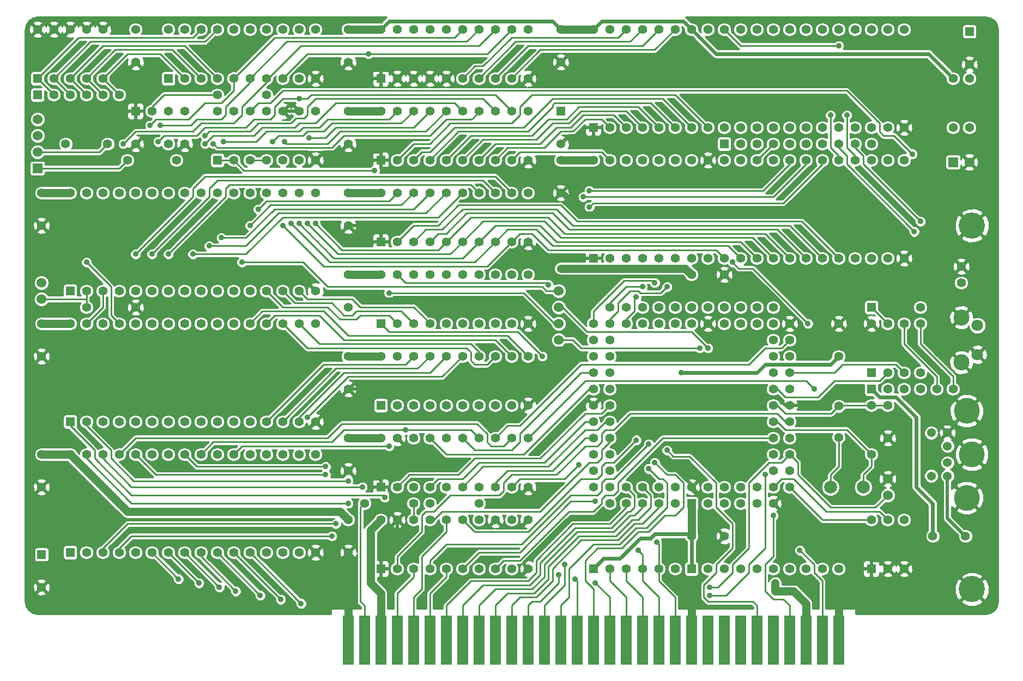
<source format=gbl>
G04 #@! TF.FileFunction,Copper,L2,Bot,Signal*
%FSLAX46Y46*%
G04 Gerber Fmt 4.6, Leading zero omitted, Abs format (unit mm)*
G04 Created by KiCad (PCBNEW 4.0.7) date 09/20/18 09:46:41*
%MOMM*%
%LPD*%
G01*
G04 APERTURE LIST*
%ADD10C,0.150000*%
%ADD11R,1.778000X7.620000*%
%ADD12R,1.397000X1.397000*%
%ADD13C,1.397000*%
%ADD14C,1.998980*%
%ADD15C,4.064000*%
%ADD16C,1.371600*%
%ADD17C,4.000500*%
%ADD18R,1.524000X1.524000*%
%ADD19C,1.524000*%
%ADD20C,2.499360*%
%ADD21C,1.800860*%
%ADD22C,0.889000*%
%ADD23C,0.251460*%
%ADD24C,0.505460*%
%ADD25C,1.267460*%
%ADD26C,0.632460*%
%ADD27C,0.254000*%
G04 APERTURE END LIST*
D10*
D11*
X185420000Y-145732500D03*
X182880000Y-145732500D03*
X180340000Y-145732500D03*
X177800000Y-145732500D03*
X175260000Y-145732500D03*
X172720000Y-145732500D03*
X170180000Y-145732500D03*
X167640000Y-145732500D03*
X165100000Y-145732500D03*
X162560000Y-145732500D03*
X160020000Y-145732500D03*
X157480000Y-145732500D03*
X154940000Y-145732500D03*
X152400000Y-145732500D03*
X149860000Y-145732500D03*
X147320000Y-145732500D03*
X144780000Y-145732500D03*
X142240000Y-145732500D03*
X139700000Y-145732500D03*
X137160000Y-145732500D03*
X134620000Y-145732500D03*
X132080000Y-145732500D03*
X129540000Y-145732500D03*
X127000000Y-145732500D03*
X124460000Y-145732500D03*
X121920000Y-145732500D03*
X119380000Y-145732500D03*
X116840000Y-145732500D03*
X114300000Y-145732500D03*
X111760000Y-145732500D03*
X109220000Y-145732500D03*
D12*
X66040000Y-91440000D03*
D13*
X68580000Y-91440000D03*
X71120000Y-91440000D03*
X73660000Y-91440000D03*
X76200000Y-91440000D03*
X78740000Y-91440000D03*
X81280000Y-91440000D03*
X83820000Y-91440000D03*
X86360000Y-91440000D03*
X88900000Y-91440000D03*
X91440000Y-91440000D03*
X93980000Y-91440000D03*
X96520000Y-91440000D03*
X99060000Y-91440000D03*
X101600000Y-91440000D03*
X104140000Y-91440000D03*
X104140000Y-76200000D03*
X101600000Y-76200000D03*
X99060000Y-76200000D03*
X96520000Y-76200000D03*
X93980000Y-76200000D03*
X91440000Y-76200000D03*
X88900000Y-76200000D03*
X86360000Y-76200000D03*
X83820000Y-76200000D03*
X81280000Y-76200000D03*
X78740000Y-76200000D03*
X76200000Y-76200000D03*
X73660000Y-76200000D03*
X71120000Y-76200000D03*
X68580000Y-76200000D03*
X66040000Y-76200000D03*
X65328800Y-68580000D03*
X71831200Y-68580000D03*
D12*
X162560000Y-124460000D03*
D13*
X162560000Y-121920000D03*
X165100000Y-124460000D03*
X165100000Y-121920000D03*
X167640000Y-124460000D03*
X167640000Y-121920000D03*
X170180000Y-124460000D03*
X170180000Y-121920000D03*
X172720000Y-124460000D03*
X172720000Y-121920000D03*
X175260000Y-124460000D03*
X177800000Y-121920000D03*
X175260000Y-121920000D03*
X177800000Y-119380000D03*
X175260000Y-119380000D03*
X177800000Y-116840000D03*
X175260000Y-116840000D03*
X177800000Y-114300000D03*
X175260000Y-114300000D03*
X177800000Y-111760000D03*
X175260000Y-111760000D03*
X177800000Y-109220000D03*
X175260000Y-109220000D03*
X177800000Y-106680000D03*
X175260000Y-106680000D03*
X177800000Y-104140000D03*
X175260000Y-104140000D03*
X177800000Y-101600000D03*
X175260000Y-101600000D03*
X177800000Y-99060000D03*
X175260000Y-99060000D03*
X177800000Y-96520000D03*
X175260000Y-93980000D03*
X175260000Y-96520000D03*
X172720000Y-93980000D03*
X172720000Y-96520000D03*
X170180000Y-93980000D03*
X170180000Y-96520000D03*
X167640000Y-93980000D03*
X167640000Y-96520000D03*
X165100000Y-93980000D03*
X165100000Y-96520000D03*
X162560000Y-93980000D03*
X162560000Y-96520000D03*
X160020000Y-93980000D03*
X160020000Y-96520000D03*
X157480000Y-93980000D03*
X157480000Y-96520000D03*
X154940000Y-93980000D03*
X154940000Y-96520000D03*
X152400000Y-93980000D03*
X152400000Y-96520000D03*
X149860000Y-93980000D03*
X147320000Y-96520000D03*
X149860000Y-96520000D03*
X147320000Y-99060000D03*
X149860000Y-99060000D03*
X147320000Y-101600000D03*
X149860000Y-101600000D03*
X147320000Y-104140000D03*
X149860000Y-104140000D03*
X147320000Y-106680000D03*
X149860000Y-106680000D03*
X147320000Y-109220000D03*
X149860000Y-109220000D03*
X147320000Y-111760000D03*
X149860000Y-111760000D03*
X147320000Y-114300000D03*
X149860000Y-114300000D03*
X147320000Y-116840000D03*
X149860000Y-116840000D03*
X147320000Y-119380000D03*
X149860000Y-119380000D03*
X147320000Y-121920000D03*
X149860000Y-124460000D03*
X149860000Y-121920000D03*
X152400000Y-124460000D03*
X152400000Y-121920000D03*
X154940000Y-124460000D03*
X154940000Y-121920000D03*
X157480000Y-124460000D03*
X157480000Y-121920000D03*
X160020000Y-124460000D03*
X160020000Y-121920000D03*
D12*
X66040000Y-111760000D03*
D13*
X68580000Y-111760000D03*
X71120000Y-111760000D03*
X73660000Y-111760000D03*
X76200000Y-111760000D03*
X78740000Y-111760000D03*
X81280000Y-111760000D03*
X83820000Y-111760000D03*
X86360000Y-111760000D03*
X88900000Y-111760000D03*
X91440000Y-111760000D03*
X93980000Y-111760000D03*
X96520000Y-111760000D03*
X99060000Y-111760000D03*
X101600000Y-111760000D03*
X104140000Y-111760000D03*
X104140000Y-96520000D03*
X101600000Y-96520000D03*
X99060000Y-96520000D03*
X96520000Y-96520000D03*
X93980000Y-96520000D03*
X91440000Y-96520000D03*
X88900000Y-96520000D03*
X86360000Y-96520000D03*
X83820000Y-96520000D03*
X81280000Y-96520000D03*
X78740000Y-96520000D03*
X76200000Y-96520000D03*
X73660000Y-96520000D03*
X71120000Y-96520000D03*
X68580000Y-96520000D03*
X66040000Y-96520000D03*
D12*
X88900000Y-71120000D03*
D13*
X91440000Y-71120000D03*
X93980000Y-71120000D03*
X96520000Y-71120000D03*
X99060000Y-71120000D03*
X101600000Y-71120000D03*
X104140000Y-71120000D03*
X104140000Y-63500000D03*
X101600000Y-63500000D03*
X99060000Y-63500000D03*
X96520000Y-63500000D03*
X93980000Y-63500000D03*
X91440000Y-63500000D03*
X88900000Y-63500000D03*
X88900000Y-60960000D03*
X96520000Y-60960000D03*
D12*
X147320000Y-66040000D03*
D13*
X149860000Y-66040000D03*
X152400000Y-66040000D03*
X154940000Y-66040000D03*
X157480000Y-66040000D03*
X160020000Y-66040000D03*
X162560000Y-66040000D03*
X165100000Y-66040000D03*
X167640000Y-66040000D03*
X170180000Y-66040000D03*
X172720000Y-66040000D03*
X175260000Y-66040000D03*
X177800000Y-66040000D03*
X180340000Y-66040000D03*
X182880000Y-66040000D03*
X185420000Y-66040000D03*
X187960000Y-66040000D03*
X190500000Y-66040000D03*
X193040000Y-66040000D03*
X195580000Y-66040000D03*
X195580000Y-50800000D03*
X193040000Y-50800000D03*
X190500000Y-50800000D03*
X187960000Y-50800000D03*
X185420000Y-50800000D03*
X182880000Y-50800000D03*
X180340000Y-50800000D03*
X177800000Y-50800000D03*
X175260000Y-50800000D03*
X172720000Y-50800000D03*
X170180000Y-50800000D03*
X167640000Y-50800000D03*
X165100000Y-50800000D03*
X162560000Y-50800000D03*
X160020000Y-50800000D03*
X157480000Y-50800000D03*
X154940000Y-50800000D03*
X152400000Y-50800000D03*
X149860000Y-50800000D03*
X147320000Y-50800000D03*
D12*
X76200000Y-63500000D03*
D13*
X78740000Y-63500000D03*
X81280000Y-63500000D03*
X142240000Y-71120000D03*
X142240000Y-76200000D03*
X142240000Y-50800000D03*
X142240000Y-55880000D03*
X162560000Y-88900000D03*
X167640000Y-88900000D03*
X61595000Y-76200000D03*
X61595000Y-81280000D03*
X61595000Y-116840000D03*
X61595000Y-121920000D03*
X61595000Y-96520000D03*
X61595000Y-101600000D03*
X109220000Y-76200000D03*
X109220000Y-81280000D03*
X109220000Y-63500000D03*
X109220000Y-68580000D03*
X109220000Y-88900000D03*
X109220000Y-93980000D03*
X109220000Y-101600000D03*
X109220000Y-106680000D03*
X109220000Y-127000000D03*
X109220000Y-132080000D03*
X109220000Y-114300000D03*
X109220000Y-119380000D03*
X83820000Y-63500000D03*
X83820000Y-68580000D03*
X185420000Y-101600000D03*
X185420000Y-96520000D03*
D12*
X61595000Y-132397500D03*
D13*
X61595000Y-137477500D03*
D12*
X142240000Y-63500000D03*
D13*
X142240000Y-68580000D03*
D12*
X205740000Y-51117500D03*
D13*
X205740000Y-56197500D03*
D14*
X184150000Y-121920000D03*
X189230000Y-121920000D03*
D13*
X193040000Y-109220000D03*
X193040000Y-114300000D03*
X81280000Y-68580000D03*
X76200000Y-68580000D03*
X198120000Y-93980000D03*
D12*
X190500000Y-93980000D03*
D13*
X204470000Y-90170000D03*
X204470000Y-87630000D03*
D15*
X206121000Y-81280000D03*
X206121000Y-137795000D03*
D16*
X202311000Y-118140480D03*
X202311000Y-115539520D03*
X199819260Y-113489740D03*
X199819260Y-120190260D03*
X202311000Y-120190260D03*
X202311000Y-113489740D03*
D17*
X206121000Y-116840000D03*
X205310740Y-110081060D03*
X205310740Y-123598940D03*
D18*
X60960000Y-72390000D03*
D19*
X60960000Y-69850000D03*
X60960000Y-67310000D03*
X60960000Y-64770000D03*
D18*
X203200000Y-71437500D03*
D19*
X205740000Y-71437500D03*
D13*
X74930000Y-71120000D03*
X82550000Y-71120000D03*
X121920000Y-124460000D03*
X129540000Y-124460000D03*
X111760000Y-124460000D03*
X119380000Y-124460000D03*
X203200000Y-58420000D03*
X203200000Y-66040000D03*
X205740000Y-58420000D03*
X205740000Y-66040000D03*
X76200000Y-93980000D03*
X68580000Y-93980000D03*
D12*
X167640000Y-68580000D03*
D13*
X170180000Y-68580000D03*
X172720000Y-68580000D03*
X175260000Y-68580000D03*
X177800000Y-68580000D03*
X180340000Y-68580000D03*
X182880000Y-68580000D03*
X185420000Y-68580000D03*
X187960000Y-68580000D03*
X190500000Y-68580000D03*
D12*
X162560000Y-134620000D03*
D13*
X165100000Y-134620000D03*
X167640000Y-134620000D03*
X170180000Y-134620000D03*
X172720000Y-134620000D03*
X175260000Y-134620000D03*
X177800000Y-134620000D03*
X180340000Y-134620000D03*
X182880000Y-134620000D03*
X185420000Y-134620000D03*
D20*
X204470000Y-102562660D03*
X204470000Y-95562420D03*
D21*
X206969360Y-101312980D03*
X206969360Y-96812100D03*
D12*
X147320000Y-86360000D03*
D13*
X149860000Y-86360000D03*
X152400000Y-86360000D03*
X154940000Y-86360000D03*
X157480000Y-86360000D03*
X160020000Y-86360000D03*
X162560000Y-86360000D03*
X165100000Y-86360000D03*
X167640000Y-86360000D03*
X170180000Y-86360000D03*
X172720000Y-86360000D03*
X175260000Y-86360000D03*
X177800000Y-86360000D03*
X180340000Y-86360000D03*
X182880000Y-86360000D03*
X185420000Y-86360000D03*
X187960000Y-86360000D03*
X190500000Y-86360000D03*
X193040000Y-86360000D03*
X195580000Y-86360000D03*
X195580000Y-71120000D03*
X193040000Y-71120000D03*
X190500000Y-71120000D03*
X187960000Y-71120000D03*
X185420000Y-71120000D03*
X182880000Y-71120000D03*
X180340000Y-71120000D03*
X177800000Y-71120000D03*
X175260000Y-71120000D03*
X172720000Y-71120000D03*
X170180000Y-71120000D03*
X167640000Y-71120000D03*
X165100000Y-71120000D03*
X162560000Y-71120000D03*
X160020000Y-71120000D03*
X157480000Y-71120000D03*
X154940000Y-71120000D03*
X152400000Y-71120000D03*
X149860000Y-71120000D03*
X147320000Y-71120000D03*
D12*
X66040000Y-132080000D03*
D13*
X68580000Y-132080000D03*
X71120000Y-132080000D03*
X73660000Y-132080000D03*
X76200000Y-132080000D03*
X78740000Y-132080000D03*
X81280000Y-132080000D03*
X83820000Y-132080000D03*
X86360000Y-132080000D03*
X88900000Y-132080000D03*
X91440000Y-132080000D03*
X93980000Y-132080000D03*
X96520000Y-132080000D03*
X99060000Y-132080000D03*
X101600000Y-132080000D03*
X104140000Y-132080000D03*
X104140000Y-116840000D03*
X101600000Y-116840000D03*
X99060000Y-116840000D03*
X96520000Y-116840000D03*
X93980000Y-116840000D03*
X91440000Y-116840000D03*
X88900000Y-116840000D03*
X86360000Y-116840000D03*
X83820000Y-116840000D03*
X81280000Y-116840000D03*
X78740000Y-116840000D03*
X76200000Y-116840000D03*
X73660000Y-116840000D03*
X71120000Y-116840000D03*
X68580000Y-116840000D03*
X66040000Y-116840000D03*
D12*
X114300000Y-83820000D03*
D13*
X116840000Y-83820000D03*
X119380000Y-83820000D03*
X121920000Y-83820000D03*
X124460000Y-83820000D03*
X127000000Y-83820000D03*
X129540000Y-83820000D03*
X132080000Y-83820000D03*
X134620000Y-83820000D03*
X137160000Y-83820000D03*
X137160000Y-76200000D03*
X134620000Y-76200000D03*
X132080000Y-76200000D03*
X129540000Y-76200000D03*
X127000000Y-76200000D03*
X124460000Y-76200000D03*
X121920000Y-76200000D03*
X119380000Y-76200000D03*
X116840000Y-76200000D03*
X114300000Y-76200000D03*
D12*
X114300000Y-71120000D03*
D13*
X116840000Y-71120000D03*
X119380000Y-71120000D03*
X121920000Y-71120000D03*
X124460000Y-71120000D03*
X127000000Y-71120000D03*
X129540000Y-71120000D03*
X132080000Y-71120000D03*
X134620000Y-71120000D03*
X137160000Y-71120000D03*
X137160000Y-63500000D03*
X134620000Y-63500000D03*
X132080000Y-63500000D03*
X129540000Y-63500000D03*
X127000000Y-63500000D03*
X124460000Y-63500000D03*
X121920000Y-63500000D03*
X119380000Y-63500000D03*
X116840000Y-63500000D03*
X114300000Y-63500000D03*
D12*
X114300000Y-96520000D03*
D13*
X116840000Y-96520000D03*
X119380000Y-96520000D03*
X121920000Y-96520000D03*
X124460000Y-96520000D03*
X127000000Y-96520000D03*
X129540000Y-96520000D03*
X132080000Y-96520000D03*
X134620000Y-96520000D03*
X137160000Y-96520000D03*
X137160000Y-88900000D03*
X134620000Y-88900000D03*
X132080000Y-88900000D03*
X129540000Y-88900000D03*
X127000000Y-88900000D03*
X124460000Y-88900000D03*
X121920000Y-88900000D03*
X119380000Y-88900000D03*
X116840000Y-88900000D03*
X114300000Y-88900000D03*
D12*
X114300000Y-109220000D03*
D13*
X116840000Y-109220000D03*
X119380000Y-109220000D03*
X121920000Y-109220000D03*
X124460000Y-109220000D03*
X127000000Y-109220000D03*
X129540000Y-109220000D03*
X132080000Y-109220000D03*
X134620000Y-109220000D03*
X137160000Y-109220000D03*
X137160000Y-101600000D03*
X134620000Y-101600000D03*
X132080000Y-101600000D03*
X129540000Y-101600000D03*
X127000000Y-101600000D03*
X124460000Y-101600000D03*
X121920000Y-101600000D03*
X119380000Y-101600000D03*
X116840000Y-101600000D03*
X114300000Y-101600000D03*
D12*
X114300000Y-134620000D03*
D13*
X116840000Y-134620000D03*
X119380000Y-134620000D03*
X121920000Y-134620000D03*
X124460000Y-134620000D03*
X127000000Y-134620000D03*
X129540000Y-134620000D03*
X132080000Y-134620000D03*
X134620000Y-134620000D03*
X137160000Y-134620000D03*
X137160000Y-127000000D03*
X134620000Y-127000000D03*
X132080000Y-127000000D03*
X129540000Y-127000000D03*
X127000000Y-127000000D03*
X124460000Y-127000000D03*
X121920000Y-127000000D03*
X119380000Y-127000000D03*
X116840000Y-127000000D03*
X114300000Y-127000000D03*
D12*
X114300000Y-121920000D03*
D13*
X116840000Y-121920000D03*
X119380000Y-121920000D03*
X121920000Y-121920000D03*
X124460000Y-121920000D03*
X127000000Y-121920000D03*
X129540000Y-121920000D03*
X132080000Y-121920000D03*
X134620000Y-121920000D03*
X137160000Y-121920000D03*
X137160000Y-114300000D03*
X134620000Y-114300000D03*
X132080000Y-114300000D03*
X129540000Y-114300000D03*
X127000000Y-114300000D03*
X124460000Y-114300000D03*
X121920000Y-114300000D03*
X119380000Y-114300000D03*
X116840000Y-114300000D03*
X114300000Y-114300000D03*
D12*
X190500000Y-104140000D03*
D13*
X193040000Y-104140000D03*
X195580000Y-104140000D03*
X198120000Y-104140000D03*
X198120000Y-96520000D03*
X195580000Y-96520000D03*
X193040000Y-96520000D03*
X190500000Y-96520000D03*
X185420000Y-114200940D03*
X185420000Y-109319060D03*
X162560000Y-129540000D03*
X167640000Y-129540000D03*
D12*
X147320000Y-134620000D03*
D13*
X149860000Y-134620000D03*
X152400000Y-134620000D03*
X154940000Y-134620000D03*
X157480000Y-134620000D03*
X160020000Y-134620000D03*
D12*
X190500000Y-106680000D03*
D13*
X193040000Y-106680000D03*
X195580000Y-106680000D03*
X198120000Y-106680000D03*
X200660000Y-106680000D03*
X203200000Y-106680000D03*
X109220000Y-50800000D03*
X109220000Y-55880000D03*
D12*
X114300000Y-58420000D03*
D13*
X116840000Y-58420000D03*
X119380000Y-58420000D03*
X121920000Y-58420000D03*
X124460000Y-58420000D03*
X127000000Y-58420000D03*
X129540000Y-58420000D03*
X132080000Y-58420000D03*
X134620000Y-58420000D03*
X137160000Y-58420000D03*
X137160000Y-50800000D03*
X134620000Y-50800000D03*
X132080000Y-50800000D03*
X129540000Y-50800000D03*
X127000000Y-50800000D03*
X124460000Y-50800000D03*
X121920000Y-50800000D03*
X119380000Y-50800000D03*
X116840000Y-50800000D03*
X114300000Y-50800000D03*
D12*
X81280000Y-58420000D03*
D13*
X83820000Y-58420000D03*
X86360000Y-58420000D03*
X88900000Y-58420000D03*
X91440000Y-58420000D03*
X93980000Y-58420000D03*
X96520000Y-58420000D03*
X99060000Y-58420000D03*
X101600000Y-58420000D03*
X104140000Y-58420000D03*
X104140000Y-50800000D03*
X101600000Y-50800000D03*
X99060000Y-50800000D03*
X96520000Y-50800000D03*
X93980000Y-50800000D03*
X91440000Y-50800000D03*
X88900000Y-50800000D03*
X86360000Y-50800000D03*
X83820000Y-50800000D03*
X81280000Y-50800000D03*
D12*
X60960000Y-60960000D03*
D13*
X63500000Y-60960000D03*
X66040000Y-60960000D03*
X68580000Y-60960000D03*
X71120000Y-60960000D03*
X73660000Y-60960000D03*
X76200000Y-50800000D03*
X76200000Y-55880000D03*
X205105000Y-129540000D03*
X200025000Y-129540000D03*
D12*
X190500000Y-134620000D03*
D13*
X193040000Y-134620000D03*
X195580000Y-134620000D03*
X195580000Y-127000000D03*
X193040000Y-127000000D03*
X190500000Y-127000000D03*
D12*
X60960000Y-58420000D03*
D13*
X63500000Y-58420000D03*
X66040000Y-58420000D03*
X68580000Y-58420000D03*
X71120000Y-58420000D03*
X71120000Y-50800000D03*
X68580000Y-50800000D03*
X66040000Y-50800000D03*
X63500000Y-50800000D03*
X60960000Y-50800000D03*
D19*
X141922500Y-99060000D03*
X141922500Y-96520000D03*
X193040000Y-120650000D03*
X193040000Y-123190000D03*
D13*
X190500000Y-109220000D03*
X190500000Y-116840000D03*
D19*
X61595000Y-92710000D03*
X61595000Y-90170000D03*
X141922500Y-93980000D03*
X141922500Y-91440000D03*
D22*
X101917500Y-140017500D03*
X95250000Y-78740000D03*
X93980000Y-81280000D03*
X98742500Y-139382500D03*
X103187500Y-67627500D03*
X105727500Y-118745000D03*
X99377500Y-68262500D03*
X86995000Y-68580000D03*
X106680000Y-129540000D03*
X88265000Y-68580000D03*
X105727500Y-120015000D03*
X86995000Y-67310000D03*
X107315000Y-127635000D03*
X79692500Y-68262500D03*
X101600000Y-61595000D03*
X109220000Y-124460000D03*
X78422500Y-65722500D03*
X109220000Y-120967500D03*
X80010000Y-65722500D03*
X111442500Y-121920000D03*
X74295000Y-68580000D03*
X114935000Y-123507500D03*
X115570000Y-115570000D03*
X112395000Y-54610000D03*
X89535000Y-83185000D03*
X95567500Y-138747500D03*
X87630000Y-84455000D03*
X91757500Y-138112500D03*
X85090000Y-85725000D03*
X89217500Y-137477500D03*
X86042500Y-136842500D03*
X81280000Y-85725000D03*
X82867500Y-136207500D03*
X78740000Y-85725000D03*
X76200000Y-85725000D03*
X89852500Y-68262500D03*
X97472500Y-68262500D03*
X153987500Y-92392500D03*
X154940000Y-90805000D03*
X156845000Y-90170000D03*
X158750000Y-90805000D03*
X104140000Y-80962500D03*
X102870000Y-80962500D03*
X101600000Y-80962500D03*
X100330000Y-80962500D03*
X99060000Y-81280000D03*
X141922500Y-135572500D03*
X155892500Y-119062500D03*
X158750000Y-116205000D03*
X156845000Y-118110000D03*
X184150000Y-64135000D03*
X186690000Y-64135000D03*
X181610000Y-106680000D03*
X142875000Y-133985000D03*
X144462500Y-136207500D03*
X147637500Y-136842500D03*
X154305000Y-131762500D03*
X118110000Y-113030000D03*
X68580000Y-86995000D03*
X157162500Y-130492500D03*
X180657500Y-96520000D03*
X168910000Y-86995000D03*
X146685000Y-78422500D03*
X145732500Y-76835000D03*
X146685000Y-75882500D03*
X143510000Y-100330000D03*
X170180000Y-101600000D03*
X184150000Y-79375000D03*
X147637500Y-79375000D03*
X163830000Y-79375000D03*
X166370000Y-79375000D03*
X162560000Y-115570000D03*
X170180000Y-115570000D03*
X170180000Y-112395000D03*
X170180000Y-120015000D03*
X60325000Y-75247500D03*
X105410000Y-101600000D03*
X100330000Y-101600000D03*
X105410000Y-80962500D03*
X92710000Y-49530000D03*
X105410000Y-140652500D03*
X167640000Y-53340000D03*
X169227500Y-57150000D03*
X159067500Y-112395000D03*
X162560000Y-112395000D03*
X153670000Y-95885000D03*
X181927500Y-120650000D03*
X182880000Y-132715000D03*
X120332500Y-117792500D03*
X179705000Y-125730000D03*
X72390000Y-133350000D03*
X139065000Y-73660000D03*
X140652500Y-86360000D03*
X161290000Y-57150000D03*
X148590000Y-90805000D03*
X153987500Y-115887500D03*
X144938750Y-110013750D03*
X123190000Y-133985000D03*
X134937500Y-124777500D03*
X170180000Y-107950000D03*
X159067500Y-118427500D03*
X151765000Y-123190000D03*
X159067500Y-107950000D03*
X142557500Y-112395000D03*
X110490000Y-91757500D03*
X116840000Y-81280000D03*
X127317500Y-117792500D03*
X158115000Y-101600000D03*
X162560000Y-101600000D03*
X185420000Y-111760000D03*
X181927500Y-109220000D03*
X162560000Y-107950000D03*
X95250000Y-89535000D03*
X160972500Y-104140000D03*
X143510000Y-87947500D03*
X142240000Y-87947500D03*
X175577500Y-136842500D03*
X175577500Y-138112500D03*
X145097500Y-118427500D03*
X179387500Y-131762500D03*
X175260000Y-126365000D03*
X165417500Y-138747500D03*
X173990000Y-120015000D03*
X165417500Y-137477500D03*
X197167500Y-82232500D03*
X198120000Y-80645000D03*
X185420000Y-53340000D03*
X163830000Y-100330000D03*
X92710000Y-86995000D03*
X196850000Y-70167500D03*
X155892500Y-115252500D03*
X153987500Y-114617500D03*
X147637500Y-124142500D03*
X140335000Y-90487500D03*
X139382500Y-101600000D03*
X102870000Y-111125000D03*
X113347500Y-72707500D03*
X115570000Y-91757500D03*
X165100000Y-100330000D03*
D23*
X116840000Y-76200000D02*
X115570000Y-77470000D01*
X93980000Y-132080000D02*
X101917500Y-140017500D01*
X96520000Y-77470000D02*
X115570000Y-77470000D01*
X95250000Y-78740000D02*
X96520000Y-77470000D01*
X97155000Y-78105000D02*
X93980000Y-81280000D01*
X119380000Y-76200000D02*
X117475000Y-78105000D01*
X91440000Y-132080000D02*
X98742500Y-139382500D01*
X117475000Y-78105000D02*
X97155000Y-78105000D01*
X105727500Y-67627500D02*
X103187500Y-67627500D01*
X105727500Y-67627500D02*
X107315000Y-66040000D01*
X107315000Y-66040000D02*
X119380000Y-66040000D01*
X121920000Y-63500000D02*
X119380000Y-66040000D01*
X105727500Y-118745000D02*
X85725000Y-118745000D01*
X85725000Y-118745000D02*
X83820000Y-116840000D01*
X124460000Y-63500000D02*
X121285000Y-66675000D01*
X107950000Y-66675000D02*
X106045000Y-68580000D01*
X121285000Y-66675000D02*
X107950000Y-66675000D01*
X106045000Y-68580000D02*
X99695000Y-68580000D01*
X99377500Y-68262500D02*
X99695000Y-68580000D01*
X88265000Y-67310000D02*
X94615000Y-67310000D01*
X86995000Y-68580000D02*
X88265000Y-67310000D01*
X101600000Y-65405000D02*
X100965000Y-66040000D01*
X104140000Y-65405000D02*
X107315000Y-62230000D01*
X95885000Y-66040000D02*
X100965000Y-66040000D01*
X94615000Y-67310000D02*
X95885000Y-66040000D01*
X125730000Y-62230000D02*
X107315000Y-62230000D01*
X127000000Y-63500000D02*
X125730000Y-62230000D01*
X104140000Y-65405000D02*
X101600000Y-65405000D01*
X106680000Y-129540000D02*
X75565000Y-129540000D01*
X75565000Y-129540000D02*
X73660000Y-131445000D01*
X73660000Y-131445000D02*
X73660000Y-132080000D01*
X88900000Y-69215000D02*
X106680000Y-69215000D01*
X88265000Y-68580000D02*
X88900000Y-69215000D01*
X76200000Y-116840000D02*
X79375000Y-120015000D01*
X79375000Y-120015000D02*
X105727500Y-120015000D01*
X128399538Y-64770000D02*
X129540000Y-63629538D01*
X106680000Y-69215000D02*
X108585000Y-67310000D01*
X124460000Y-64770000D02*
X121920000Y-67310000D01*
X128399538Y-64770000D02*
X124460000Y-64770000D01*
X121920000Y-67310000D02*
X108585000Y-67310000D01*
X129540000Y-63500000D02*
X129540000Y-63629538D01*
X93980000Y-66675000D02*
X87630000Y-66675000D01*
X104140000Y-61595000D02*
X130175000Y-61595000D01*
X132080000Y-63500000D02*
X130175000Y-61595000D01*
X102870000Y-64135000D02*
X102870000Y-62865000D01*
X102870000Y-62865000D02*
X104140000Y-61595000D01*
X93980000Y-66675000D02*
X95250000Y-65405000D01*
X95250000Y-65405000D02*
X100330000Y-65405000D01*
X102393750Y-64611250D02*
X102870000Y-64135000D01*
X101123750Y-64611250D02*
X100330000Y-65405000D01*
X102393750Y-64611250D02*
X101123750Y-64611250D01*
X87630000Y-66675000D02*
X86995000Y-67310000D01*
X71120000Y-132080000D02*
X71120000Y-131445000D01*
X71120000Y-131445000D02*
X74930000Y-127635000D01*
X74930000Y-127635000D02*
X107315000Y-127635000D01*
X93345000Y-66040000D02*
X86995000Y-66040000D01*
X86995000Y-66040000D02*
X85725000Y-67310000D01*
X71120000Y-91440000D02*
X71120000Y-93980000D01*
X71120000Y-93980000D02*
X68580000Y-96520000D01*
X79692500Y-68262500D02*
X80645000Y-67310000D01*
X80645000Y-67310000D02*
X85725000Y-67310000D01*
X97155000Y-64770000D02*
X97790000Y-64135000D01*
X97790000Y-64135000D02*
X97790000Y-62865000D01*
X97790000Y-62865000D02*
X99060000Y-61595000D01*
X93345000Y-66040000D02*
X94615000Y-64770000D01*
X97155000Y-64770000D02*
X94615000Y-64770000D01*
X101600000Y-61595000D02*
X99060000Y-61595000D01*
X101600000Y-61595000D02*
X102870000Y-61595000D01*
X102870000Y-61595000D02*
X103505000Y-60960000D01*
X103505000Y-60960000D02*
X132080000Y-60960000D01*
X134620000Y-63500000D02*
X132080000Y-60960000D01*
X109220000Y-124460000D02*
X75565000Y-124460000D01*
X75565000Y-124460000D02*
X68580000Y-117475000D01*
X68580000Y-117475000D02*
X68580000Y-116840000D01*
X68580000Y-117475000D02*
X68580000Y-116840000D01*
X68580000Y-116840000D02*
X68580000Y-117475000D01*
X89535000Y-62230000D02*
X86995000Y-62230000D01*
X86995000Y-62230000D02*
X84455000Y-64770000D01*
X79375000Y-64770000D02*
X84455000Y-64770000D01*
X79375000Y-64770000D02*
X78422500Y-65722500D01*
X91440000Y-58420000D02*
X91440000Y-60325000D01*
X91440000Y-60325000D02*
X89535000Y-62230000D01*
X91440000Y-58420000D02*
X97790000Y-52070000D01*
X91440000Y-58420000D02*
X91440000Y-57785000D01*
X97790000Y-52070000D02*
X125730000Y-52070000D01*
X109220000Y-120967500D02*
X75882500Y-120967500D01*
X72390000Y-116205000D02*
X68580000Y-112395000D01*
X72390000Y-117475000D02*
X72390000Y-116205000D01*
X75882500Y-120967500D02*
X72390000Y-117475000D01*
X68580000Y-112395000D02*
X68580000Y-111760000D01*
X125730000Y-52070000D02*
X127000000Y-50800000D01*
X89535000Y-64770000D02*
X85725000Y-64770000D01*
X85725000Y-64770000D02*
X84772500Y-65722500D01*
X80010000Y-65722500D02*
X84772500Y-65722500D01*
X90170000Y-64135000D02*
X89535000Y-64770000D01*
X90170000Y-62865000D02*
X90170000Y-64135000D01*
X90170000Y-62865000D02*
X93980000Y-59055000D01*
X93980000Y-58420000D02*
X99695000Y-52705000D01*
X99695000Y-52705000D02*
X127635000Y-52705000D01*
X127635000Y-52705000D02*
X129540000Y-50800000D01*
X93980000Y-58420000D02*
X93980000Y-58102500D01*
X93980000Y-59055000D02*
X93980000Y-58420000D01*
X111442500Y-121920000D02*
X75565000Y-121920000D01*
X75565000Y-121920000D02*
X71120000Y-117475000D01*
X71120000Y-117475000D02*
X71120000Y-116840000D01*
X91440000Y-65405000D02*
X86360000Y-65405000D01*
X86360000Y-65405000D02*
X85090000Y-66675000D01*
X76200000Y-66675000D02*
X85090000Y-66675000D01*
X74295000Y-68580000D02*
X76200000Y-66675000D01*
X101917500Y-53340000D02*
X129540000Y-53340000D01*
X96520000Y-58420000D02*
X96837500Y-58420000D01*
X96837500Y-58420000D02*
X101917500Y-53340000D01*
X92710000Y-62865000D02*
X96520000Y-59055000D01*
X96520000Y-59055000D02*
X96520000Y-58420000D01*
X92710000Y-62865000D02*
X92710000Y-64135000D01*
X92710000Y-64135000D02*
X91440000Y-65405000D01*
X114617500Y-123190000D02*
X75565000Y-123190000D01*
X69850000Y-117475000D02*
X75565000Y-123190000D01*
X69850000Y-116205000D02*
X69850000Y-117475000D01*
X69850000Y-116205000D02*
X66040000Y-112395000D01*
X114935000Y-123507500D02*
X114617500Y-123190000D01*
X66040000Y-111760000D02*
X66040000Y-112395000D01*
X132080000Y-50800000D02*
X129540000Y-53340000D01*
X130810000Y-54610000D02*
X134620000Y-50800000D01*
X102870000Y-54610000D02*
X112395000Y-54610000D01*
X99060000Y-58420000D02*
X102870000Y-54610000D01*
X91440000Y-116840000D02*
X92710000Y-115570000D01*
X92710000Y-115570000D02*
X115570000Y-115570000D01*
X112395000Y-54610000D02*
X130810000Y-54610000D01*
X89535000Y-83185000D02*
X93345000Y-83185000D01*
X119380000Y-78740000D02*
X121920000Y-76200000D01*
X97790000Y-78740000D02*
X93345000Y-83185000D01*
X119380000Y-78740000D02*
X97790000Y-78740000D01*
X88900000Y-132080000D02*
X95567500Y-138747500D01*
X98425000Y-79375000D02*
X93345000Y-84455000D01*
X124460000Y-76200000D02*
X121285000Y-79375000D01*
X121285000Y-79375000D02*
X98425000Y-79375000D01*
X93345000Y-84455000D02*
X87630000Y-84455000D01*
X91757500Y-138112500D02*
X86360000Y-132715000D01*
X86360000Y-132715000D02*
X86360000Y-132080000D01*
X86360000Y-132080000D02*
X86360000Y-132715000D01*
X99060000Y-80010000D02*
X93345000Y-85725000D01*
X123190000Y-80010000D02*
X99060000Y-80010000D01*
X127000000Y-76200000D02*
X123190000Y-80010000D01*
X93345000Y-85725000D02*
X85090000Y-85725000D01*
X89217500Y-137477500D02*
X83820000Y-132080000D01*
X129540000Y-76200000D02*
X128270000Y-74930000D01*
X128270000Y-74930000D02*
X90805000Y-74930000D01*
X129540000Y-76200000D02*
X129540000Y-75565000D01*
X86042500Y-136842500D02*
X81280000Y-132080000D01*
X90805000Y-74930000D02*
X90170000Y-75565000D01*
X90170000Y-76835000D02*
X81280000Y-85725000D01*
X90170000Y-75565000D02*
X90170000Y-76835000D01*
X88900000Y-74295000D02*
X130175000Y-74295000D01*
X130175000Y-74295000D02*
X132080000Y-76200000D01*
X82867500Y-136207500D02*
X78740000Y-132080000D01*
X88900000Y-74295000D02*
X87630000Y-75565000D01*
X87630000Y-76835000D02*
X87630000Y-75565000D01*
X87630000Y-76835000D02*
X78740000Y-85725000D01*
X132080000Y-73660000D02*
X86995000Y-73660000D01*
X86995000Y-73660000D02*
X85090000Y-75565000D01*
X85090000Y-76835000D02*
X85090000Y-75565000D01*
X85090000Y-76835000D02*
X76200000Y-85725000D01*
X134620000Y-76200000D02*
X132080000Y-73660000D01*
X89852500Y-68262500D02*
X94932500Y-68262500D01*
X94932500Y-68262500D02*
X96520000Y-66675000D01*
X104775000Y-66040000D02*
X102235000Y-66040000D01*
X102235000Y-66040000D02*
X101600000Y-66675000D01*
X104775000Y-66040000D02*
X106045000Y-64770000D01*
X96520000Y-66675000D02*
X101600000Y-66675000D01*
X116840000Y-63500000D02*
X115570000Y-64770000D01*
X115570000Y-64770000D02*
X106045000Y-64770000D01*
X97472500Y-68262500D02*
X98425000Y-67310000D01*
X105410000Y-66675000D02*
X102870000Y-66675000D01*
X102870000Y-66675000D02*
X102235000Y-67310000D01*
X105410000Y-66675000D02*
X106680000Y-65405000D01*
X98425000Y-67310000D02*
X102235000Y-67310000D01*
X106680000Y-65405000D02*
X117475000Y-65405000D01*
X119380000Y-63500000D02*
X117475000Y-65405000D01*
X140970000Y-62865000D02*
X137160000Y-66675000D01*
X140970000Y-62865000D02*
X140970000Y-62547500D01*
X126365000Y-66675000D02*
X137160000Y-66675000D01*
X126365000Y-66675000D02*
X121920000Y-71120000D01*
X140970000Y-62547500D02*
X141287500Y-62230000D01*
X141287500Y-62230000D02*
X156210000Y-62230000D01*
X160020000Y-66040000D02*
X156210000Y-62230000D01*
X143192500Y-64770000D02*
X140335000Y-64770000D01*
X140335000Y-64770000D02*
X137795000Y-67310000D01*
X145097500Y-62865000D02*
X143192500Y-64770000D01*
X137795000Y-67310000D02*
X128270000Y-67310000D01*
X128270000Y-67310000D02*
X124460000Y-71120000D01*
X157480000Y-66040000D02*
X154305000Y-62865000D01*
X154305000Y-62865000D02*
X145097500Y-62865000D01*
X143510000Y-65405000D02*
X140970000Y-65405000D01*
X140970000Y-65405000D02*
X138430000Y-67945000D01*
X145415000Y-63500000D02*
X143510000Y-65405000D01*
X138430000Y-67945000D02*
X130175000Y-67945000D01*
X130175000Y-67945000D02*
X127000000Y-71120000D01*
X145415000Y-63500000D02*
X152400000Y-63500000D01*
X152400000Y-63500000D02*
X154940000Y-66040000D01*
X132080000Y-68580000D02*
X139065000Y-68580000D01*
X141605000Y-66040000D02*
X143827500Y-66040000D01*
X139065000Y-68580000D02*
X141605000Y-66040000D01*
X145732500Y-64135000D02*
X143827500Y-66040000D01*
X150495000Y-64135000D02*
X152400000Y-66040000D01*
X145732500Y-64135000D02*
X150495000Y-64135000D01*
X132080000Y-68580000D02*
X129540000Y-71120000D01*
X144145000Y-66675000D02*
X142240000Y-66675000D01*
X139700000Y-69215000D02*
X133985000Y-69215000D01*
X142240000Y-66675000D02*
X139700000Y-69215000D01*
X144145000Y-66675000D02*
X146050000Y-64770000D01*
X146050000Y-64770000D02*
X148590000Y-64770000D01*
X148590000Y-64770000D02*
X149860000Y-66040000D01*
X133985000Y-69215000D02*
X132080000Y-71120000D01*
X134620000Y-71120000D02*
X135890000Y-69850000D01*
X148590000Y-69850000D02*
X149860000Y-71120000D01*
X135890000Y-69850000D02*
X148590000Y-69850000D01*
X128905000Y-56515000D02*
X127000000Y-58420000D01*
X130175000Y-56515000D02*
X128905000Y-56515000D01*
X134620000Y-52070000D02*
X130175000Y-56515000D01*
X151130000Y-52070000D02*
X134620000Y-52070000D01*
X153670000Y-92710000D02*
X153987500Y-92392500D01*
X152400000Y-50800000D02*
X151130000Y-52070000D01*
X152400000Y-96520000D02*
X152400000Y-95885000D01*
X152400000Y-95885000D02*
X153670000Y-94615000D01*
X153670000Y-94615000D02*
X153670000Y-92710000D01*
X135255000Y-52705000D02*
X129540000Y-58420000D01*
X153035000Y-52705000D02*
X135255000Y-52705000D01*
X152400000Y-90805000D02*
X154940000Y-90805000D01*
X153035000Y-52705000D02*
X154940000Y-50800000D01*
X149860000Y-93980000D02*
X149860000Y-93345000D01*
X149860000Y-93345000D02*
X152400000Y-90805000D01*
X154940000Y-53340000D02*
X137160000Y-53340000D01*
X137160000Y-53340000D02*
X132080000Y-58420000D01*
X156845000Y-90170000D02*
X156527500Y-89852500D01*
X152082500Y-89852500D02*
X156527500Y-89852500D01*
X154940000Y-53340000D02*
X157480000Y-50800000D01*
X147320000Y-94615000D02*
X152082500Y-89852500D01*
X147320000Y-94615000D02*
X147320000Y-96520000D01*
X156845000Y-53975000D02*
X139065000Y-53975000D01*
X139065000Y-53975000D02*
X134620000Y-58420000D01*
X149860000Y-95885000D02*
X151130000Y-94615000D01*
X153035000Y-91440000D02*
X154305000Y-91440000D01*
X151130000Y-93345000D02*
X153035000Y-91440000D01*
X151130000Y-94615000D02*
X151130000Y-93345000D01*
X157797500Y-91757500D02*
X158750000Y-90805000D01*
X154622500Y-91757500D02*
X157797500Y-91757500D01*
X154305000Y-91440000D02*
X154622500Y-91757500D01*
X156845000Y-53975000D02*
X160020000Y-50800000D01*
X149860000Y-96520000D02*
X149860000Y-95885000D01*
X160020000Y-60960000D02*
X137795000Y-60960000D01*
X135890000Y-64135000D02*
X134620000Y-65405000D01*
X135890000Y-62865000D02*
X135890000Y-64135000D01*
X137795000Y-60960000D02*
X135890000Y-62865000D01*
X121920000Y-68580000D02*
X125095000Y-65405000D01*
X125095000Y-65405000D02*
X134620000Y-65405000D01*
X121920000Y-68580000D02*
X119380000Y-68580000D01*
X119380000Y-68580000D02*
X116840000Y-71120000D01*
X165100000Y-66040000D02*
X160020000Y-60960000D01*
X158115000Y-61595000D02*
X140970000Y-61595000D01*
X140970000Y-61595000D02*
X136525000Y-66040000D01*
X120650000Y-69850000D02*
X119380000Y-71120000D01*
X121920000Y-69850000D02*
X125730000Y-66040000D01*
X120650000Y-69850000D02*
X121920000Y-69850000D01*
X125730000Y-66040000D02*
X136525000Y-66040000D01*
X162560000Y-66040000D02*
X158115000Y-61595000D01*
X162560000Y-86360000D02*
X161925000Y-86360000D01*
X99060000Y-93980000D02*
X96520000Y-91440000D01*
X106045000Y-93980000D02*
X107950000Y-95885000D01*
X106045000Y-93980000D02*
X99060000Y-93980000D01*
X107950000Y-95885000D02*
X110490000Y-95885000D01*
X115570000Y-95250000D02*
X111125000Y-95250000D01*
X111125000Y-95250000D02*
X110490000Y-95885000D01*
X123190000Y-81280000D02*
X119380000Y-81280000D01*
X119380000Y-81280000D02*
X116840000Y-83820000D01*
X142240000Y-78105000D02*
X126365000Y-78105000D01*
X126365000Y-78105000D02*
X123190000Y-81280000D01*
X115570000Y-95250000D02*
X116840000Y-96520000D01*
X179705000Y-80645000D02*
X185420000Y-86360000D01*
X144780000Y-80645000D02*
X179705000Y-80645000D01*
X142240000Y-78105000D02*
X144780000Y-80645000D01*
X99060000Y-91440000D02*
X100965000Y-93345000D01*
X100965000Y-93345000D02*
X106680000Y-93345000D01*
X106680000Y-93345000D02*
X108585000Y-95250000D01*
X108585000Y-95250000D02*
X109855000Y-95250000D01*
X110490000Y-94615000D02*
X109855000Y-95250000D01*
X117475000Y-94615000D02*
X110490000Y-94615000D01*
X123825000Y-81915000D02*
X121285000Y-81915000D01*
X121285000Y-81915000D02*
X119380000Y-83820000D01*
X141605000Y-78740000D02*
X127000000Y-78740000D01*
X127000000Y-78740000D02*
X123825000Y-81915000D01*
X117475000Y-94615000D02*
X119380000Y-96520000D01*
X182880000Y-86360000D02*
X177800000Y-81280000D01*
X177800000Y-81280000D02*
X144145000Y-81280000D01*
X144145000Y-81280000D02*
X141605000Y-78740000D01*
X102870000Y-92710000D02*
X101600000Y-91440000D01*
X109855000Y-92710000D02*
X102870000Y-92710000D01*
X111125000Y-93980000D02*
X109855000Y-92710000D01*
X119438064Y-93980000D02*
X111125000Y-93980000D01*
X121920000Y-96520000D02*
X121920000Y-96461936D01*
X121920000Y-96461936D02*
X119438064Y-93980000D01*
X140970000Y-79375000D02*
X127635000Y-79375000D01*
X127635000Y-79375000D02*
X124460000Y-82550000D01*
X123190000Y-82550000D02*
X124460000Y-82550000D01*
X123190000Y-82550000D02*
X121920000Y-83820000D01*
X180340000Y-86360000D02*
X175895000Y-81915000D01*
X143510000Y-81915000D02*
X140970000Y-79375000D01*
X175895000Y-81915000D02*
X143510000Y-81915000D01*
X140335000Y-80010000D02*
X128270000Y-80010000D01*
X128270000Y-80010000D02*
X124460000Y-83820000D01*
X123190000Y-85090000D02*
X108267500Y-85090000D01*
X124460000Y-83820000D02*
X123190000Y-85090000D01*
X177800000Y-86360000D02*
X173990000Y-82550000D01*
X142875000Y-82550000D02*
X140335000Y-80010000D01*
X173990000Y-82550000D02*
X142875000Y-82550000D01*
X104140000Y-80962500D02*
X108267500Y-85090000D01*
X101600000Y-76835000D02*
X101600000Y-76200000D01*
X139700000Y-80645000D02*
X130175000Y-80645000D01*
X130175000Y-80645000D02*
X127000000Y-83820000D01*
X107632500Y-85725000D02*
X102870000Y-80962500D01*
X127000000Y-83820000D02*
X125095000Y-85725000D01*
X107632500Y-85725000D02*
X125095000Y-85725000D01*
X175260000Y-86360000D02*
X172085000Y-83185000D01*
X142240000Y-83185000D02*
X139700000Y-80645000D01*
X172085000Y-83185000D02*
X142240000Y-83185000D01*
X139065000Y-81280000D02*
X132080000Y-81280000D01*
X132080000Y-81280000D02*
X129540000Y-83820000D01*
X106997500Y-86360000D02*
X101600000Y-80962500D01*
X129540000Y-83820000D02*
X127000000Y-86360000D01*
X127000000Y-86360000D02*
X106997500Y-86360000D01*
X172720000Y-86360000D02*
X170180000Y-83820000D01*
X170180000Y-83820000D02*
X141605000Y-83820000D01*
X141605000Y-83820000D02*
X139065000Y-81280000D01*
X128905000Y-86995000D02*
X106362500Y-86995000D01*
X132080000Y-83820000D02*
X128905000Y-86995000D01*
X170180000Y-86360000D02*
X168275000Y-84455000D01*
X133985000Y-81915000D02*
X132080000Y-83820000D01*
X138430000Y-81915000D02*
X133985000Y-81915000D01*
X140970000Y-84455000D02*
X138430000Y-81915000D01*
X168275000Y-84455000D02*
X140970000Y-84455000D01*
X106362500Y-86995000D02*
X100330000Y-80962500D01*
X134620000Y-83820000D02*
X130810000Y-87630000D01*
X167640000Y-86360000D02*
X166370000Y-85090000D01*
X135890000Y-82550000D02*
X134620000Y-83820000D01*
X137795000Y-82550000D02*
X135890000Y-82550000D01*
X140335000Y-85090000D02*
X137795000Y-82550000D01*
X166370000Y-85090000D02*
X140335000Y-85090000D01*
X105727500Y-87630000D02*
X130810000Y-87630000D01*
X105410000Y-87630000D02*
X99060000Y-81280000D01*
X105410000Y-87630000D02*
X105727500Y-87630000D01*
X116840000Y-146050000D02*
X116840000Y-138430000D01*
X116840000Y-138430000D02*
X119380000Y-135890000D01*
X119380000Y-135890000D02*
X119380000Y-134620000D01*
X137160000Y-140335000D02*
X137160000Y-146050000D01*
X137795000Y-139700000D02*
X137160000Y-140335000D01*
X139065000Y-139700000D02*
X137795000Y-139700000D01*
X139382500Y-139382500D02*
X139065000Y-139700000D01*
X139700000Y-139065000D02*
X139382500Y-139382500D01*
X141922500Y-136842500D02*
X139700000Y-139065000D01*
X141922500Y-135572500D02*
X141922500Y-136842500D01*
X147320000Y-125730000D02*
X143510000Y-125730000D01*
X143510000Y-125730000D02*
X135890000Y-133350000D01*
X151130000Y-121285000D02*
X158115000Y-114300000D01*
X148590000Y-123825000D02*
X148590000Y-124460000D01*
X148590000Y-124460000D02*
X147320000Y-125730000D01*
X133350000Y-133350000D02*
X135890000Y-133350000D01*
X133350000Y-133350000D02*
X132080000Y-134620000D01*
X149225000Y-123190000D02*
X148590000Y-123825000D01*
X158115000Y-114300000D02*
X175260000Y-114300000D01*
X149225000Y-123190000D02*
X150495000Y-123190000D01*
X151130000Y-122555000D02*
X151130000Y-121285000D01*
X150495000Y-123190000D02*
X151130000Y-122555000D01*
X147320000Y-130810000D02*
X151447500Y-130810000D01*
X151447500Y-130810000D02*
X153987500Y-128270000D01*
X153987500Y-128270000D02*
X155575000Y-128270000D01*
X155575000Y-128270000D02*
X158750000Y-125095000D01*
X147320000Y-130810000D02*
X143510000Y-134620000D01*
X143510000Y-134620000D02*
X143510000Y-139065000D01*
X157480000Y-120650000D02*
X155892500Y-119062500D01*
X142240000Y-140335000D02*
X143510000Y-139065000D01*
X142240000Y-146050000D02*
X142240000Y-140335000D01*
X158750000Y-121285000D02*
X158750000Y-125095000D01*
X158750000Y-121285000D02*
X158115000Y-120650000D01*
X158115000Y-120650000D02*
X157480000Y-120650000D01*
X158750000Y-116205000D02*
X159702500Y-117157500D01*
X168910000Y-127635000D02*
X166370000Y-125095000D01*
X166370000Y-121285000D02*
X162242500Y-117157500D01*
X166370000Y-125095000D02*
X166370000Y-121285000D01*
X159702500Y-117157500D02*
X162242500Y-117157500D01*
X172720000Y-140335000D02*
X172720000Y-146050000D01*
X168910000Y-131445000D02*
X168910000Y-127635000D01*
X166370000Y-133985000D02*
X168910000Y-131445000D01*
X166370000Y-135255000D02*
X166370000Y-133985000D01*
X164465000Y-137160000D02*
X166370000Y-135255000D01*
X164465000Y-139065000D02*
X164465000Y-137160000D01*
X165100000Y-139700000D02*
X164465000Y-139065000D01*
X172085000Y-139700000D02*
X165100000Y-139700000D01*
X172720000Y-140335000D02*
X172085000Y-139700000D01*
X147955000Y-131445000D02*
X151765000Y-131445000D01*
X151765000Y-131445000D02*
X154305000Y-128905000D01*
X146050000Y-133350000D02*
X147955000Y-131445000D01*
X146050000Y-136525000D02*
X146050000Y-133350000D01*
X158750000Y-120015000D02*
X156845000Y-118110000D01*
X160020000Y-120015000D02*
X158750000Y-120015000D01*
X161290000Y-125095000D02*
X161290000Y-121285000D01*
X160020000Y-126365000D02*
X161290000Y-125095000D01*
X158432500Y-126365000D02*
X160020000Y-126365000D01*
X161290000Y-121285000D02*
X160020000Y-120015000D01*
X147320000Y-137795000D02*
X147320000Y-146050000D01*
X147320000Y-137795000D02*
X146050000Y-136525000D01*
X155892500Y-128905000D02*
X158432500Y-126365000D01*
X154305000Y-128905000D02*
X155892500Y-128905000D01*
X138430000Y-133350000D02*
X138430000Y-133347462D01*
X138430000Y-133347462D02*
X144142462Y-127635000D01*
X144142462Y-127635000D02*
X144142462Y-127632462D01*
X144142462Y-127632462D02*
X144142462Y-127635000D01*
X144142462Y-127635000D02*
X149860000Y-127635000D01*
X149860000Y-127635000D02*
X152400000Y-125095000D01*
X152400000Y-125095000D02*
X152400000Y-124460000D01*
X128270000Y-136525000D02*
X137160000Y-136525000D01*
X137160000Y-136525000D02*
X138430000Y-135255000D01*
X138430000Y-135255000D02*
X138430000Y-133350000D01*
X124460000Y-140335000D02*
X128270000Y-136525000D01*
X124460000Y-146050000D02*
X124460000Y-140335000D01*
X139065000Y-133667500D02*
X144462500Y-128270000D01*
X144462500Y-128270000D02*
X150177500Y-128270000D01*
X150177500Y-128270000D02*
X152717500Y-125730000D01*
X130175000Y-137160000D02*
X137477500Y-137160000D01*
X137477500Y-137160000D02*
X139065000Y-135572500D01*
X139065000Y-133667500D02*
X139065000Y-135572500D01*
X152717500Y-125730000D02*
X153035000Y-125730000D01*
X153035000Y-125730000D02*
X153670000Y-125095000D01*
X153670000Y-125095000D02*
X153670000Y-123190000D01*
X152400000Y-121920000D02*
X153670000Y-123190000D01*
X127000000Y-140335000D02*
X130175000Y-137160000D01*
X127000000Y-140335000D02*
X127000000Y-146050000D01*
X139700000Y-133985000D02*
X144780000Y-128905000D01*
X144780000Y-128905000D02*
X150495000Y-128905000D01*
X150495000Y-128905000D02*
X153035000Y-126365000D01*
X132080000Y-137795000D02*
X137795000Y-137795000D01*
X137795000Y-137795000D02*
X139700000Y-135890000D01*
X139700000Y-135890000D02*
X139700000Y-133985000D01*
X153670000Y-126365000D02*
X154940000Y-125095000D01*
X153670000Y-126365000D02*
X153035000Y-126365000D01*
X129540000Y-146050000D02*
X129540000Y-140335000D01*
X129540000Y-140335000D02*
X132080000Y-137795000D01*
X154940000Y-125095000D02*
X154940000Y-124460000D01*
X140335000Y-134302500D02*
X145097500Y-129540000D01*
X145097500Y-129540000D02*
X150812500Y-129540000D01*
X150812500Y-129540000D02*
X153352500Y-127000000D01*
X133985000Y-138430000D02*
X138112500Y-138430000D01*
X138112500Y-138430000D02*
X140335000Y-136207500D01*
X140335000Y-136207500D02*
X140335000Y-134302500D01*
X132080000Y-146050000D02*
X132080000Y-140335000D01*
X132080000Y-140335000D02*
X133985000Y-138430000D01*
X156210000Y-123190000D02*
X154940000Y-121920000D01*
X154305000Y-127000000D02*
X153352500Y-127000000D01*
X154305000Y-127000000D02*
X156210000Y-125095000D01*
X156210000Y-125095000D02*
X156210000Y-123190000D01*
X145415000Y-130175000D02*
X151130000Y-130175000D01*
X151130000Y-130175000D02*
X153670000Y-127635000D01*
X140970000Y-134620000D02*
X145415000Y-130175000D01*
X135890000Y-139065000D02*
X138430000Y-139065000D01*
X138430000Y-139065000D02*
X140970000Y-136525000D01*
X140970000Y-136525000D02*
X140970000Y-134620000D01*
X154940000Y-127635000D02*
X157480000Y-125095000D01*
X154940000Y-127635000D02*
X153670000Y-127635000D01*
X134620000Y-146050000D02*
X134620000Y-140335000D01*
X134620000Y-140335000D02*
X135890000Y-139065000D01*
X157480000Y-125095000D02*
X157480000Y-124460000D01*
X175895000Y-110490000D02*
X153035000Y-110490000D01*
X153035000Y-110490000D02*
X150495000Y-113030000D01*
X134620000Y-120015000D02*
X141605000Y-120015000D01*
X141605000Y-120015000D02*
X146050000Y-115570000D01*
X120650000Y-126365000D02*
X121285000Y-125730000D01*
X122555000Y-125730000D02*
X125095000Y-123190000D01*
X121285000Y-125730000D02*
X122555000Y-125730000D01*
X120650000Y-128905000D02*
X120650000Y-126365000D01*
X125095000Y-123190000D02*
X132715000Y-123190000D01*
X148590000Y-113665000D02*
X149225000Y-113030000D01*
X147955000Y-115570000D02*
X146050000Y-115570000D01*
X150495000Y-113030000D02*
X149225000Y-113030000D01*
X177165000Y-111760000D02*
X175895000Y-110490000D01*
X147955000Y-115570000D02*
X148590000Y-114935000D01*
X148590000Y-114935000D02*
X148590000Y-113665000D01*
X134620000Y-120015000D02*
X133350000Y-121285000D01*
X133350000Y-121285000D02*
X133350000Y-122555000D01*
X133350000Y-122555000D02*
X132715000Y-123190000D01*
X177800000Y-111760000D02*
X177165000Y-111760000D01*
X116840000Y-132715000D02*
X116840000Y-134620000D01*
X116840000Y-132715000D02*
X120650000Y-128905000D01*
X185420000Y-71120000D02*
X185420000Y-70485000D01*
X185420000Y-70485000D02*
X184150000Y-69215000D01*
X184150000Y-69215000D02*
X184150000Y-64135000D01*
X186690000Y-69215000D02*
X186690000Y-64135000D01*
X187960000Y-70485000D02*
X186690000Y-69215000D01*
X187960000Y-71120000D02*
X187960000Y-70485000D01*
X180340000Y-105410000D02*
X146050000Y-105410000D01*
X181610000Y-106680000D02*
X180340000Y-105410000D01*
X146050000Y-105410000D02*
X137160000Y-114300000D01*
X124460000Y-128905000D02*
X124460000Y-127000000D01*
X120650000Y-132715000D02*
X124460000Y-128905000D01*
X120650000Y-137795000D02*
X120650000Y-132715000D01*
X119380000Y-139065000D02*
X120650000Y-137795000D01*
X119380000Y-146050000D02*
X119380000Y-139065000D01*
X139700000Y-140335000D02*
X142875000Y-137160000D01*
X142875000Y-137160000D02*
X142875000Y-133985000D01*
X139700000Y-140335000D02*
X139700000Y-146050000D01*
X144780000Y-136525000D02*
X144780000Y-146050000D01*
X144462500Y-136207500D02*
X144780000Y-136525000D01*
X121920000Y-146050000D02*
X121920000Y-138430000D01*
X121920000Y-138430000D02*
X124460000Y-135890000D01*
X124460000Y-135890000D02*
X124460000Y-134620000D01*
X147637500Y-136842500D02*
X149860000Y-139065000D01*
X149860000Y-146050000D02*
X149860000Y-139065000D01*
X152400000Y-146050000D02*
X152400000Y-139065000D01*
X152400000Y-139065000D02*
X149860000Y-136525000D01*
X149860000Y-136525000D02*
X149860000Y-134620000D01*
X154940000Y-146050000D02*
X154940000Y-139065000D01*
X154940000Y-139065000D02*
X152400000Y-136525000D01*
X152400000Y-136525000D02*
X152400000Y-134620000D01*
X154940000Y-132397500D02*
X154940000Y-134620000D01*
X154305000Y-131762500D02*
X154940000Y-132397500D01*
X88265000Y-114935000D02*
X106680000Y-114935000D01*
X106680000Y-114935000D02*
X108585000Y-113030000D01*
X118110000Y-113030000D02*
X108585000Y-113030000D01*
X88265000Y-114935000D02*
X86360000Y-116840000D01*
X118110000Y-113030000D02*
X128270000Y-113030000D01*
X128270000Y-113030000D02*
X129540000Y-114300000D01*
X154940000Y-134620000D02*
X154940000Y-136525000D01*
X157480000Y-139065000D02*
X157480000Y-146050000D01*
X157480000Y-139065000D02*
X154940000Y-136525000D01*
X134620000Y-114300000D02*
X133350000Y-115570000D01*
X106045000Y-114300000D02*
X108267500Y-112077500D01*
X76200000Y-114300000D02*
X73660000Y-116840000D01*
X76200000Y-114300000D02*
X106045000Y-114300000D01*
X129222500Y-112077500D02*
X108267500Y-112077500D01*
X130810000Y-113665000D02*
X129222500Y-112077500D01*
X130810000Y-114935000D02*
X130810000Y-113665000D01*
X131445000Y-115570000D02*
X130810000Y-114935000D01*
X133350000Y-115570000D02*
X131445000Y-115570000D01*
X72390000Y-90805000D02*
X72390000Y-95250000D01*
X72390000Y-95250000D02*
X73660000Y-96520000D01*
X68580000Y-86995000D02*
X72390000Y-90805000D01*
X157162500Y-130492500D02*
X157480000Y-130810000D01*
X157480000Y-130810000D02*
X157480000Y-134620000D01*
X160020000Y-146050000D02*
X160020000Y-139065000D01*
X160020000Y-139065000D02*
X157480000Y-136525000D01*
X157480000Y-136525000D02*
X157480000Y-134620000D01*
X180657500Y-96520000D02*
X172085000Y-87947500D01*
X169862500Y-87947500D02*
X168910000Y-86995000D01*
X172085000Y-87947500D02*
X169862500Y-87947500D01*
X172720000Y-71120000D02*
X175260000Y-68580000D01*
X182880000Y-71120000D02*
X182880000Y-71755000D01*
X182880000Y-71755000D02*
X176847500Y-77787500D01*
X147320000Y-77787500D02*
X146685000Y-78422500D01*
X176847500Y-77787500D02*
X147320000Y-77787500D01*
X155257500Y-76835000D02*
X175260000Y-76835000D01*
X145732500Y-76835000D02*
X155257500Y-76835000D01*
X180340000Y-71755000D02*
X175260000Y-76835000D01*
X180340000Y-71120000D02*
X180340000Y-71755000D01*
X146685000Y-75882500D02*
X173672500Y-75882500D01*
X173672500Y-75882500D02*
X177800000Y-71755000D01*
X177800000Y-71755000D02*
X177800000Y-71120000D01*
X177800000Y-71755000D02*
X177800000Y-71120000D01*
X128905000Y-117475000D02*
X139065000Y-117475000D01*
X139065000Y-117475000D02*
X146050000Y-110490000D01*
X149860000Y-109220000D02*
X148590000Y-110490000D01*
X148590000Y-110490000D02*
X146050000Y-110490000D01*
X116840000Y-121920000D02*
X118745000Y-120015000D01*
X126365000Y-120015000D02*
X128905000Y-117475000D01*
X118745000Y-120015000D02*
X126365000Y-120015000D01*
X129540000Y-118110000D02*
X139700000Y-118110000D01*
X139700000Y-118110000D02*
X146050000Y-111760000D01*
X123190000Y-120650000D02*
X127000000Y-120650000D01*
X127000000Y-120650000D02*
X129540000Y-118110000D01*
X146050000Y-111760000D02*
X147320000Y-111760000D01*
X123190000Y-120650000D02*
X121920000Y-121920000D01*
X130175000Y-118745000D02*
X140335000Y-118745000D01*
X140335000Y-118745000D02*
X146050000Y-113030000D01*
X149860000Y-111760000D02*
X149225000Y-111760000D01*
X149225000Y-111760000D02*
X147955000Y-113030000D01*
X146050000Y-113030000D02*
X147955000Y-113030000D01*
X130175000Y-118745000D02*
X127000000Y-121920000D01*
X133985000Y-119380000D02*
X140970000Y-119380000D01*
X140970000Y-119380000D02*
X146050000Y-114300000D01*
X133985000Y-119380000D02*
X132080000Y-121285000D01*
X132080000Y-121285000D02*
X132080000Y-121920000D01*
X146050000Y-114300000D02*
X147320000Y-114300000D01*
D24*
X137160000Y-96520000D02*
X140970000Y-100330000D01*
X140970000Y-100330000D02*
X143510000Y-100330000D01*
X162560000Y-101600000D02*
X170180000Y-101600000D01*
X85090000Y-69850000D02*
X102867462Y-69850000D01*
X102870000Y-69847462D02*
X102870000Y-69850000D01*
X102867462Y-69850000D02*
X102870000Y-69847462D01*
X162560000Y-115570000D02*
X170180000Y-115570000D01*
X162560000Y-112395000D02*
X170180000Y-112395000D01*
X61595000Y-81280000D02*
X60325000Y-80010000D01*
X60325000Y-80010000D02*
X60325000Y-75247500D01*
X76200000Y-93980000D02*
X77470000Y-92710000D01*
X77470000Y-90170000D02*
X78105000Y-89535000D01*
X77470000Y-92710000D02*
X77470000Y-90170000D01*
X85090000Y-69850000D02*
X85090000Y-73025000D01*
X82550000Y-76835000D02*
X73977500Y-85407500D01*
X82550000Y-75565000D02*
X82550000Y-76835000D01*
X85090000Y-73025000D02*
X82550000Y-75565000D01*
X65405000Y-85090000D02*
X61595000Y-81280000D01*
X102235000Y-89535000D02*
X104140000Y-91440000D01*
X102235000Y-89535000D02*
X95250000Y-89535000D01*
X105410000Y-101600000D02*
X100330000Y-101600000D01*
X100330000Y-101600000D02*
X64135000Y-101600000D01*
X62865000Y-102870000D02*
X64135000Y-101600000D01*
X69850000Y-109855000D02*
X62865000Y-102870000D01*
X69850000Y-112395000D02*
X69850000Y-109855000D01*
X70485000Y-113030000D02*
X69850000Y-112395000D01*
X73025000Y-113030000D02*
X70485000Y-113030000D01*
X74930000Y-57150000D02*
X74930000Y-59690000D01*
X74930000Y-57150000D02*
X76200000Y-55880000D01*
X76200000Y-63500000D02*
X76200000Y-60960000D01*
X74930000Y-59690000D02*
X76200000Y-60960000D01*
X99060000Y-63500000D02*
X101600000Y-63500000D01*
X204216000Y-135890000D02*
X196850000Y-135890000D01*
X196850000Y-135890000D02*
X195580000Y-134620000D01*
X193040000Y-120650000D02*
X194310000Y-119380000D01*
X194310000Y-119380000D02*
X194310000Y-115570000D01*
X194310000Y-115570000D02*
X193040000Y-114300000D01*
X69850000Y-130175000D02*
X61595000Y-121920000D01*
X104140000Y-132080000D02*
X105410000Y-133350000D01*
X105410000Y-133350000D02*
X105410000Y-140652500D01*
X186690000Y-57150000D02*
X169227500Y-57150000D01*
X195580000Y-66040000D02*
X186690000Y-57150000D01*
X143510000Y-57150000D02*
X161290000Y-57150000D01*
X62865000Y-102870000D02*
X61595000Y-101600000D01*
X169227500Y-57150000D02*
X161290000Y-57150000D01*
X162560000Y-112395000D02*
X159067500Y-112395000D01*
X209550000Y-113030000D02*
X208259680Y-113030000D01*
X208259680Y-113030000D02*
X205310740Y-110081060D01*
X209550000Y-120332500D02*
X209550000Y-120269000D01*
X209550000Y-120269000D02*
X206121000Y-116840000D01*
X209550000Y-126365000D02*
X208076800Y-126365000D01*
X208076800Y-126365000D02*
X205310740Y-123598940D01*
X184785000Y-130810000D02*
X182880000Y-132715000D01*
X176530000Y-125730000D02*
X179705000Y-125730000D01*
X179705000Y-125730000D02*
X184785000Y-130810000D01*
X184785000Y-130810000D02*
X188595000Y-134620000D01*
X104140000Y-132080000D02*
X102870000Y-130810000D01*
X102870000Y-130810000D02*
X75565000Y-130810000D01*
X75565000Y-130810000D02*
X74930000Y-131445000D01*
X74930000Y-131445000D02*
X74930000Y-132715000D01*
X74930000Y-132715000D02*
X74295000Y-133350000D01*
X74295000Y-133350000D02*
X72390000Y-133350000D01*
X72390000Y-133350000D02*
X70485000Y-133350000D01*
X70485000Y-133350000D02*
X69850000Y-132715000D01*
X69850000Y-132715000D02*
X69850000Y-130175000D01*
X104140000Y-111760000D02*
X102870000Y-113030000D01*
X102870000Y-113030000D02*
X73025000Y-113030000D01*
X139065000Y-73025000D02*
X139065000Y-73660000D01*
X110490000Y-91757500D02*
X111442500Y-92710000D01*
X133350000Y-92710000D02*
X137160000Y-96520000D01*
X111442500Y-92710000D02*
X133350000Y-92710000D01*
X114300000Y-121920000D02*
X115570000Y-121920000D01*
X115887500Y-126047500D02*
X116840000Y-127000000D01*
X115887500Y-122872500D02*
X115887500Y-126047500D01*
X115570000Y-122555000D02*
X115887500Y-122872500D01*
X115570000Y-121920000D02*
X115570000Y-122555000D01*
X123190000Y-133985000D02*
X123825000Y-133350000D01*
X134937500Y-124142500D02*
X137160000Y-121920000D01*
X134937500Y-124460000D02*
X134937500Y-124142500D01*
X134937500Y-124777500D02*
X134937500Y-124460000D01*
X162560000Y-121920000D02*
X162560000Y-121602500D01*
X162560000Y-121602500D02*
X159385000Y-118427500D01*
X159067500Y-118427500D02*
X159385000Y-118427500D01*
X151765000Y-123190000D02*
X151130000Y-123825000D01*
X151130000Y-123825000D02*
X151130000Y-125095000D01*
X149225000Y-127000000D02*
X151130000Y-125095000D01*
X137160000Y-134620000D02*
X136525000Y-133985000D01*
X136525000Y-133667500D02*
X143192500Y-127000000D01*
X136525000Y-133985000D02*
X136525000Y-133667500D01*
X143192500Y-127000000D02*
X149225000Y-127000000D01*
X146685000Y-108585000D02*
X147320000Y-109220000D01*
X146367500Y-108585000D02*
X146685000Y-108585000D01*
X142557500Y-112395000D02*
X144938750Y-110013750D01*
X144938750Y-110013750D02*
X146367500Y-108585000D01*
X177800000Y-96520000D02*
X179070000Y-97790000D01*
X179070000Y-97790000D02*
X184150000Y-97790000D01*
X184150000Y-97790000D02*
X185420000Y-96520000D01*
X116840000Y-81280000D02*
X109220000Y-81280000D01*
X114300000Y-120650000D02*
X117157500Y-117792500D01*
X116840000Y-114300000D02*
X120332500Y-117792500D01*
X109220000Y-119380000D02*
X110490000Y-120650000D01*
X110490000Y-120650000D02*
X114300000Y-120650000D01*
X127317500Y-117792500D02*
X120332500Y-117792500D01*
X120332500Y-117792500D02*
X117157500Y-117792500D01*
X147320000Y-109220000D02*
X148590000Y-107950000D01*
X148590000Y-107950000D02*
X159067500Y-107950000D01*
X159067500Y-107950000D02*
X162560000Y-107950000D01*
X158115000Y-101600000D02*
X162560000Y-101600000D01*
X132080000Y-127000000D02*
X133350000Y-128270000D01*
X135890000Y-128270000D02*
X137160000Y-127000000D01*
X133350000Y-128270000D02*
X135890000Y-128270000D01*
X123825000Y-133350000D02*
X125095000Y-133350000D01*
X126365000Y-135890000D02*
X125730000Y-135255000D01*
X135892538Y-135890000D02*
X126365000Y-135890000D01*
X137160000Y-134622538D02*
X135892538Y-135890000D01*
X125730000Y-133985000D02*
X125730000Y-135255000D01*
X125095000Y-133350000D02*
X125730000Y-133985000D01*
X137160000Y-134620000D02*
X137160000Y-134622538D01*
X162560000Y-139700000D02*
X162560000Y-137160000D01*
X163830000Y-135890000D02*
X163830000Y-133350000D01*
X167640000Y-129540000D02*
X163830000Y-133350000D01*
D25*
X162560000Y-139700000D02*
X162560000Y-146050000D01*
D24*
X162560000Y-137160000D02*
X163830000Y-135890000D01*
X177800000Y-109220000D02*
X181927500Y-109220000D01*
X190500000Y-111760000D02*
X193040000Y-114300000D01*
X185420000Y-111760000D02*
X190500000Y-111760000D01*
X200620630Y-111799370D02*
X200620630Y-111164370D01*
X205105000Y-106680000D02*
X209550000Y-106680000D01*
X200620630Y-111164370D02*
X205105000Y-106680000D01*
X200620630Y-111799370D02*
X202311000Y-113489740D01*
X209550000Y-75247500D02*
X209550000Y-60007500D01*
X209550000Y-60007500D02*
X205740000Y-56197500D01*
X209550000Y-84772500D02*
X209550000Y-75247500D01*
X209550000Y-75247500D02*
X205740000Y-71437500D01*
X200977500Y-84137500D02*
X203263500Y-84137500D01*
X199390000Y-82550000D02*
X200977500Y-84137500D01*
X203263500Y-84137500D02*
X206121000Y-81280000D01*
X209550000Y-86360000D02*
X209550000Y-84772500D01*
X209550000Y-84772500D02*
X209550000Y-84709000D01*
X209550000Y-84709000D02*
X206121000Y-81280000D01*
X209550000Y-86360000D02*
X205740000Y-86360000D01*
X205740000Y-86360000D02*
X204470000Y-87630000D01*
X209550000Y-99060000D02*
X205422500Y-99060000D01*
X205422500Y-99060000D02*
X205422500Y-99766120D01*
X205422500Y-99766120D02*
X206969360Y-101312980D01*
X202882500Y-99060000D02*
X202882500Y-100975160D01*
X202882500Y-100975160D02*
X204470000Y-102562660D01*
X205422500Y-99060000D02*
X202882500Y-99060000D01*
X202882500Y-97155000D02*
X204470000Y-95567500D01*
X202882500Y-99060000D02*
X202882500Y-97155000D01*
X204470000Y-95567500D02*
X204470000Y-95562420D01*
X209550000Y-134366000D02*
X206121000Y-137795000D01*
X209550000Y-106680000D02*
X209550000Y-113030000D01*
X209550000Y-113030000D02*
X209550000Y-120332500D01*
X209550000Y-120332500D02*
X209550000Y-126365000D01*
X209550000Y-126365000D02*
X209550000Y-134366000D01*
X209550000Y-86360000D02*
X209550000Y-99060000D01*
X209550000Y-99060000D02*
X209550000Y-106680000D01*
X176530000Y-125730000D02*
X175260000Y-124460000D01*
X185420000Y-139700000D02*
X188595000Y-136525000D01*
D25*
X185420000Y-146050000D02*
X185420000Y-139700000D01*
D24*
X188595000Y-134620000D02*
X190500000Y-134620000D01*
X188595000Y-136525000D02*
X188595000Y-134620000D01*
X162560000Y-107950000D02*
X170180000Y-107950000D01*
X170180000Y-107950000D02*
X175895000Y-107950000D01*
X175895000Y-107950000D02*
X177165000Y-109220000D01*
X177165000Y-109220000D02*
X177800000Y-109220000D01*
X177165000Y-109220000D02*
X177800000Y-109220000D01*
X204216000Y-135890000D02*
X206121000Y-137795000D01*
X193040000Y-134620000D02*
X191770000Y-133350000D01*
X190500000Y-133350000D02*
X190500000Y-134620000D01*
X191770000Y-133350000D02*
X190500000Y-133350000D01*
X195580000Y-134620000D02*
X194310000Y-133350000D01*
X194310000Y-133350000D02*
X193040000Y-134620000D01*
X185420000Y-96520000D02*
X186690000Y-97790000D01*
X186690000Y-97790000D02*
X189230000Y-97790000D01*
X189230000Y-97790000D02*
X190500000Y-96520000D01*
X177800000Y-96520000D02*
X176530000Y-95250000D01*
X176530000Y-95250000D02*
X176530000Y-93345000D01*
X114300000Y-121920000D02*
X114300000Y-120650000D01*
X109220000Y-106680000D02*
X134620000Y-106680000D01*
X134620000Y-106680000D02*
X137160000Y-109220000D01*
X142240000Y-68580000D02*
X143510000Y-67310000D01*
X146050000Y-66040000D02*
X147320000Y-66040000D01*
X144780000Y-67310000D02*
X146050000Y-66040000D01*
X143510000Y-67310000D02*
X144780000Y-67310000D01*
X188595000Y-79375000D02*
X184150000Y-79375000D01*
X188595000Y-79375000D02*
X195580000Y-86360000D01*
X184150000Y-79375000D02*
X166370000Y-79375000D01*
X166370000Y-79375000D02*
X163830000Y-79375000D01*
X163830000Y-79375000D02*
X147637500Y-79375000D01*
X147637500Y-79375000D02*
X146050000Y-79375000D01*
X146050000Y-79375000D02*
X142875000Y-76200000D01*
X142875000Y-76200000D02*
X142240000Y-76200000D01*
X114300000Y-71120000D02*
X114300000Y-69850000D01*
X114300000Y-69850000D02*
X110490000Y-69850000D01*
X114300000Y-83820000D02*
X111760000Y-83820000D01*
X111760000Y-83820000D02*
X109220000Y-81280000D01*
X114300000Y-72390000D02*
X135890000Y-72390000D01*
X114300000Y-71120000D02*
X114300000Y-72390000D01*
X135890000Y-72390000D02*
X137160000Y-71120000D01*
X114300000Y-134620000D02*
X114300000Y-132080000D01*
X114300000Y-132080000D02*
X116840000Y-129540000D01*
X116840000Y-129540000D02*
X116840000Y-127000000D01*
X147320000Y-86360000D02*
X140652500Y-86360000D01*
X140652500Y-86360000D02*
X139700000Y-86360000D01*
X139700000Y-86360000D02*
X137160000Y-83820000D01*
X167640000Y-129540000D02*
X163830000Y-125730000D01*
X137160000Y-71120000D02*
X139065000Y-73025000D01*
X139065000Y-73025000D02*
X142240000Y-76200000D01*
X137160000Y-58420000D02*
X138430000Y-57150000D01*
X140970000Y-57150000D02*
X142240000Y-55880000D01*
X138430000Y-57150000D02*
X140970000Y-57150000D01*
X104140000Y-71120000D02*
X105410000Y-69850000D01*
X105410000Y-69850000D02*
X107950000Y-69850000D01*
X107950000Y-69850000D02*
X109220000Y-68580000D01*
X104140000Y-58420000D02*
X105410000Y-57150000D01*
X107950000Y-57150000D02*
X109220000Y-55880000D01*
X105410000Y-57150000D02*
X107950000Y-57150000D01*
X76200000Y-68580000D02*
X77470000Y-69850000D01*
X82550000Y-69850000D02*
X83820000Y-68580000D01*
X77470000Y-69850000D02*
X82550000Y-69850000D01*
X109220000Y-68580000D02*
X110490000Y-69850000D01*
X83820000Y-68580000D02*
X85090000Y-69850000D01*
X102870000Y-69850000D02*
X102870000Y-69850000D01*
X102870000Y-69850000D02*
X104140000Y-71120000D01*
X110490000Y-57150000D02*
X109220000Y-55880000D01*
X114300000Y-57150000D02*
X110490000Y-57150000D01*
X124460000Y-58420000D02*
X125730000Y-59690000D01*
X135890000Y-59690000D02*
X137160000Y-58420000D01*
X125730000Y-59690000D02*
X135890000Y-59690000D01*
X114300000Y-58420000D02*
X114300000Y-57150000D01*
X116840000Y-58420000D02*
X115570000Y-57150000D01*
X115570000Y-57150000D02*
X114300000Y-57150000D01*
X119380000Y-58420000D02*
X118110000Y-57150000D01*
X118110000Y-57150000D02*
X116840000Y-58420000D01*
X121920000Y-58420000D02*
X120650000Y-57150000D01*
X120650000Y-57150000D02*
X119380000Y-58420000D01*
X124460000Y-58420000D02*
X123190000Y-57150000D01*
X123190000Y-57150000D02*
X121920000Y-58420000D01*
D25*
X109220000Y-146050000D02*
X109220000Y-132080000D01*
D24*
X165100000Y-96520000D02*
X163830000Y-95250000D01*
X163830000Y-92710000D02*
X167640000Y-88900000D01*
X163830000Y-95250000D02*
X163830000Y-92710000D01*
X169545000Y-90805000D02*
X167640000Y-88900000D01*
X176530000Y-93345000D02*
X173990000Y-90805000D01*
X173990000Y-90805000D02*
X169545000Y-90805000D01*
X162560000Y-121920000D02*
X162560000Y-122237500D01*
X162560000Y-122237500D02*
X163830000Y-123507500D01*
X163830000Y-123507500D02*
X163830000Y-125730000D01*
X195580000Y-86360000D02*
X199390000Y-82550000D01*
X199390000Y-82550000D02*
X199390000Y-69850000D01*
X199390000Y-69850000D02*
X195580000Y-66040000D01*
X142240000Y-55880000D02*
X143510000Y-57150000D01*
X73660000Y-85090000D02*
X65405000Y-85090000D01*
X73977500Y-85407500D02*
X73660000Y-85090000D01*
X78105000Y-89535000D02*
X73977500Y-85407500D01*
X95250000Y-89535000D02*
X78105000Y-89535000D01*
D26*
X173990000Y-102870000D02*
X172720000Y-104140000D01*
X172720000Y-104140000D02*
X160972500Y-104140000D01*
D25*
X66040000Y-76200000D02*
X61595000Y-76200000D01*
D26*
X200025000Y-129540000D02*
X200025000Y-124460000D01*
X200025000Y-124460000D02*
X200025000Y-124777500D01*
X200025000Y-124777500D02*
X200025000Y-124460000D01*
D25*
X161607500Y-87947500D02*
X143510000Y-87947500D01*
X143510000Y-87947500D02*
X142240000Y-87947500D01*
X162560000Y-88900000D02*
X161607500Y-87947500D01*
X109220000Y-127000000D02*
X107950000Y-125730000D01*
X74930000Y-125730000D02*
X66040000Y-116840000D01*
X107950000Y-125730000D02*
X74930000Y-125730000D01*
D26*
X148907500Y-133032500D02*
X151447500Y-133032500D01*
X151447500Y-133032500D02*
X154622500Y-129857500D01*
D25*
X114300000Y-138430000D02*
X112712500Y-136842500D01*
X114300000Y-146050000D02*
X114300000Y-138430000D01*
X112712500Y-128587500D02*
X112712500Y-136842500D01*
X112712500Y-128587500D02*
X114300000Y-127000000D01*
D26*
X147320000Y-134620000D02*
X148907500Y-133032500D01*
X156845000Y-129222500D02*
X162242500Y-129222500D01*
X156210000Y-129857500D02*
X156845000Y-129222500D01*
X154622500Y-129857500D02*
X156210000Y-129857500D01*
X162242500Y-129222500D02*
X162560000Y-129540000D01*
D25*
X162560000Y-129540000D02*
X162560000Y-124460000D01*
X175577500Y-138112500D02*
X175577500Y-136842500D01*
X180340000Y-140017500D02*
X178435000Y-138112500D01*
X178435000Y-138112500D02*
X175577500Y-138112500D01*
X180340000Y-140017500D02*
X180340000Y-146050000D01*
D26*
X190500000Y-106680000D02*
X191770000Y-107950000D01*
X191770000Y-107950000D02*
X194310000Y-107950000D01*
X162560000Y-50800000D02*
X166370000Y-54610000D01*
X199390000Y-54610000D02*
X203200000Y-58420000D01*
X166370000Y-54610000D02*
X199390000Y-54610000D01*
X173990000Y-102870000D02*
X184150000Y-102870000D01*
X184150000Y-102870000D02*
X185420000Y-101600000D01*
X162560000Y-129540000D02*
X162560000Y-134620000D01*
X142240000Y-50800000D02*
X140970000Y-49530000D01*
X115570000Y-49530000D02*
X114300000Y-50800000D01*
X140970000Y-49530000D02*
X115570000Y-49530000D01*
D25*
X61595000Y-116840000D02*
X66040000Y-116840000D01*
X61595000Y-96520000D02*
X66040000Y-96520000D01*
D26*
X147320000Y-50800000D02*
X148590000Y-49530000D01*
X161290000Y-49530000D02*
X162560000Y-50800000D01*
X148590000Y-49530000D02*
X161290000Y-49530000D01*
D25*
X109220000Y-50800000D02*
X114300000Y-50800000D01*
X109220000Y-63500000D02*
X114300000Y-63500000D01*
X109220000Y-88900000D02*
X114043462Y-88900000D01*
X109220000Y-76200000D02*
X114300000Y-76200000D01*
X109220000Y-114300000D02*
X114300000Y-114300000D01*
X109220000Y-101600000D02*
X114300000Y-101600000D01*
X147320000Y-50800000D02*
X142240000Y-50800000D01*
X142240000Y-71120000D02*
X147320000Y-71120000D01*
D26*
X200025000Y-124460000D02*
X197485000Y-121920000D01*
X197485000Y-121920000D02*
X197485000Y-111125000D01*
X194310000Y-107950000D02*
X197485000Y-111125000D01*
D23*
X135890000Y-120650000D02*
X142875000Y-120650000D01*
X142875000Y-120650000D02*
X145097500Y-118427500D01*
X181610000Y-133985000D02*
X179387500Y-131762500D01*
X181610000Y-133985000D02*
X181610000Y-135255000D01*
X181610000Y-135255000D02*
X182880000Y-136525000D01*
X182880000Y-146050000D02*
X182880000Y-136525000D01*
X134620000Y-121920000D02*
X135890000Y-120650000D01*
X175260000Y-126365000D02*
X175260000Y-132715000D01*
X176847500Y-139382500D02*
X175260000Y-139382500D01*
X173990000Y-138112500D02*
X173990000Y-133985000D01*
X175260000Y-139382500D02*
X173990000Y-138112500D01*
X177800000Y-140335000D02*
X176847500Y-139382500D01*
X173990000Y-133985000D02*
X175260000Y-132715000D01*
X177800000Y-140335000D02*
X177800000Y-146050000D01*
X111125000Y-139700000D02*
X111125000Y-125095000D01*
X111125000Y-125095000D02*
X111760000Y-124460000D01*
X111760000Y-140335000D02*
X111125000Y-139700000D01*
X111760000Y-146050000D02*
X111760000Y-140335000D01*
X173990000Y-120015000D02*
X173990000Y-131445000D01*
X173990000Y-131445000D02*
X171450000Y-133985000D01*
X171450000Y-133985000D02*
X171450000Y-135255000D01*
X171450000Y-135255000D02*
X167957500Y-138747500D01*
X167957500Y-138747500D02*
X165417500Y-138747500D01*
X185420000Y-114200940D02*
X185420000Y-118745000D01*
X185420000Y-118745000D02*
X184150000Y-120015000D01*
X184150000Y-120015000D02*
X184150000Y-121920000D01*
X198120000Y-96520000D02*
X198120000Y-99695000D01*
X203200000Y-104775000D02*
X203200000Y-106680000D01*
X198120000Y-99695000D02*
X203200000Y-104775000D01*
X190500000Y-93980000D02*
X193040000Y-96520000D01*
X182880000Y-127000000D02*
X177800000Y-121920000D01*
X190500000Y-127000000D02*
X182880000Y-127000000D01*
X175260000Y-121920000D02*
X176530000Y-120650000D01*
X191770000Y-125730000D02*
X193040000Y-127000000D01*
X183515000Y-125730000D02*
X191770000Y-125730000D01*
X178435000Y-120650000D02*
X183515000Y-125730000D01*
X176530000Y-120650000D02*
X178435000Y-120650000D01*
X191135000Y-125095000D02*
X193040000Y-123190000D01*
X184150000Y-125095000D02*
X191135000Y-125095000D01*
X179070000Y-120015000D02*
X184150000Y-125095000D01*
X179070000Y-118110000D02*
X179070000Y-120015000D01*
X171450000Y-121285000D02*
X174625000Y-118110000D01*
X165417500Y-137477500D02*
X166687500Y-137477500D01*
X171450000Y-131445000D02*
X171450000Y-121285000D01*
X168910000Y-133985000D02*
X171450000Y-131445000D01*
X168910000Y-135255000D02*
X168910000Y-133985000D01*
X166687500Y-137477500D02*
X168910000Y-135255000D01*
X176530000Y-118110000D02*
X177800000Y-116840000D01*
X174625000Y-118110000D02*
X176530000Y-118110000D01*
X177800000Y-116840000D02*
X179070000Y-118110000D01*
X195580000Y-96520000D02*
X195580000Y-99695000D01*
X200660000Y-104775000D02*
X200660000Y-106680000D01*
X195580000Y-99695000D02*
X200660000Y-104775000D01*
X60960000Y-72390000D02*
X73660000Y-72390000D01*
X73660000Y-72390000D02*
X74930000Y-71120000D01*
X60960000Y-69850000D02*
X70561200Y-69850000D01*
X70561200Y-69850000D02*
X71831200Y-68580000D01*
X88900000Y-60960000D02*
X80645000Y-60960000D01*
X80645000Y-60960000D02*
X78740000Y-62865000D01*
X78740000Y-62865000D02*
X78740000Y-63500000D01*
X119380000Y-124460000D02*
X119380000Y-127000000D01*
X197167500Y-82232500D02*
X186690000Y-71755000D01*
X185420000Y-68580000D02*
X185420000Y-69215000D01*
X185420000Y-69215000D02*
X186690000Y-70485000D01*
X186690000Y-70485000D02*
X186690000Y-71755000D01*
X184785000Y-105410000D02*
X191770000Y-105410000D01*
X191770000Y-105410000D02*
X193040000Y-104140000D01*
X175260000Y-106680000D02*
X175895000Y-106680000D01*
X175895000Y-106680000D02*
X177165000Y-107950000D01*
X182245000Y-107950000D02*
X184785000Y-105410000D01*
X177165000Y-107950000D02*
X182245000Y-107950000D01*
X189230000Y-71755000D02*
X198120000Y-80645000D01*
X187960000Y-68580000D02*
X187960000Y-69215000D01*
X187960000Y-69215000D02*
X189230000Y-70485000D01*
X189230000Y-70485000D02*
X189230000Y-71755000D01*
X194310000Y-102870000D02*
X186055000Y-102870000D01*
X177800000Y-104140000D02*
X184785000Y-104140000D01*
X184785000Y-104140000D02*
X186055000Y-102870000D01*
X194310000Y-102870000D02*
X195580000Y-104140000D01*
X177800000Y-104140000D02*
X178435000Y-104140000D01*
X167640000Y-50800000D02*
X170180000Y-53340000D01*
X185420000Y-53340000D02*
X170180000Y-53340000D01*
X141922500Y-99060000D02*
X144145000Y-99060000D01*
X145415000Y-100330000D02*
X163830000Y-100330000D01*
X144145000Y-99060000D02*
X145415000Y-100330000D01*
X141922500Y-91440000D02*
X140017500Y-91440000D01*
X140017500Y-91440000D02*
X139382500Y-90805000D01*
X141922500Y-91440000D02*
X141287500Y-91440000D01*
X106045000Y-90805000D02*
X102235000Y-86995000D01*
X102235000Y-86995000D02*
X92710000Y-86995000D01*
X139382500Y-90805000D02*
X106045000Y-90805000D01*
X192405000Y-67310000D02*
X191770000Y-66675000D01*
X193992500Y-67310000D02*
X192405000Y-67310000D01*
X196850000Y-70167500D02*
X193992500Y-67310000D01*
X95250000Y-62230000D02*
X97155000Y-62230000D01*
X191770000Y-65405000D02*
X191770000Y-66675000D01*
X186690000Y-60325000D02*
X191770000Y-65405000D01*
X93980000Y-63500000D02*
X95250000Y-62230000D01*
X99060000Y-60325000D02*
X186690000Y-60325000D01*
X97155000Y-62230000D02*
X99060000Y-60325000D01*
X145415000Y-102870000D02*
X171450000Y-102870000D01*
X171450000Y-102870000D02*
X173990000Y-100330000D01*
X135890000Y-112395000D02*
X145415000Y-102870000D01*
X132080000Y-114300000D02*
X133985000Y-112395000D01*
X176530000Y-100330000D02*
X177800000Y-99060000D01*
X173990000Y-100330000D02*
X176530000Y-100330000D01*
X133985000Y-112395000D02*
X135890000Y-112395000D01*
X121920000Y-133350000D02*
X124460000Y-130810000D01*
X121920000Y-134620000D02*
X121920000Y-133350000D01*
X147955000Y-123190000D02*
X143827500Y-123190000D01*
X149225000Y-120650000D02*
X150495000Y-120650000D01*
X148590000Y-121285000D02*
X149225000Y-120650000D01*
X148590000Y-122555000D02*
X148590000Y-121285000D01*
X147955000Y-123190000D02*
X148590000Y-122555000D01*
X124460000Y-130810000D02*
X136207500Y-130810000D01*
X150495000Y-120650000D02*
X155892500Y-115252500D01*
X143827500Y-123190000D02*
X136207500Y-130810000D01*
X135890000Y-113665000D02*
X145415000Y-104140000D01*
X135890000Y-114935000D02*
X135890000Y-113665000D01*
X134620000Y-116205000D02*
X135890000Y-114935000D01*
X145415000Y-104140000D02*
X147320000Y-104140000D01*
X127000000Y-114300000D02*
X128905000Y-116205000D01*
X128905000Y-116205000D02*
X134620000Y-116205000D01*
X150495000Y-118110000D02*
X153987500Y-114617500D01*
X127000000Y-127000000D02*
X128905000Y-128905000D01*
X137160000Y-128905000D02*
X145415000Y-120650000D01*
X128905000Y-128905000D02*
X137160000Y-128905000D01*
X147955000Y-120650000D02*
X145415000Y-120650000D01*
X148590000Y-120015000D02*
X147955000Y-120650000D01*
X148590000Y-118745000D02*
X148590000Y-120015000D01*
X149225000Y-118110000D02*
X148590000Y-118745000D01*
X150495000Y-118110000D02*
X149225000Y-118110000D01*
X147320000Y-106680000D02*
X146685000Y-106680000D01*
X146685000Y-106680000D02*
X136525000Y-116840000D01*
X146685000Y-106680000D02*
X147320000Y-106680000D01*
X121920000Y-114300000D02*
X124460000Y-116840000D01*
X124460000Y-116840000D02*
X136525000Y-116840000D01*
X147637500Y-124142500D02*
X143827500Y-124142500D01*
X143827500Y-124142500D02*
X135890000Y-132080000D01*
X129540000Y-132080000D02*
X135890000Y-132080000D01*
X127000000Y-134620000D02*
X129540000Y-132080000D01*
X123825000Y-125730000D02*
X139065000Y-125730000D01*
X139065000Y-125730000D02*
X146685000Y-118110000D01*
X121920000Y-127000000D02*
X122555000Y-127000000D01*
X122555000Y-127000000D02*
X123825000Y-125730000D01*
X147955000Y-118110000D02*
X146685000Y-118110000D01*
X148590000Y-116205000D02*
X149860000Y-114935000D01*
X148590000Y-117475000D02*
X147955000Y-118110000D01*
X148590000Y-116205000D02*
X148590000Y-117475000D01*
X149860000Y-114300000D02*
X149860000Y-114935000D01*
X118110000Y-90170000D02*
X140017500Y-90170000D01*
X140017500Y-90170000D02*
X140335000Y-90487500D01*
X118110000Y-90170000D02*
X116840000Y-88900000D01*
X115570000Y-97790000D02*
X135572500Y-97790000D01*
X115570000Y-97790000D02*
X114300000Y-96520000D01*
X135572500Y-97790000D02*
X139382500Y-101600000D01*
X119380000Y-101600000D02*
X118110000Y-102870000D01*
X118110000Y-102870000D02*
X105410000Y-102870000D01*
X105410000Y-102870000D02*
X96520000Y-111760000D01*
X121920000Y-101600000D02*
X120015000Y-103505000D01*
X120015000Y-103505000D02*
X107315000Y-103505000D01*
X107315000Y-103505000D02*
X99060000Y-111760000D01*
X101600000Y-111760000D02*
X101600000Y-111125000D01*
X101600000Y-111125000D02*
X108585000Y-104140000D01*
X108585000Y-104140000D02*
X121920000Y-104140000D01*
X121920000Y-104140000D02*
X124460000Y-101600000D01*
X127000000Y-101600000D02*
X123825000Y-104775000D01*
X109220000Y-104775000D02*
X102870000Y-111125000D01*
X123825000Y-104775000D02*
X109220000Y-104775000D01*
X129540000Y-100965000D02*
X128270000Y-99695000D01*
X104775000Y-99695000D02*
X101600000Y-96520000D01*
X128270000Y-99695000D02*
X104775000Y-99695000D01*
X129540000Y-101600000D02*
X129540000Y-100965000D01*
X102870000Y-100330000D02*
X127635000Y-100330000D01*
X130810000Y-102870000D02*
X132080000Y-101600000D01*
X128905000Y-102870000D02*
X130810000Y-102870000D01*
X128270000Y-102235000D02*
X128905000Y-102870000D01*
X128270000Y-100965000D02*
X128270000Y-102235000D01*
X127635000Y-100330000D02*
X128270000Y-100965000D01*
X99060000Y-96520000D02*
X102870000Y-100330000D01*
X132080000Y-99060000D02*
X108585000Y-99060000D01*
X132080000Y-99060000D02*
X134620000Y-101600000D01*
X108585000Y-99060000D02*
X104775000Y-95250000D01*
X104775000Y-95250000D02*
X97790000Y-95250000D01*
X96520000Y-96520000D02*
X97790000Y-95250000D01*
X133985000Y-98425000D02*
X109220000Y-98425000D01*
X133985000Y-98425000D02*
X137160000Y-101600000D01*
X109220000Y-98425000D02*
X105410000Y-94615000D01*
X93980000Y-96520000D02*
X95885000Y-94615000D01*
X95885000Y-94615000D02*
X105410000Y-94615000D01*
X190500000Y-109220000D02*
X193040000Y-109220000D01*
X190500000Y-109220000D02*
X185519060Y-109220000D01*
X185519060Y-109220000D02*
X185420000Y-109319060D01*
X175260000Y-109220000D02*
X175895000Y-109220000D01*
X175895000Y-109220000D02*
X177165000Y-110490000D01*
X177165000Y-110490000D02*
X184249060Y-110490000D01*
X184249060Y-110490000D02*
X185420000Y-109319060D01*
X93980000Y-71120000D02*
X96520000Y-71120000D01*
X85090000Y-52070000D02*
X67310000Y-52070000D01*
X86360000Y-50800000D02*
X85090000Y-52070000D01*
X67310000Y-52070000D02*
X60960000Y-58420000D01*
X60960000Y-58420000D02*
X63500000Y-60960000D01*
X86995000Y-52705000D02*
X69215000Y-52705000D01*
X88900000Y-50800000D02*
X86995000Y-52705000D01*
X69215000Y-52705000D02*
X63500000Y-58420000D01*
X63500000Y-58420000D02*
X66040000Y-60960000D01*
X83820000Y-53340000D02*
X71120000Y-53340000D01*
X88900000Y-58420000D02*
X83820000Y-53340000D01*
X71120000Y-53340000D02*
X66040000Y-58420000D01*
X66040000Y-58420000D02*
X68580000Y-60960000D01*
X81915000Y-53975000D02*
X73025000Y-53975000D01*
X86360000Y-58420000D02*
X81915000Y-53975000D01*
X73025000Y-53975000D02*
X68580000Y-58420000D01*
X71120000Y-60960000D02*
X68580000Y-58420000D01*
X80010000Y-54610000D02*
X74930000Y-54610000D01*
X83820000Y-58420000D02*
X80010000Y-54610000D01*
X74930000Y-54610000D02*
X71120000Y-58420000D01*
X73660000Y-60960000D02*
X71120000Y-58420000D01*
X141922500Y-96520000D02*
X141287500Y-96520000D01*
X141287500Y-96520000D02*
X136525000Y-91757500D01*
X93027500Y-72707500D02*
X91440000Y-71120000D01*
X113347500Y-72707500D02*
X93027500Y-72707500D01*
X136525000Y-91757500D02*
X115570000Y-91757500D01*
X88900000Y-71120000D02*
X91440000Y-71120000D01*
X189230000Y-120015000D02*
X189230000Y-121920000D01*
X175260000Y-111760000D02*
X175895000Y-111760000D01*
X175895000Y-111760000D02*
X177165000Y-113030000D01*
X190500000Y-116840000D02*
X190500000Y-118745000D01*
X190500000Y-118745000D02*
X189230000Y-120015000D01*
X190500000Y-116840000D02*
X186690000Y-113030000D01*
X177165000Y-113030000D02*
X186690000Y-113030000D01*
D24*
X205105000Y-129540000D02*
X202311000Y-126746000D01*
X202311000Y-126746000D02*
X202311000Y-120190260D01*
D23*
X68580000Y-92710000D02*
X68580000Y-93980000D01*
X68580000Y-91440000D02*
X68580000Y-92710000D01*
X68580000Y-92710000D02*
X61595000Y-92710000D01*
X141922500Y-93980000D02*
X142557500Y-93980000D01*
X142557500Y-93980000D02*
X146367500Y-97790000D01*
X146367500Y-97790000D02*
X162560000Y-97790000D01*
X165100000Y-100330000D02*
X162560000Y-97790000D01*
D27*
G36*
X115033879Y-48993879D02*
X114368159Y-49659599D01*
X114074144Y-49659342D01*
X113916909Y-49724310D01*
X109603353Y-49724310D01*
X109447847Y-49659738D01*
X108994144Y-49659342D01*
X108574825Y-49832601D01*
X108253729Y-50153138D01*
X108079738Y-50572153D01*
X108079342Y-51025856D01*
X108252601Y-51445175D01*
X108309637Y-51502310D01*
X105050726Y-51502310D01*
X105106271Y-51446862D01*
X105280262Y-51027847D01*
X105280658Y-50574144D01*
X105107399Y-50154825D01*
X104786862Y-49833729D01*
X104367847Y-49659738D01*
X103914144Y-49659342D01*
X103494825Y-49832601D01*
X103173729Y-50153138D01*
X102999738Y-50572153D01*
X102999342Y-51025856D01*
X103172601Y-51445175D01*
X103229637Y-51502310D01*
X102510726Y-51502310D01*
X102566271Y-51446862D01*
X102740262Y-51027847D01*
X102740658Y-50574144D01*
X102567399Y-50154825D01*
X102246862Y-49833729D01*
X101827847Y-49659738D01*
X101374144Y-49659342D01*
X100954825Y-49832601D01*
X100633729Y-50153138D01*
X100459738Y-50572153D01*
X100459342Y-51025856D01*
X100632601Y-51445175D01*
X100689637Y-51502310D01*
X99970726Y-51502310D01*
X100026271Y-51446862D01*
X100200262Y-51027847D01*
X100200658Y-50574144D01*
X100027399Y-50154825D01*
X99706862Y-49833729D01*
X99287847Y-49659738D01*
X98834144Y-49659342D01*
X98414825Y-49832601D01*
X98093729Y-50153138D01*
X97919738Y-50572153D01*
X97919342Y-51025856D01*
X98092601Y-51445175D01*
X98149637Y-51502310D01*
X97790000Y-51502310D01*
X97572754Y-51545523D01*
X97480669Y-51607053D01*
X97388582Y-51668583D01*
X91745276Y-57311890D01*
X91715808Y-57299653D01*
X91657246Y-57260523D01*
X91440000Y-57217310D01*
X91222754Y-57260523D01*
X91162903Y-57300514D01*
X90794825Y-57452601D01*
X90473729Y-57773138D01*
X90299738Y-58192153D01*
X90299342Y-58645856D01*
X90472601Y-59065175D01*
X90793138Y-59386271D01*
X90872310Y-59419146D01*
X90872310Y-60089855D01*
X90040494Y-60921671D01*
X90040658Y-60734144D01*
X89867399Y-60314825D01*
X89546862Y-59993729D01*
X89127847Y-59819738D01*
X88674144Y-59819342D01*
X88254825Y-59992601D01*
X87933729Y-60313138D01*
X87900854Y-60392310D01*
X80645000Y-60392310D01*
X80427754Y-60435523D01*
X80353986Y-60484814D01*
X80243583Y-60558582D01*
X78392605Y-62409561D01*
X78094825Y-62532601D01*
X77773729Y-62853138D01*
X77599738Y-63272153D01*
X77599342Y-63725856D01*
X77772601Y-64145175D01*
X78093138Y-64466271D01*
X78512153Y-64640262D01*
X78701738Y-64640427D01*
X78506053Y-64836112D01*
X78246946Y-64835886D01*
X77921017Y-64970557D01*
X77671434Y-65219705D01*
X77536194Y-65545399D01*
X77535886Y-65898054D01*
X77622349Y-66107310D01*
X76200000Y-66107310D01*
X75982754Y-66150523D01*
X75958095Y-66167000D01*
X75798583Y-66273582D01*
X74378553Y-67693612D01*
X74119446Y-67693386D01*
X73793517Y-67828057D01*
X73543934Y-68077205D01*
X73408694Y-68402899D01*
X73408386Y-68755554D01*
X73543057Y-69081483D01*
X73792205Y-69331066D01*
X74117899Y-69466306D01*
X74470554Y-69466614D01*
X74796483Y-69331943D01*
X74979124Y-69149620D01*
X75030200Y-69272929D01*
X75265812Y-69334583D01*
X76020395Y-68580000D01*
X76379605Y-68580000D01*
X77134188Y-69334583D01*
X77369800Y-69272929D01*
X77545927Y-68772520D01*
X77517148Y-68242801D01*
X77369800Y-67887071D01*
X77134188Y-67825417D01*
X76379605Y-68580000D01*
X76020395Y-68580000D01*
X76006253Y-68565858D01*
X76185858Y-68386253D01*
X76200000Y-68400395D01*
X76954583Y-67645812D01*
X76892929Y-67410200D01*
X76430422Y-67247413D01*
X76435145Y-67242690D01*
X79909475Y-67242690D01*
X79776053Y-67376112D01*
X79516946Y-67375886D01*
X79191017Y-67510557D01*
X78941434Y-67759705D01*
X78806194Y-68085399D01*
X78805886Y-68438054D01*
X78940557Y-68763983D01*
X79189705Y-69013566D01*
X79515399Y-69148806D01*
X79868054Y-69149114D01*
X80193983Y-69014443D01*
X80216316Y-68992148D01*
X80312601Y-69225175D01*
X80633138Y-69546271D01*
X81052153Y-69720262D01*
X81505856Y-69720658D01*
X81925175Y-69547399D01*
X81958443Y-69514188D01*
X83065417Y-69514188D01*
X83127071Y-69749800D01*
X83627480Y-69925927D01*
X84157199Y-69897148D01*
X84512929Y-69749800D01*
X84574583Y-69514188D01*
X83820000Y-68759605D01*
X83065417Y-69514188D01*
X81958443Y-69514188D01*
X82246271Y-69226862D01*
X82420262Y-68807847D01*
X82420658Y-68354144D01*
X82247399Y-67934825D01*
X82190363Y-67877690D01*
X82686050Y-67877690D01*
X82650200Y-67887071D01*
X82474073Y-68387480D01*
X82502852Y-68917199D01*
X82650200Y-69272929D01*
X82885812Y-69334583D01*
X83640395Y-68580000D01*
X83626253Y-68565858D01*
X83805858Y-68386253D01*
X83820000Y-68400395D01*
X83834143Y-68386253D01*
X84013748Y-68565858D01*
X83999605Y-68580000D01*
X84754188Y-69334583D01*
X84989800Y-69272929D01*
X85165927Y-68772520D01*
X85137148Y-68242801D01*
X84989800Y-67887071D01*
X84953950Y-67877690D01*
X85725000Y-67877690D01*
X85942246Y-67834477D01*
X86126417Y-67711417D01*
X86179696Y-67658138D01*
X86243057Y-67811483D01*
X86376356Y-67945014D01*
X86243934Y-68077205D01*
X86108694Y-68402899D01*
X86108386Y-68755554D01*
X86243057Y-69081483D01*
X86492205Y-69331066D01*
X86817899Y-69466306D01*
X87170554Y-69466614D01*
X87496483Y-69331943D01*
X87630014Y-69198644D01*
X87762205Y-69331066D01*
X88087899Y-69466306D01*
X88348699Y-69466534D01*
X88498583Y-69616418D01*
X88682755Y-69739478D01*
X88900000Y-69782690D01*
X104173912Y-69782690D01*
X103802801Y-69802852D01*
X103447071Y-69950200D01*
X103385417Y-70185812D01*
X104140000Y-70940395D01*
X104785205Y-70295190D01*
X112966500Y-70295190D01*
X112966500Y-70834250D01*
X113125250Y-70993000D01*
X114173000Y-70993000D01*
X114173000Y-69945250D01*
X114427000Y-69945250D01*
X114427000Y-70993000D01*
X115474750Y-70993000D01*
X115633500Y-70834250D01*
X115633500Y-70295190D01*
X115536827Y-70061801D01*
X115358198Y-69883173D01*
X115124809Y-69786500D01*
X114585750Y-69786500D01*
X114427000Y-69945250D01*
X114173000Y-69945250D01*
X114014250Y-69786500D01*
X113475191Y-69786500D01*
X113241802Y-69883173D01*
X113063173Y-70061801D01*
X112966500Y-70295190D01*
X104785205Y-70295190D01*
X104894583Y-70185812D01*
X104832929Y-69950200D01*
X104357002Y-69782690D01*
X106680000Y-69782690D01*
X106897246Y-69739477D01*
X107081417Y-69616417D01*
X107183646Y-69514188D01*
X108465417Y-69514188D01*
X108527071Y-69749800D01*
X109027480Y-69925927D01*
X109557199Y-69897148D01*
X109912929Y-69749800D01*
X109974583Y-69514188D01*
X109220000Y-68759605D01*
X108465417Y-69514188D01*
X107183646Y-69514188D01*
X107896554Y-68801280D01*
X107902852Y-68917199D01*
X108050200Y-69272929D01*
X108285812Y-69334583D01*
X109040395Y-68580000D01*
X109026253Y-68565858D01*
X109205858Y-68386253D01*
X109220000Y-68400395D01*
X109234143Y-68386253D01*
X109413748Y-68565858D01*
X109399605Y-68580000D01*
X110154188Y-69334583D01*
X110389800Y-69272929D01*
X110565927Y-68772520D01*
X110537148Y-68242801D01*
X110389800Y-67887071D01*
X110353950Y-67877690D01*
X121819476Y-67877690D01*
X121684856Y-68012310D01*
X119380000Y-68012310D01*
X119162754Y-68055523D01*
X119070669Y-68117053D01*
X118978582Y-68178583D01*
X117145276Y-70011890D01*
X117067847Y-69979738D01*
X116614144Y-69979342D01*
X116194825Y-70152601D01*
X115873729Y-70473138D01*
X115699738Y-70892153D01*
X115699342Y-71345856D01*
X115872601Y-71765175D01*
X116193138Y-72086271D01*
X116612153Y-72260262D01*
X117065856Y-72260658D01*
X117485175Y-72087399D01*
X117806271Y-71766862D01*
X117980262Y-71347847D01*
X117980658Y-70894144D01*
X117947921Y-70814914D01*
X119615145Y-69147690D01*
X121819476Y-69147690D01*
X121684856Y-69282310D01*
X120650000Y-69282310D01*
X120432754Y-69325523D01*
X120248582Y-69448583D01*
X119685276Y-70011889D01*
X119607847Y-69979738D01*
X119154144Y-69979342D01*
X118734825Y-70152601D01*
X118413729Y-70473138D01*
X118239738Y-70892153D01*
X118239342Y-71345856D01*
X118412601Y-71765175D01*
X118733138Y-72086271D01*
X119152153Y-72260262D01*
X119605856Y-72260658D01*
X120025175Y-72087399D01*
X120346271Y-71766862D01*
X120520262Y-71347847D01*
X120520658Y-70894144D01*
X120487921Y-70814914D01*
X120885145Y-70417690D01*
X121009274Y-70417690D01*
X120953729Y-70473138D01*
X120779738Y-70892153D01*
X120779342Y-71345856D01*
X120952601Y-71765175D01*
X121273138Y-72086271D01*
X121692153Y-72260262D01*
X122145856Y-72260658D01*
X122565175Y-72087399D01*
X122886271Y-71766862D01*
X123060262Y-71347847D01*
X123060658Y-70894144D01*
X123027921Y-70814914D01*
X126600145Y-67242690D01*
X127534475Y-67242690D01*
X124765276Y-70011890D01*
X124687847Y-69979738D01*
X124234144Y-69979342D01*
X123814825Y-70152601D01*
X123493729Y-70473138D01*
X123319738Y-70892153D01*
X123319342Y-71345856D01*
X123492601Y-71765175D01*
X123813138Y-72086271D01*
X124232153Y-72260262D01*
X124685856Y-72260658D01*
X125105175Y-72087399D01*
X125426271Y-71766862D01*
X125600262Y-71347847D01*
X125600658Y-70894144D01*
X125567921Y-70814914D01*
X128505145Y-67877690D01*
X129439476Y-67877690D01*
X127305276Y-70011890D01*
X127227847Y-69979738D01*
X126774144Y-69979342D01*
X126354825Y-70152601D01*
X126033729Y-70473138D01*
X125859738Y-70892153D01*
X125859342Y-71345856D01*
X126032601Y-71765175D01*
X126353138Y-72086271D01*
X126772153Y-72260262D01*
X127225856Y-72260658D01*
X127645175Y-72087399D01*
X127966271Y-71766862D01*
X128140262Y-71347847D01*
X128140658Y-70894144D01*
X128107921Y-70814913D01*
X130410144Y-68512690D01*
X131344475Y-68512690D01*
X129845276Y-70011890D01*
X129767847Y-69979738D01*
X129314144Y-69979342D01*
X128894825Y-70152601D01*
X128573729Y-70473138D01*
X128399738Y-70892153D01*
X128399342Y-71345856D01*
X128572601Y-71765175D01*
X128893138Y-72086271D01*
X129312153Y-72260262D01*
X129765856Y-72260658D01*
X130185175Y-72087399D01*
X130506271Y-71766862D01*
X130680262Y-71347847D01*
X130680658Y-70894144D01*
X130647921Y-70814914D01*
X132315145Y-69147690D01*
X133249475Y-69147690D01*
X132385276Y-70011890D01*
X132307847Y-69979738D01*
X131854144Y-69979342D01*
X131434825Y-70152601D01*
X131113729Y-70473138D01*
X130939738Y-70892153D01*
X130939342Y-71345856D01*
X131112601Y-71765175D01*
X131433138Y-72086271D01*
X131852153Y-72260262D01*
X132305856Y-72260658D01*
X132725175Y-72087399D01*
X133046271Y-71766862D01*
X133220262Y-71347847D01*
X133220658Y-70894144D01*
X133187921Y-70814914D01*
X134220145Y-69782690D01*
X135154475Y-69782690D01*
X134925276Y-70011889D01*
X134847847Y-69979738D01*
X134394144Y-69979342D01*
X133974825Y-70152601D01*
X133653729Y-70473138D01*
X133479738Y-70892153D01*
X133479342Y-71345856D01*
X133652601Y-71765175D01*
X133973138Y-72086271D01*
X134392153Y-72260262D01*
X134845856Y-72260658D01*
X135265175Y-72087399D01*
X135298443Y-72054188D01*
X136405417Y-72054188D01*
X136467071Y-72289800D01*
X136967480Y-72465927D01*
X137497199Y-72437148D01*
X137852929Y-72289800D01*
X137914583Y-72054188D01*
X137160000Y-71299605D01*
X136405417Y-72054188D01*
X135298443Y-72054188D01*
X135586271Y-71766862D01*
X135760262Y-71347847D01*
X135760658Y-70894144D01*
X135727921Y-70814914D01*
X135922003Y-70620832D01*
X135814073Y-70927480D01*
X135842852Y-71457199D01*
X135990200Y-71812929D01*
X136225812Y-71874583D01*
X136980395Y-71120000D01*
X136966253Y-71105858D01*
X137145858Y-70926253D01*
X137160000Y-70940395D01*
X137174143Y-70926253D01*
X137353748Y-71105858D01*
X137339605Y-71120000D01*
X138094188Y-71874583D01*
X138329800Y-71812929D01*
X138505927Y-71312520D01*
X138477148Y-70782801D01*
X138329800Y-70427071D01*
X138293950Y-70417690D01*
X141329274Y-70417690D01*
X141273729Y-70473138D01*
X141099738Y-70892153D01*
X141099342Y-71345856D01*
X141272601Y-71765175D01*
X141593138Y-72086271D01*
X142012153Y-72260262D01*
X142465856Y-72260658D01*
X142623091Y-72195690D01*
X146936647Y-72195690D01*
X147092153Y-72260262D01*
X147545856Y-72260658D01*
X147965175Y-72087399D01*
X148286271Y-71766862D01*
X148460262Y-71347847D01*
X148460658Y-70894144D01*
X148287399Y-70474825D01*
X148230363Y-70417690D01*
X148354856Y-70417690D01*
X148751889Y-70814724D01*
X148719738Y-70892153D01*
X148719342Y-71345856D01*
X148892601Y-71765175D01*
X149213138Y-72086271D01*
X149632153Y-72260262D01*
X150085856Y-72260658D01*
X150505175Y-72087399D01*
X150826271Y-71766862D01*
X151000262Y-71347847D01*
X151000263Y-71345856D01*
X151259342Y-71345856D01*
X151432601Y-71765175D01*
X151753138Y-72086271D01*
X152172153Y-72260262D01*
X152625856Y-72260658D01*
X153045175Y-72087399D01*
X153366271Y-71766862D01*
X153540262Y-71347847D01*
X153540263Y-71345856D01*
X153799342Y-71345856D01*
X153972601Y-71765175D01*
X154293138Y-72086271D01*
X154712153Y-72260262D01*
X155165856Y-72260658D01*
X155585175Y-72087399D01*
X155906271Y-71766862D01*
X156080262Y-71347847D01*
X156080263Y-71345856D01*
X156339342Y-71345856D01*
X156512601Y-71765175D01*
X156833138Y-72086271D01*
X157252153Y-72260262D01*
X157705856Y-72260658D01*
X158125175Y-72087399D01*
X158446271Y-71766862D01*
X158620262Y-71347847D01*
X158620263Y-71345856D01*
X158879342Y-71345856D01*
X159052601Y-71765175D01*
X159373138Y-72086271D01*
X159792153Y-72260262D01*
X160245856Y-72260658D01*
X160665175Y-72087399D01*
X160986271Y-71766862D01*
X161160262Y-71347847D01*
X161160263Y-71345856D01*
X161419342Y-71345856D01*
X161592601Y-71765175D01*
X161913138Y-72086271D01*
X162332153Y-72260262D01*
X162785856Y-72260658D01*
X163205175Y-72087399D01*
X163238443Y-72054188D01*
X164345417Y-72054188D01*
X164407071Y-72289800D01*
X164907480Y-72465927D01*
X165437199Y-72437148D01*
X165792929Y-72289800D01*
X165854583Y-72054188D01*
X165100000Y-71299605D01*
X164345417Y-72054188D01*
X163238443Y-72054188D01*
X163526271Y-71766862D01*
X163700262Y-71347847D01*
X163700628Y-70927480D01*
X163754073Y-70927480D01*
X163782852Y-71457199D01*
X163930200Y-71812929D01*
X164165812Y-71874583D01*
X164920395Y-71120000D01*
X165279605Y-71120000D01*
X166034188Y-71874583D01*
X166269800Y-71812929D01*
X166434193Y-71345856D01*
X166499342Y-71345856D01*
X166672601Y-71765175D01*
X166993138Y-72086271D01*
X167412153Y-72260262D01*
X167865856Y-72260658D01*
X168285175Y-72087399D01*
X168606271Y-71766862D01*
X168780262Y-71347847D01*
X168780263Y-71345856D01*
X169039342Y-71345856D01*
X169212601Y-71765175D01*
X169533138Y-72086271D01*
X169952153Y-72260262D01*
X170405856Y-72260658D01*
X170825175Y-72087399D01*
X171146271Y-71766862D01*
X171320262Y-71347847D01*
X171320263Y-71345856D01*
X171579342Y-71345856D01*
X171752601Y-71765175D01*
X172073138Y-72086271D01*
X172492153Y-72260262D01*
X172945856Y-72260658D01*
X173365175Y-72087399D01*
X173686271Y-71766862D01*
X173860262Y-71347847D01*
X173860263Y-71345856D01*
X174119342Y-71345856D01*
X174292601Y-71765175D01*
X174613138Y-72086271D01*
X175032153Y-72260262D01*
X175485856Y-72260658D01*
X175905175Y-72087399D01*
X176226271Y-71766862D01*
X176400262Y-71347847D01*
X176400658Y-70894144D01*
X176227399Y-70474825D01*
X175906862Y-70153729D01*
X175487847Y-69979738D01*
X175034144Y-69979342D01*
X174614825Y-70152601D01*
X174293729Y-70473138D01*
X174119738Y-70892153D01*
X174119342Y-71345856D01*
X173860263Y-71345856D01*
X173860658Y-70894144D01*
X173827921Y-70814914D01*
X174954724Y-69688111D01*
X175032153Y-69720262D01*
X175485856Y-69720658D01*
X175905175Y-69547399D01*
X176226271Y-69226862D01*
X176400262Y-68807847D01*
X176400263Y-68805856D01*
X176659342Y-68805856D01*
X176832601Y-69225175D01*
X177153138Y-69546271D01*
X177572153Y-69720262D01*
X178025856Y-69720658D01*
X178445175Y-69547399D01*
X178766271Y-69226862D01*
X178940262Y-68807847D01*
X178940263Y-68805856D01*
X179199342Y-68805856D01*
X179372601Y-69225175D01*
X179693138Y-69546271D01*
X180112153Y-69720262D01*
X180565856Y-69720658D01*
X180985175Y-69547399D01*
X181306271Y-69226862D01*
X181480262Y-68807847D01*
X181480658Y-68354144D01*
X181307399Y-67934825D01*
X180986862Y-67613729D01*
X180567847Y-67439738D01*
X180114144Y-67439342D01*
X179694825Y-67612601D01*
X179373729Y-67933138D01*
X179199738Y-68352153D01*
X179199342Y-68805856D01*
X178940263Y-68805856D01*
X178940658Y-68354144D01*
X178767399Y-67934825D01*
X178446862Y-67613729D01*
X178027847Y-67439738D01*
X177574144Y-67439342D01*
X177154825Y-67612601D01*
X176833729Y-67933138D01*
X176659738Y-68352153D01*
X176659342Y-68805856D01*
X176400263Y-68805856D01*
X176400658Y-68354144D01*
X176227399Y-67934825D01*
X175906862Y-67613729D01*
X175487847Y-67439738D01*
X175034144Y-67439342D01*
X174614825Y-67612601D01*
X174293729Y-67933138D01*
X174119738Y-68352153D01*
X174119342Y-68805856D01*
X174152079Y-68885086D01*
X173025276Y-70011890D01*
X172947847Y-69979738D01*
X172494144Y-69979342D01*
X172074825Y-70152601D01*
X171753729Y-70473138D01*
X171579738Y-70892153D01*
X171579342Y-71345856D01*
X171320263Y-71345856D01*
X171320658Y-70894144D01*
X171147399Y-70474825D01*
X170826862Y-70153729D01*
X170407847Y-69979738D01*
X169954144Y-69979342D01*
X169534825Y-70152601D01*
X169213729Y-70473138D01*
X169039738Y-70892153D01*
X169039342Y-71345856D01*
X168780263Y-71345856D01*
X168780658Y-70894144D01*
X168607399Y-70474825D01*
X168286862Y-70153729D01*
X167867847Y-69979738D01*
X167414144Y-69979342D01*
X166994825Y-70152601D01*
X166673729Y-70473138D01*
X166499738Y-70892153D01*
X166499342Y-71345856D01*
X166434193Y-71345856D01*
X166445927Y-71312520D01*
X166417148Y-70782801D01*
X166269800Y-70427071D01*
X166034188Y-70365417D01*
X165279605Y-71120000D01*
X164920395Y-71120000D01*
X164165812Y-70365417D01*
X163930200Y-70427071D01*
X163754073Y-70927480D01*
X163700628Y-70927480D01*
X163700658Y-70894144D01*
X163527399Y-70474825D01*
X163238890Y-70185812D01*
X164345417Y-70185812D01*
X165100000Y-70940395D01*
X165854583Y-70185812D01*
X165792929Y-69950200D01*
X165292520Y-69774073D01*
X164762801Y-69802852D01*
X164407071Y-69950200D01*
X164345417Y-70185812D01*
X163238890Y-70185812D01*
X163206862Y-70153729D01*
X162787847Y-69979738D01*
X162334144Y-69979342D01*
X161914825Y-70152601D01*
X161593729Y-70473138D01*
X161419738Y-70892153D01*
X161419342Y-71345856D01*
X161160263Y-71345856D01*
X161160658Y-70894144D01*
X160987399Y-70474825D01*
X160666862Y-70153729D01*
X160247847Y-69979738D01*
X159794144Y-69979342D01*
X159374825Y-70152601D01*
X159053729Y-70473138D01*
X158879738Y-70892153D01*
X158879342Y-71345856D01*
X158620263Y-71345856D01*
X158620658Y-70894144D01*
X158447399Y-70474825D01*
X158126862Y-70153729D01*
X157707847Y-69979738D01*
X157254144Y-69979342D01*
X156834825Y-70152601D01*
X156513729Y-70473138D01*
X156339738Y-70892153D01*
X156339342Y-71345856D01*
X156080263Y-71345856D01*
X156080658Y-70894144D01*
X155907399Y-70474825D01*
X155586862Y-70153729D01*
X155167847Y-69979738D01*
X154714144Y-69979342D01*
X154294825Y-70152601D01*
X153973729Y-70473138D01*
X153799738Y-70892153D01*
X153799342Y-71345856D01*
X153540263Y-71345856D01*
X153540658Y-70894144D01*
X153367399Y-70474825D01*
X153046862Y-70153729D01*
X152627847Y-69979738D01*
X152174144Y-69979342D01*
X151754825Y-70152601D01*
X151433729Y-70473138D01*
X151259738Y-70892153D01*
X151259342Y-71345856D01*
X151000263Y-71345856D01*
X151000658Y-70894144D01*
X150827399Y-70474825D01*
X150506862Y-70153729D01*
X150087847Y-69979738D01*
X149634144Y-69979342D01*
X149554914Y-70012079D01*
X148991417Y-69448583D01*
X148966967Y-69432246D01*
X148807246Y-69325523D01*
X148590000Y-69282310D01*
X143373950Y-69282310D01*
X143409800Y-69272929D01*
X143585927Y-68772520D01*
X143557148Y-68242801D01*
X143409800Y-67887071D01*
X143388511Y-67881500D01*
X166490882Y-67881500D01*
X166490882Y-69278500D01*
X166521699Y-69442280D01*
X166618494Y-69592703D01*
X166766184Y-69693616D01*
X166941500Y-69729118D01*
X168338500Y-69729118D01*
X168502280Y-69698301D01*
X168652703Y-69601506D01*
X168753616Y-69453816D01*
X168789118Y-69278500D01*
X168789118Y-68805856D01*
X169039342Y-68805856D01*
X169212601Y-69225175D01*
X169533138Y-69546271D01*
X169952153Y-69720262D01*
X170405856Y-69720658D01*
X170825175Y-69547399D01*
X171146271Y-69226862D01*
X171320262Y-68807847D01*
X171320263Y-68805856D01*
X171579342Y-68805856D01*
X171752601Y-69225175D01*
X172073138Y-69546271D01*
X172492153Y-69720262D01*
X172945856Y-69720658D01*
X173365175Y-69547399D01*
X173686271Y-69226862D01*
X173860262Y-68807847D01*
X173860658Y-68354144D01*
X173687399Y-67934825D01*
X173366862Y-67613729D01*
X172947847Y-67439738D01*
X172494144Y-67439342D01*
X172074825Y-67612601D01*
X171753729Y-67933138D01*
X171579738Y-68352153D01*
X171579342Y-68805856D01*
X171320263Y-68805856D01*
X171320658Y-68354144D01*
X171147399Y-67934825D01*
X170826862Y-67613729D01*
X170407847Y-67439738D01*
X169954144Y-67439342D01*
X169534825Y-67612601D01*
X169213729Y-67933138D01*
X169039738Y-68352153D01*
X169039342Y-68805856D01*
X168789118Y-68805856D01*
X168789118Y-67881500D01*
X168758301Y-67717720D01*
X168661506Y-67567297D01*
X168513816Y-67466384D01*
X168338500Y-67430882D01*
X166941500Y-67430882D01*
X166777720Y-67461699D01*
X166627297Y-67558494D01*
X166526384Y-67706184D01*
X166490882Y-67881500D01*
X143388511Y-67881500D01*
X143174188Y-67825417D01*
X142419605Y-68580000D01*
X142433748Y-68594143D01*
X142254143Y-68773748D01*
X142240000Y-68759605D01*
X142225858Y-68773748D01*
X142046253Y-68594143D01*
X142060395Y-68580000D01*
X142046253Y-68565858D01*
X142225858Y-68386253D01*
X142240000Y-68400395D01*
X142994583Y-67645812D01*
X142932929Y-67410200D01*
X142470422Y-67247413D01*
X142475145Y-67242690D01*
X144145000Y-67242690D01*
X144362246Y-67199477D01*
X144546417Y-67076417D01*
X145297084Y-66325750D01*
X145986500Y-66325750D01*
X145986500Y-66864810D01*
X146083173Y-67098199D01*
X146261802Y-67276827D01*
X146495191Y-67373500D01*
X147034250Y-67373500D01*
X147193000Y-67214750D01*
X147193000Y-66167000D01*
X147447000Y-66167000D01*
X147447000Y-67214750D01*
X147605750Y-67373500D01*
X148144809Y-67373500D01*
X148378198Y-67276827D01*
X148556827Y-67098199D01*
X148653500Y-66864810D01*
X148653500Y-66325750D01*
X148494750Y-66167000D01*
X147447000Y-66167000D01*
X147193000Y-66167000D01*
X146145250Y-66167000D01*
X145986500Y-66325750D01*
X145297084Y-66325750D01*
X145986500Y-65636335D01*
X145986500Y-65754250D01*
X146145250Y-65913000D01*
X147193000Y-65913000D01*
X147193000Y-65893000D01*
X147447000Y-65893000D01*
X147447000Y-65913000D01*
X148494750Y-65913000D01*
X148653500Y-65754250D01*
X148653500Y-65636334D01*
X148751889Y-65734724D01*
X148719738Y-65812153D01*
X148719342Y-66265856D01*
X148892601Y-66685175D01*
X149213138Y-67006271D01*
X149632153Y-67180262D01*
X150085856Y-67180658D01*
X150505175Y-67007399D01*
X150826271Y-66686862D01*
X151000262Y-66267847D01*
X151000658Y-65814144D01*
X150827399Y-65394825D01*
X150506862Y-65073729D01*
X150087847Y-64899738D01*
X149634144Y-64899342D01*
X149554914Y-64932079D01*
X149325524Y-64702690D01*
X150259856Y-64702690D01*
X151291889Y-65734724D01*
X151259738Y-65812153D01*
X151259342Y-66265856D01*
X151432601Y-66685175D01*
X151753138Y-67006271D01*
X152172153Y-67180262D01*
X152625856Y-67180658D01*
X153045175Y-67007399D01*
X153366271Y-66686862D01*
X153540262Y-66267847D01*
X153540658Y-65814144D01*
X153367399Y-65394825D01*
X153046862Y-65073729D01*
X152627847Y-64899738D01*
X152174144Y-64899342D01*
X152094914Y-64932079D01*
X151230524Y-64067690D01*
X152164856Y-64067690D01*
X153831889Y-65734724D01*
X153799738Y-65812153D01*
X153799342Y-66265856D01*
X153972601Y-66685175D01*
X154293138Y-67006271D01*
X154712153Y-67180262D01*
X155165856Y-67180658D01*
X155585175Y-67007399D01*
X155906271Y-66686862D01*
X156080262Y-66267847D01*
X156080658Y-65814144D01*
X155907399Y-65394825D01*
X155586862Y-65073729D01*
X155167847Y-64899738D01*
X154714144Y-64899342D01*
X154634914Y-64932079D01*
X153135524Y-63432690D01*
X154069856Y-63432690D01*
X156371890Y-65734724D01*
X156339738Y-65812153D01*
X156339342Y-66265856D01*
X156512601Y-66685175D01*
X156833138Y-67006271D01*
X157252153Y-67180262D01*
X157705856Y-67180658D01*
X158125175Y-67007399D01*
X158446271Y-66686862D01*
X158620262Y-66267847D01*
X158620658Y-65814144D01*
X158447399Y-65394825D01*
X158126862Y-65073729D01*
X157707847Y-64899738D01*
X157254144Y-64899342D01*
X157174913Y-64932079D01*
X155040524Y-62797690D01*
X155974856Y-62797690D01*
X158911889Y-65734724D01*
X158879738Y-65812153D01*
X158879342Y-66265856D01*
X159052601Y-66685175D01*
X159373138Y-67006271D01*
X159792153Y-67180262D01*
X160245856Y-67180658D01*
X160665175Y-67007399D01*
X160986271Y-66686862D01*
X161160262Y-66267847D01*
X161160658Y-65814144D01*
X160987399Y-65394825D01*
X160666862Y-65073729D01*
X160247847Y-64899738D01*
X159794144Y-64899342D01*
X159714914Y-64932079D01*
X156945524Y-62162690D01*
X157879856Y-62162690D01*
X161451889Y-65734724D01*
X161419738Y-65812153D01*
X161419342Y-66265856D01*
X161592601Y-66685175D01*
X161913138Y-67006271D01*
X162332153Y-67180262D01*
X162785856Y-67180658D01*
X163205175Y-67007399D01*
X163526271Y-66686862D01*
X163700262Y-66267847D01*
X163700658Y-65814144D01*
X163527399Y-65394825D01*
X163206862Y-65073729D01*
X162787847Y-64899738D01*
X162334144Y-64899342D01*
X162254914Y-64932079D01*
X158850524Y-61527690D01*
X159784856Y-61527690D01*
X163991889Y-65734724D01*
X163959738Y-65812153D01*
X163959342Y-66265856D01*
X164132601Y-66685175D01*
X164453138Y-67006271D01*
X164872153Y-67180262D01*
X165325856Y-67180658D01*
X165745175Y-67007399D01*
X166066271Y-66686862D01*
X166240262Y-66267847D01*
X166240263Y-66265856D01*
X166499342Y-66265856D01*
X166672601Y-66685175D01*
X166993138Y-67006271D01*
X167412153Y-67180262D01*
X167865856Y-67180658D01*
X168285175Y-67007399D01*
X168606271Y-66686862D01*
X168780262Y-66267847D01*
X168780263Y-66265856D01*
X169039342Y-66265856D01*
X169212601Y-66685175D01*
X169533138Y-67006271D01*
X169952153Y-67180262D01*
X170405856Y-67180658D01*
X170825175Y-67007399D01*
X171146271Y-66686862D01*
X171320262Y-66267847D01*
X171320263Y-66265856D01*
X171579342Y-66265856D01*
X171752601Y-66685175D01*
X172073138Y-67006271D01*
X172492153Y-67180262D01*
X172945856Y-67180658D01*
X173365175Y-67007399D01*
X173686271Y-66686862D01*
X173860262Y-66267847D01*
X173860263Y-66265856D01*
X174119342Y-66265856D01*
X174292601Y-66685175D01*
X174613138Y-67006271D01*
X175032153Y-67180262D01*
X175485856Y-67180658D01*
X175905175Y-67007399D01*
X176226271Y-66686862D01*
X176400262Y-66267847D01*
X176400263Y-66265856D01*
X176659342Y-66265856D01*
X176832601Y-66685175D01*
X177153138Y-67006271D01*
X177572153Y-67180262D01*
X178025856Y-67180658D01*
X178445175Y-67007399D01*
X178766271Y-66686862D01*
X178940262Y-66267847D01*
X178940263Y-66265856D01*
X179199342Y-66265856D01*
X179372601Y-66685175D01*
X179693138Y-67006271D01*
X180112153Y-67180262D01*
X180565856Y-67180658D01*
X180985175Y-67007399D01*
X181306271Y-66686862D01*
X181480262Y-66267847D01*
X181480263Y-66265856D01*
X181739342Y-66265856D01*
X181912601Y-66685175D01*
X182233138Y-67006271D01*
X182652153Y-67180262D01*
X183105856Y-67180658D01*
X183525175Y-67007399D01*
X183582310Y-66950363D01*
X183582310Y-67669274D01*
X183526862Y-67613729D01*
X183107847Y-67439738D01*
X182654144Y-67439342D01*
X182234825Y-67612601D01*
X181913729Y-67933138D01*
X181739738Y-68352153D01*
X181739342Y-68805856D01*
X181912601Y-69225175D01*
X182233138Y-69546271D01*
X182652153Y-69720262D01*
X183105856Y-69720658D01*
X183525175Y-69547399D01*
X183631527Y-69441232D01*
X183732738Y-69592703D01*
X183748583Y-69616417D01*
X184529582Y-70397417D01*
X184453729Y-70473138D01*
X184279738Y-70892153D01*
X184279342Y-71345856D01*
X184452601Y-71765175D01*
X184773138Y-72086271D01*
X185192153Y-72260262D01*
X185645856Y-72260658D01*
X186065175Y-72087399D01*
X186171527Y-71981232D01*
X186278620Y-72141506D01*
X186288583Y-72156417D01*
X196281112Y-82148947D01*
X196280886Y-82408054D01*
X196415557Y-82733983D01*
X196664705Y-82983566D01*
X196990399Y-83118806D01*
X197343054Y-83119114D01*
X197668983Y-82984443D01*
X197918566Y-82735295D01*
X198053806Y-82409601D01*
X198054114Y-82056946D01*
X197919443Y-81731017D01*
X197670295Y-81481434D01*
X197344601Y-81346194D01*
X197083801Y-81345966D01*
X187998328Y-72260494D01*
X188185856Y-72260658D01*
X188605175Y-72087399D01*
X188711527Y-71981232D01*
X188818620Y-72141506D01*
X188828583Y-72156417D01*
X197233612Y-80561447D01*
X197233386Y-80820554D01*
X197368057Y-81146483D01*
X197617205Y-81396066D01*
X197942899Y-81531306D01*
X198295554Y-81531614D01*
X198621483Y-81396943D01*
X198871066Y-81147795D01*
X199006306Y-80822101D01*
X199006352Y-80769388D01*
X203450120Y-80769388D01*
X203458025Y-81830357D01*
X203848832Y-82773846D01*
X204222879Y-82998516D01*
X205941395Y-81280000D01*
X206300605Y-81280000D01*
X208019121Y-82998516D01*
X208393168Y-82773846D01*
X208791880Y-81790612D01*
X208783975Y-80729643D01*
X208393168Y-79786154D01*
X208019121Y-79561484D01*
X206300605Y-81280000D01*
X205941395Y-81280000D01*
X204222879Y-79561484D01*
X203848832Y-79786154D01*
X203450120Y-80769388D01*
X199006352Y-80769388D01*
X199006614Y-80469446D01*
X198871943Y-80143517D01*
X198622795Y-79893934D01*
X198297101Y-79758694D01*
X198036301Y-79758466D01*
X197659714Y-79381879D01*
X204402484Y-79381879D01*
X206121000Y-81100395D01*
X207839516Y-79381879D01*
X207614846Y-79007832D01*
X206631612Y-78609120D01*
X205570643Y-78617025D01*
X204627154Y-79007832D01*
X204402484Y-79381879D01*
X197659714Y-79381879D01*
X190538328Y-72260494D01*
X190725856Y-72260658D01*
X191145175Y-72087399D01*
X191466271Y-71766862D01*
X191640262Y-71347847D01*
X191640263Y-71345856D01*
X191899342Y-71345856D01*
X192072601Y-71765175D01*
X192393138Y-72086271D01*
X192812153Y-72260262D01*
X193265856Y-72260658D01*
X193685175Y-72087399D01*
X194006271Y-71766862D01*
X194180262Y-71347847D01*
X194180658Y-70894144D01*
X194007399Y-70474825D01*
X193686862Y-70153729D01*
X193267847Y-69979738D01*
X192814144Y-69979342D01*
X192394825Y-70152601D01*
X192073729Y-70473138D01*
X191899738Y-70892153D01*
X191899342Y-71345856D01*
X191640263Y-71345856D01*
X191640658Y-70894144D01*
X191467399Y-70474825D01*
X191146862Y-70153729D01*
X190727847Y-69979738D01*
X190274144Y-69979342D01*
X189854825Y-70152601D01*
X189748473Y-70258768D01*
X189687489Y-70167500D01*
X189631417Y-70083582D01*
X188850418Y-69302583D01*
X188926271Y-69226862D01*
X189100262Y-68807847D01*
X189100263Y-68805856D01*
X189359342Y-68805856D01*
X189532601Y-69225175D01*
X189853138Y-69546271D01*
X190272153Y-69720262D01*
X190725856Y-69720658D01*
X191145175Y-69547399D01*
X191466271Y-69226862D01*
X191640262Y-68807847D01*
X191640658Y-68354144D01*
X191467399Y-67934825D01*
X191146862Y-67613729D01*
X190727847Y-67439738D01*
X190274144Y-67439342D01*
X189854825Y-67612601D01*
X189533729Y-67933138D01*
X189359738Y-68352153D01*
X189359342Y-68805856D01*
X189100263Y-68805856D01*
X189100658Y-68354144D01*
X188927399Y-67934825D01*
X188606862Y-67613729D01*
X188187847Y-67439738D01*
X187734144Y-67439342D01*
X187314825Y-67612601D01*
X187257690Y-67669637D01*
X187257690Y-66950726D01*
X187313138Y-67006271D01*
X187732153Y-67180262D01*
X188185856Y-67180658D01*
X188605175Y-67007399D01*
X188926271Y-66686862D01*
X189100262Y-66267847D01*
X189100658Y-65814144D01*
X188927399Y-65394825D01*
X188606862Y-65073729D01*
X188187847Y-64899738D01*
X187734144Y-64899342D01*
X187314825Y-65072601D01*
X187257690Y-65129637D01*
X187257690Y-64820851D01*
X187441066Y-64637795D01*
X187576306Y-64312101D01*
X187576614Y-63959446D01*
X187441943Y-63633517D01*
X187192795Y-63383934D01*
X186867101Y-63248694D01*
X186514446Y-63248386D01*
X186188517Y-63383057D01*
X185938934Y-63632205D01*
X185803694Y-63957899D01*
X185803386Y-64310554D01*
X185938057Y-64636483D01*
X186122310Y-64821058D01*
X186122310Y-65129274D01*
X186066862Y-65073729D01*
X185647847Y-64899738D01*
X185194144Y-64899342D01*
X184774825Y-65072601D01*
X184717690Y-65129637D01*
X184717690Y-64820851D01*
X184901066Y-64637795D01*
X185036306Y-64312101D01*
X185036614Y-63959446D01*
X184901943Y-63633517D01*
X184652795Y-63383934D01*
X184327101Y-63248694D01*
X183974446Y-63248386D01*
X183648517Y-63383057D01*
X183398934Y-63632205D01*
X183263694Y-63957899D01*
X183263386Y-64310554D01*
X183398057Y-64636483D01*
X183582310Y-64821058D01*
X183582310Y-65129274D01*
X183526862Y-65073729D01*
X183107847Y-64899738D01*
X182654144Y-64899342D01*
X182234825Y-65072601D01*
X181913729Y-65393138D01*
X181739738Y-65812153D01*
X181739342Y-66265856D01*
X181480263Y-66265856D01*
X181480658Y-65814144D01*
X181307399Y-65394825D01*
X180986862Y-65073729D01*
X180567847Y-64899738D01*
X180114144Y-64899342D01*
X179694825Y-65072601D01*
X179373729Y-65393138D01*
X179199738Y-65812153D01*
X179199342Y-66265856D01*
X178940263Y-66265856D01*
X178940658Y-65814144D01*
X178767399Y-65394825D01*
X178446862Y-65073729D01*
X178027847Y-64899738D01*
X177574144Y-64899342D01*
X177154825Y-65072601D01*
X176833729Y-65393138D01*
X176659738Y-65812153D01*
X176659342Y-66265856D01*
X176400263Y-66265856D01*
X176400658Y-65814144D01*
X176227399Y-65394825D01*
X175906862Y-65073729D01*
X175487847Y-64899738D01*
X175034144Y-64899342D01*
X174614825Y-65072601D01*
X174293729Y-65393138D01*
X174119738Y-65812153D01*
X174119342Y-66265856D01*
X173860263Y-66265856D01*
X173860658Y-65814144D01*
X173687399Y-65394825D01*
X173366862Y-65073729D01*
X172947847Y-64899738D01*
X172494144Y-64899342D01*
X172074825Y-65072601D01*
X171753729Y-65393138D01*
X171579738Y-65812153D01*
X171579342Y-66265856D01*
X171320263Y-66265856D01*
X171320658Y-65814144D01*
X171147399Y-65394825D01*
X170826862Y-65073729D01*
X170407847Y-64899738D01*
X169954144Y-64899342D01*
X169534825Y-65072601D01*
X169213729Y-65393138D01*
X169039738Y-65812153D01*
X169039342Y-66265856D01*
X168780263Y-66265856D01*
X168780658Y-65814144D01*
X168607399Y-65394825D01*
X168286862Y-65073729D01*
X167867847Y-64899738D01*
X167414144Y-64899342D01*
X166994825Y-65072601D01*
X166673729Y-65393138D01*
X166499738Y-65812153D01*
X166499342Y-66265856D01*
X166240263Y-66265856D01*
X166240658Y-65814144D01*
X166067399Y-65394825D01*
X165746862Y-65073729D01*
X165327847Y-64899738D01*
X164874144Y-64899342D01*
X164794914Y-64932079D01*
X160755524Y-60892690D01*
X186454856Y-60892690D01*
X190461671Y-64899506D01*
X190274144Y-64899342D01*
X189854825Y-65072601D01*
X189533729Y-65393138D01*
X189359738Y-65812153D01*
X189359342Y-66265856D01*
X189532601Y-66685175D01*
X189853138Y-67006271D01*
X190272153Y-67180262D01*
X190725856Y-67180658D01*
X191145175Y-67007399D01*
X191251527Y-66901232D01*
X191363939Y-67069467D01*
X191368583Y-67076417D01*
X192003583Y-67711418D01*
X192187755Y-67834478D01*
X192405000Y-67877690D01*
X193757356Y-67877690D01*
X195896013Y-70016348D01*
X195807847Y-69979738D01*
X195354144Y-69979342D01*
X194934825Y-70152601D01*
X194613729Y-70473138D01*
X194439738Y-70892153D01*
X194439342Y-71345856D01*
X194612601Y-71765175D01*
X194933138Y-72086271D01*
X195352153Y-72260262D01*
X195805856Y-72260658D01*
X196225175Y-72087399D01*
X196546271Y-71766862D01*
X196720262Y-71347847D01*
X196720519Y-71053848D01*
X197025554Y-71054114D01*
X197351483Y-70919443D01*
X197595851Y-70675500D01*
X201987382Y-70675500D01*
X201987382Y-72199500D01*
X202018199Y-72363280D01*
X202114994Y-72513703D01*
X202262684Y-72614616D01*
X202438000Y-72650118D01*
X203962000Y-72650118D01*
X204125780Y-72619301D01*
X204276203Y-72522506D01*
X204347805Y-72417713D01*
X204939392Y-72417713D01*
X205008857Y-72659897D01*
X205532302Y-72846644D01*
X206087368Y-72818862D01*
X206471143Y-72659897D01*
X206540608Y-72417713D01*
X205740000Y-71617105D01*
X204939392Y-72417713D01*
X204347805Y-72417713D01*
X204377116Y-72374816D01*
X204412618Y-72199500D01*
X204412618Y-71915187D01*
X204517603Y-72168643D01*
X204759787Y-72238108D01*
X205560395Y-71437500D01*
X205919605Y-71437500D01*
X206720213Y-72238108D01*
X206962397Y-72168643D01*
X207149144Y-71645198D01*
X207121362Y-71090132D01*
X206962397Y-70706357D01*
X206720213Y-70636892D01*
X205919605Y-71437500D01*
X205560395Y-71437500D01*
X204759787Y-70636892D01*
X204517603Y-70706357D01*
X204412618Y-71000626D01*
X204412618Y-70675500D01*
X204381801Y-70511720D01*
X204346775Y-70457287D01*
X204939392Y-70457287D01*
X205740000Y-71257895D01*
X206540608Y-70457287D01*
X206471143Y-70215103D01*
X205947698Y-70028356D01*
X205392632Y-70056138D01*
X205008857Y-70215103D01*
X204939392Y-70457287D01*
X204346775Y-70457287D01*
X204285006Y-70361297D01*
X204137316Y-70260384D01*
X203962000Y-70224882D01*
X202438000Y-70224882D01*
X202274220Y-70255699D01*
X202123797Y-70352494D01*
X202022884Y-70500184D01*
X201987382Y-70675500D01*
X197595851Y-70675500D01*
X197601066Y-70670295D01*
X197736306Y-70344601D01*
X197736614Y-69991946D01*
X197601943Y-69666017D01*
X197352795Y-69416434D01*
X197027101Y-69281194D01*
X196766301Y-69280966D01*
X194459523Y-66974188D01*
X194825417Y-66974188D01*
X194887071Y-67209800D01*
X195387480Y-67385927D01*
X195917199Y-67357148D01*
X196272929Y-67209800D01*
X196334583Y-66974188D01*
X195580000Y-66219605D01*
X194825417Y-66974188D01*
X194459523Y-66974188D01*
X194393917Y-66908583D01*
X194369467Y-66892246D01*
X194209746Y-66785523D01*
X193992500Y-66742310D01*
X193950726Y-66742310D01*
X194006271Y-66686862D01*
X194180262Y-66267847D01*
X194180628Y-65847480D01*
X194234073Y-65847480D01*
X194262852Y-66377199D01*
X194410200Y-66732929D01*
X194645812Y-66794583D01*
X195400395Y-66040000D01*
X195759605Y-66040000D01*
X196514188Y-66794583D01*
X196749800Y-66732929D01*
X196914193Y-66265856D01*
X202059342Y-66265856D01*
X202232601Y-66685175D01*
X202553138Y-67006271D01*
X202972153Y-67180262D01*
X203425856Y-67180658D01*
X203845175Y-67007399D01*
X204166271Y-66686862D01*
X204340262Y-66267847D01*
X204340263Y-66265856D01*
X204599342Y-66265856D01*
X204772601Y-66685175D01*
X205093138Y-67006271D01*
X205512153Y-67180262D01*
X205965856Y-67180658D01*
X206385175Y-67007399D01*
X206706271Y-66686862D01*
X206880262Y-66267847D01*
X206880658Y-65814144D01*
X206707399Y-65394825D01*
X206386862Y-65073729D01*
X205967847Y-64899738D01*
X205514144Y-64899342D01*
X205094825Y-65072601D01*
X204773729Y-65393138D01*
X204599738Y-65812153D01*
X204599342Y-66265856D01*
X204340263Y-66265856D01*
X204340658Y-65814144D01*
X204167399Y-65394825D01*
X203846862Y-65073729D01*
X203427847Y-64899738D01*
X202974144Y-64899342D01*
X202554825Y-65072601D01*
X202233729Y-65393138D01*
X202059738Y-65812153D01*
X202059342Y-66265856D01*
X196914193Y-66265856D01*
X196925927Y-66232520D01*
X196897148Y-65702801D01*
X196749800Y-65347071D01*
X196514188Y-65285417D01*
X195759605Y-66040000D01*
X195400395Y-66040000D01*
X194645812Y-65285417D01*
X194410200Y-65347071D01*
X194234073Y-65847480D01*
X194180628Y-65847480D01*
X194180658Y-65814144D01*
X194007399Y-65394825D01*
X193718890Y-65105812D01*
X194825417Y-65105812D01*
X195580000Y-65860395D01*
X196334583Y-65105812D01*
X196272929Y-64870200D01*
X195772520Y-64694073D01*
X195242801Y-64722852D01*
X194887071Y-64870200D01*
X194825417Y-65105812D01*
X193718890Y-65105812D01*
X193686862Y-65073729D01*
X193267847Y-64899738D01*
X192814144Y-64899342D01*
X192394825Y-65072601D01*
X192288473Y-65178768D01*
X192239725Y-65105812D01*
X192171418Y-65003583D01*
X187091417Y-59923583D01*
X186975881Y-59846384D01*
X186907246Y-59800523D01*
X186690000Y-59757310D01*
X137126088Y-59757310D01*
X137497199Y-59737148D01*
X137852929Y-59589800D01*
X137914583Y-59354188D01*
X137160000Y-58599605D01*
X136405417Y-59354188D01*
X136467071Y-59589800D01*
X136942998Y-59757310D01*
X124426088Y-59757310D01*
X124797199Y-59737148D01*
X125152929Y-59589800D01*
X125214583Y-59354188D01*
X124460000Y-58599605D01*
X123705417Y-59354188D01*
X123767071Y-59589800D01*
X124242998Y-59757310D01*
X121886088Y-59757310D01*
X122257199Y-59737148D01*
X122612929Y-59589800D01*
X122674583Y-59354188D01*
X121920000Y-58599605D01*
X121165417Y-59354188D01*
X121227071Y-59589800D01*
X121702998Y-59757310D01*
X119346088Y-59757310D01*
X119717199Y-59737148D01*
X120072929Y-59589800D01*
X120134583Y-59354188D01*
X119380000Y-58599605D01*
X118625417Y-59354188D01*
X118687071Y-59589800D01*
X119162998Y-59757310D01*
X116806088Y-59757310D01*
X117177199Y-59737148D01*
X117532929Y-59589800D01*
X117594583Y-59354188D01*
X116840000Y-58599605D01*
X116085417Y-59354188D01*
X116147071Y-59589800D01*
X116622998Y-59757310D01*
X104106088Y-59757310D01*
X104477199Y-59737148D01*
X104832929Y-59589800D01*
X104894583Y-59354188D01*
X104140000Y-58599605D01*
X103385417Y-59354188D01*
X103447071Y-59589800D01*
X103922998Y-59757310D01*
X99060000Y-59757310D01*
X98842754Y-59800523D01*
X98781130Y-59841699D01*
X98658583Y-59923582D01*
X97660494Y-60921671D01*
X97660658Y-60734144D01*
X97487399Y-60314825D01*
X97166862Y-59993729D01*
X96747847Y-59819738D01*
X96558262Y-59819573D01*
X96867396Y-59510439D01*
X97165175Y-59387399D01*
X97486271Y-59066862D01*
X97660262Y-58647847D01*
X97660478Y-58399856D01*
X97956348Y-58103986D01*
X97919738Y-58192153D01*
X97919342Y-58645856D01*
X98092601Y-59065175D01*
X98413138Y-59386271D01*
X98832153Y-59560262D01*
X99285856Y-59560658D01*
X99705175Y-59387399D01*
X100026271Y-59066862D01*
X100200262Y-58647847D01*
X100200263Y-58645856D01*
X100459342Y-58645856D01*
X100632601Y-59065175D01*
X100953138Y-59386271D01*
X101372153Y-59560262D01*
X101825856Y-59560658D01*
X102245175Y-59387399D01*
X102566271Y-59066862D01*
X102740262Y-58647847D01*
X102740628Y-58227480D01*
X102794073Y-58227480D01*
X102822852Y-58757199D01*
X102970200Y-59112929D01*
X103205812Y-59174583D01*
X103960395Y-58420000D01*
X104319605Y-58420000D01*
X105074188Y-59174583D01*
X105309800Y-59112929D01*
X105453113Y-58705750D01*
X112966500Y-58705750D01*
X112966500Y-59244810D01*
X113063173Y-59478199D01*
X113241802Y-59656827D01*
X113475191Y-59753500D01*
X114014250Y-59753500D01*
X114173000Y-59594750D01*
X114173000Y-58547000D01*
X113125250Y-58547000D01*
X112966500Y-58705750D01*
X105453113Y-58705750D01*
X105485927Y-58612520D01*
X105457148Y-58082801D01*
X105309800Y-57727071D01*
X105074188Y-57665417D01*
X104319605Y-58420000D01*
X103960395Y-58420000D01*
X103205812Y-57665417D01*
X102970200Y-57727071D01*
X102794073Y-58227480D01*
X102740628Y-58227480D01*
X102740658Y-58194144D01*
X102567399Y-57774825D01*
X102278890Y-57485812D01*
X103385417Y-57485812D01*
X104140000Y-58240395D01*
X104785205Y-57595190D01*
X112966500Y-57595190D01*
X112966500Y-58134250D01*
X113125250Y-58293000D01*
X114173000Y-58293000D01*
X114173000Y-57245250D01*
X114427000Y-57245250D01*
X114427000Y-58293000D01*
X114447000Y-58293000D01*
X114447000Y-58547000D01*
X114427000Y-58547000D01*
X114427000Y-59594750D01*
X114585750Y-59753500D01*
X115124809Y-59753500D01*
X115358198Y-59656827D01*
X115536827Y-59478199D01*
X115633500Y-59244810D01*
X115633500Y-59024327D01*
X115670200Y-59112929D01*
X115905812Y-59174583D01*
X116660395Y-58420000D01*
X117019605Y-58420000D01*
X117774188Y-59174583D01*
X118009800Y-59112929D01*
X118101859Y-58851371D01*
X118210200Y-59112929D01*
X118445812Y-59174583D01*
X119200395Y-58420000D01*
X119559605Y-58420000D01*
X120314188Y-59174583D01*
X120549800Y-59112929D01*
X120641859Y-58851371D01*
X120750200Y-59112929D01*
X120985812Y-59174583D01*
X121740395Y-58420000D01*
X122099605Y-58420000D01*
X122854188Y-59174583D01*
X123089800Y-59112929D01*
X123181859Y-58851371D01*
X123290200Y-59112929D01*
X123525812Y-59174583D01*
X124280395Y-58420000D01*
X124639605Y-58420000D01*
X125394188Y-59174583D01*
X125629800Y-59112929D01*
X125805927Y-58612520D01*
X125777148Y-58082801D01*
X125629800Y-57727071D01*
X125394188Y-57665417D01*
X124639605Y-58420000D01*
X124280395Y-58420000D01*
X123525812Y-57665417D01*
X123290200Y-57727071D01*
X123198141Y-57988629D01*
X123089800Y-57727071D01*
X122854188Y-57665417D01*
X122099605Y-58420000D01*
X121740395Y-58420000D01*
X120985812Y-57665417D01*
X120750200Y-57727071D01*
X120658141Y-57988629D01*
X120549800Y-57727071D01*
X120314188Y-57665417D01*
X119559605Y-58420000D01*
X119200395Y-58420000D01*
X118445812Y-57665417D01*
X118210200Y-57727071D01*
X118118141Y-57988629D01*
X118009800Y-57727071D01*
X117774188Y-57665417D01*
X117019605Y-58420000D01*
X116660395Y-58420000D01*
X115905812Y-57665417D01*
X115670200Y-57727071D01*
X115633500Y-57831342D01*
X115633500Y-57595190D01*
X115588195Y-57485812D01*
X116085417Y-57485812D01*
X116840000Y-58240395D01*
X117594583Y-57485812D01*
X118625417Y-57485812D01*
X119380000Y-58240395D01*
X120134583Y-57485812D01*
X121165417Y-57485812D01*
X121920000Y-58240395D01*
X122674583Y-57485812D01*
X123705417Y-57485812D01*
X124460000Y-58240395D01*
X125214583Y-57485812D01*
X125152929Y-57250200D01*
X124652520Y-57074073D01*
X124122801Y-57102852D01*
X123767071Y-57250200D01*
X123705417Y-57485812D01*
X122674583Y-57485812D01*
X122612929Y-57250200D01*
X122112520Y-57074073D01*
X121582801Y-57102852D01*
X121227071Y-57250200D01*
X121165417Y-57485812D01*
X120134583Y-57485812D01*
X120072929Y-57250200D01*
X119572520Y-57074073D01*
X119042801Y-57102852D01*
X118687071Y-57250200D01*
X118625417Y-57485812D01*
X117594583Y-57485812D01*
X117532929Y-57250200D01*
X117032520Y-57074073D01*
X116502801Y-57102852D01*
X116147071Y-57250200D01*
X116085417Y-57485812D01*
X115588195Y-57485812D01*
X115536827Y-57361801D01*
X115358198Y-57183173D01*
X115124809Y-57086500D01*
X114585750Y-57086500D01*
X114427000Y-57245250D01*
X114173000Y-57245250D01*
X114014250Y-57086500D01*
X113475191Y-57086500D01*
X113241802Y-57183173D01*
X113063173Y-57361801D01*
X112966500Y-57595190D01*
X104785205Y-57595190D01*
X104894583Y-57485812D01*
X104832929Y-57250200D01*
X104332520Y-57074073D01*
X103802801Y-57102852D01*
X103447071Y-57250200D01*
X103385417Y-57485812D01*
X102278890Y-57485812D01*
X102246862Y-57453729D01*
X101827847Y-57279738D01*
X101374144Y-57279342D01*
X100954825Y-57452601D01*
X100633729Y-57773138D01*
X100459738Y-58192153D01*
X100459342Y-58645856D01*
X100200263Y-58645856D01*
X100200658Y-58194144D01*
X100167921Y-58114914D01*
X101468647Y-56814188D01*
X108465417Y-56814188D01*
X108527071Y-57049800D01*
X109027480Y-57225927D01*
X109557199Y-57197148D01*
X109912929Y-57049800D01*
X109974583Y-56814188D01*
X109220000Y-56059605D01*
X108465417Y-56814188D01*
X101468647Y-56814188D01*
X103105145Y-55177690D01*
X108086050Y-55177690D01*
X108050200Y-55187071D01*
X107874073Y-55687480D01*
X107902852Y-56217199D01*
X108050200Y-56572929D01*
X108285812Y-56634583D01*
X109040395Y-55880000D01*
X109026253Y-55865858D01*
X109205858Y-55686253D01*
X109220000Y-55700395D01*
X109234143Y-55686253D01*
X109413748Y-55865858D01*
X109399605Y-55880000D01*
X110154188Y-56634583D01*
X110389800Y-56572929D01*
X110565927Y-56072520D01*
X110537148Y-55542801D01*
X110389800Y-55187071D01*
X110353950Y-55177690D01*
X111709149Y-55177690D01*
X111892205Y-55361066D01*
X112217899Y-55496306D01*
X112570554Y-55496614D01*
X112896483Y-55361943D01*
X113081058Y-55177690D01*
X130709476Y-55177690D01*
X129939856Y-55947310D01*
X128905000Y-55947310D01*
X128687754Y-55990523D01*
X128613986Y-56039814D01*
X128503583Y-56113582D01*
X127305276Y-57311890D01*
X127227847Y-57279738D01*
X126774144Y-57279342D01*
X126354825Y-57452601D01*
X126033729Y-57773138D01*
X125859738Y-58192153D01*
X125859342Y-58645856D01*
X126032601Y-59065175D01*
X126353138Y-59386271D01*
X126772153Y-59560262D01*
X127225856Y-59560658D01*
X127645175Y-59387399D01*
X127966271Y-59066862D01*
X128140262Y-58647847D01*
X128140658Y-58194144D01*
X128107921Y-58114914D01*
X129140145Y-57082690D01*
X130074476Y-57082690D01*
X129845276Y-57311890D01*
X129767847Y-57279738D01*
X129314144Y-57279342D01*
X128894825Y-57452601D01*
X128573729Y-57773138D01*
X128399738Y-58192153D01*
X128399342Y-58645856D01*
X128572601Y-59065175D01*
X128893138Y-59386271D01*
X129312153Y-59560262D01*
X129765856Y-59560658D01*
X130185175Y-59387399D01*
X130506271Y-59066862D01*
X130680262Y-58647847D01*
X130680658Y-58194144D01*
X130647921Y-58114913D01*
X135490145Y-53272690D01*
X136424475Y-53272690D01*
X132385276Y-57311890D01*
X132307847Y-57279738D01*
X131854144Y-57279342D01*
X131434825Y-57452601D01*
X131113729Y-57773138D01*
X130939738Y-58192153D01*
X130939342Y-58645856D01*
X131112601Y-59065175D01*
X131433138Y-59386271D01*
X131852153Y-59560262D01*
X132305856Y-59560658D01*
X132725175Y-59387399D01*
X133046271Y-59066862D01*
X133220262Y-58647847D01*
X133220658Y-58194144D01*
X133187921Y-58114913D01*
X137395145Y-53907690D01*
X138329475Y-53907690D01*
X134925276Y-57311890D01*
X134847847Y-57279738D01*
X134394144Y-57279342D01*
X133974825Y-57452601D01*
X133653729Y-57773138D01*
X133479738Y-58192153D01*
X133479342Y-58645856D01*
X133652601Y-59065175D01*
X133973138Y-59386271D01*
X134392153Y-59560262D01*
X134845856Y-59560658D01*
X135265175Y-59387399D01*
X135586271Y-59066862D01*
X135760262Y-58647847D01*
X135760658Y-58194144D01*
X135727921Y-58114914D01*
X135922003Y-57920831D01*
X135814073Y-58227480D01*
X135842852Y-58757199D01*
X135990200Y-59112929D01*
X136225812Y-59174583D01*
X136980395Y-58420000D01*
X137339605Y-58420000D01*
X138094188Y-59174583D01*
X138329800Y-59112929D01*
X138505927Y-58612520D01*
X138477148Y-58082801D01*
X138329800Y-57727071D01*
X138094188Y-57665417D01*
X137339605Y-58420000D01*
X136980395Y-58420000D01*
X136966253Y-58405858D01*
X137145858Y-58226253D01*
X137160000Y-58240395D01*
X137914583Y-57485812D01*
X137852929Y-57250200D01*
X137352520Y-57074073D01*
X136822801Y-57102852D01*
X136681421Y-57161413D01*
X137028646Y-56814188D01*
X141485417Y-56814188D01*
X141547071Y-57049800D01*
X142047480Y-57225927D01*
X142577199Y-57197148D01*
X142932929Y-57049800D01*
X142994583Y-56814188D01*
X142240000Y-56059605D01*
X141485417Y-56814188D01*
X137028646Y-56814188D01*
X138155354Y-55687480D01*
X140894073Y-55687480D01*
X140922852Y-56217199D01*
X141070200Y-56572929D01*
X141305812Y-56634583D01*
X142060395Y-55880000D01*
X142419605Y-55880000D01*
X143174188Y-56634583D01*
X143409800Y-56572929D01*
X143585927Y-56072520D01*
X143557148Y-55542801D01*
X143409800Y-55187071D01*
X143174188Y-55125417D01*
X142419605Y-55880000D01*
X142060395Y-55880000D01*
X141305812Y-55125417D01*
X141070200Y-55187071D01*
X140894073Y-55687480D01*
X138155354Y-55687480D01*
X139300145Y-54542690D01*
X142273912Y-54542690D01*
X141902801Y-54562852D01*
X141547071Y-54710200D01*
X141485417Y-54945812D01*
X142240000Y-55700395D01*
X142994583Y-54945812D01*
X142932929Y-54710200D01*
X142457002Y-54542690D01*
X156845000Y-54542690D01*
X157062246Y-54499477D01*
X157246417Y-54376417D01*
X159714724Y-51908110D01*
X159792153Y-51940262D01*
X160245856Y-51940658D01*
X160665175Y-51767399D01*
X160986271Y-51446862D01*
X161160262Y-51027847D01*
X161160658Y-50574144D01*
X161089369Y-50401611D01*
X161419599Y-50731841D01*
X161419342Y-51025856D01*
X161592601Y-51445175D01*
X161913138Y-51766271D01*
X162332153Y-51940262D01*
X162628278Y-51940520D01*
X165833879Y-55146122D01*
X165981330Y-55244645D01*
X166079853Y-55310476D01*
X166370000Y-55368190D01*
X199075948Y-55368190D01*
X202059599Y-58351841D01*
X202059342Y-58645856D01*
X202232601Y-59065175D01*
X202553138Y-59386271D01*
X202972153Y-59560262D01*
X203425856Y-59560658D01*
X203845175Y-59387399D01*
X204166271Y-59066862D01*
X204340262Y-58647847D01*
X204340263Y-58645856D01*
X204599342Y-58645856D01*
X204772601Y-59065175D01*
X205093138Y-59386271D01*
X205512153Y-59560262D01*
X205965856Y-59560658D01*
X206385175Y-59387399D01*
X206706271Y-59066862D01*
X206880262Y-58647847D01*
X206880658Y-58194144D01*
X206707399Y-57774825D01*
X206386862Y-57453729D01*
X206305667Y-57420014D01*
X206432929Y-57367300D01*
X206494583Y-57131688D01*
X205740000Y-56377105D01*
X204985417Y-57131688D01*
X205047071Y-57367300D01*
X205184340Y-57415614D01*
X205094825Y-57452601D01*
X204773729Y-57773138D01*
X204599738Y-58192153D01*
X204599342Y-58645856D01*
X204340263Y-58645856D01*
X204340658Y-58194144D01*
X204167399Y-57774825D01*
X203846862Y-57453729D01*
X203427847Y-57279738D01*
X203131722Y-57279480D01*
X201857222Y-56004980D01*
X204394073Y-56004980D01*
X204422852Y-56534699D01*
X204570200Y-56890429D01*
X204805812Y-56952083D01*
X205560395Y-56197500D01*
X205919605Y-56197500D01*
X206674188Y-56952083D01*
X206909800Y-56890429D01*
X207085927Y-56390020D01*
X207057148Y-55860301D01*
X206909800Y-55504571D01*
X206674188Y-55442917D01*
X205919605Y-56197500D01*
X205560395Y-56197500D01*
X204805812Y-55442917D01*
X204570200Y-55504571D01*
X204394073Y-56004980D01*
X201857222Y-56004980D01*
X201115554Y-55263312D01*
X204985417Y-55263312D01*
X205740000Y-56017895D01*
X206494583Y-55263312D01*
X206432929Y-55027700D01*
X205932520Y-54851573D01*
X205402801Y-54880352D01*
X205047071Y-55027700D01*
X204985417Y-55263312D01*
X201115554Y-55263312D01*
X199926121Y-54073879D01*
X199878875Y-54042310D01*
X199680147Y-53909524D01*
X199390000Y-53851810D01*
X186162035Y-53851810D01*
X186171066Y-53842795D01*
X186306306Y-53517101D01*
X186306614Y-53164446D01*
X186171943Y-52838517D01*
X185922795Y-52588934D01*
X185597101Y-52453694D01*
X185244446Y-52453386D01*
X184918517Y-52588057D01*
X184733942Y-52772310D01*
X170415145Y-52772310D01*
X168748110Y-51105276D01*
X168780262Y-51027847D01*
X168780263Y-51025856D01*
X169039342Y-51025856D01*
X169212601Y-51445175D01*
X169533138Y-51766271D01*
X169952153Y-51940262D01*
X170405856Y-51940658D01*
X170825175Y-51767399D01*
X171146271Y-51446862D01*
X171320262Y-51027847D01*
X171320263Y-51025856D01*
X171579342Y-51025856D01*
X171752601Y-51445175D01*
X172073138Y-51766271D01*
X172492153Y-51940262D01*
X172945856Y-51940658D01*
X173365175Y-51767399D01*
X173686271Y-51446862D01*
X173860262Y-51027847D01*
X173860263Y-51025856D01*
X174119342Y-51025856D01*
X174292601Y-51445175D01*
X174613138Y-51766271D01*
X175032153Y-51940262D01*
X175485856Y-51940658D01*
X175905175Y-51767399D01*
X176226271Y-51446862D01*
X176400262Y-51027847D01*
X176400263Y-51025856D01*
X176659342Y-51025856D01*
X176832601Y-51445175D01*
X177153138Y-51766271D01*
X177572153Y-51940262D01*
X178025856Y-51940658D01*
X178445175Y-51767399D01*
X178766271Y-51446862D01*
X178940262Y-51027847D01*
X178940263Y-51025856D01*
X179199342Y-51025856D01*
X179372601Y-51445175D01*
X179693138Y-51766271D01*
X180112153Y-51940262D01*
X180565856Y-51940658D01*
X180985175Y-51767399D01*
X181306271Y-51446862D01*
X181480262Y-51027847D01*
X181480263Y-51025856D01*
X181739342Y-51025856D01*
X181912601Y-51445175D01*
X182233138Y-51766271D01*
X182652153Y-51940262D01*
X183105856Y-51940658D01*
X183525175Y-51767399D01*
X183846271Y-51446862D01*
X184020262Y-51027847D01*
X184020263Y-51025856D01*
X184279342Y-51025856D01*
X184452601Y-51445175D01*
X184773138Y-51766271D01*
X185192153Y-51940262D01*
X185645856Y-51940658D01*
X186065175Y-51767399D01*
X186386271Y-51446862D01*
X186560262Y-51027847D01*
X186560263Y-51025856D01*
X186819342Y-51025856D01*
X186992601Y-51445175D01*
X187313138Y-51766271D01*
X187732153Y-51940262D01*
X188185856Y-51940658D01*
X188605175Y-51767399D01*
X188926271Y-51446862D01*
X189100262Y-51027847D01*
X189100263Y-51025856D01*
X189359342Y-51025856D01*
X189532601Y-51445175D01*
X189853138Y-51766271D01*
X190272153Y-51940262D01*
X190725856Y-51940658D01*
X191145175Y-51767399D01*
X191466271Y-51446862D01*
X191640262Y-51027847D01*
X191640263Y-51025856D01*
X191899342Y-51025856D01*
X192072601Y-51445175D01*
X192393138Y-51766271D01*
X192812153Y-51940262D01*
X193265856Y-51940658D01*
X193685175Y-51767399D01*
X194006271Y-51446862D01*
X194180262Y-51027847D01*
X194180263Y-51025856D01*
X194439342Y-51025856D01*
X194612601Y-51445175D01*
X194933138Y-51766271D01*
X195352153Y-51940262D01*
X195805856Y-51940658D01*
X196225175Y-51767399D01*
X196546271Y-51446862D01*
X196720262Y-51027847D01*
X196720658Y-50574144D01*
X196656554Y-50419000D01*
X204590882Y-50419000D01*
X204590882Y-51816000D01*
X204621699Y-51979780D01*
X204718494Y-52130203D01*
X204866184Y-52231116D01*
X205041500Y-52266618D01*
X206438500Y-52266618D01*
X206602280Y-52235801D01*
X206752703Y-52139006D01*
X206853616Y-51991316D01*
X206889118Y-51816000D01*
X206889118Y-50419000D01*
X206858301Y-50255220D01*
X206761506Y-50104797D01*
X206613816Y-50003884D01*
X206438500Y-49968382D01*
X205041500Y-49968382D01*
X204877720Y-49999199D01*
X204727297Y-50095994D01*
X204626384Y-50243684D01*
X204590882Y-50419000D01*
X196656554Y-50419000D01*
X196547399Y-50154825D01*
X196226862Y-49833729D01*
X195807847Y-49659738D01*
X195354144Y-49659342D01*
X194934825Y-49832601D01*
X194613729Y-50153138D01*
X194439738Y-50572153D01*
X194439342Y-51025856D01*
X194180263Y-51025856D01*
X194180658Y-50574144D01*
X194007399Y-50154825D01*
X193686862Y-49833729D01*
X193267847Y-49659738D01*
X192814144Y-49659342D01*
X192394825Y-49832601D01*
X192073729Y-50153138D01*
X191899738Y-50572153D01*
X191899342Y-51025856D01*
X191640263Y-51025856D01*
X191640658Y-50574144D01*
X191467399Y-50154825D01*
X191146862Y-49833729D01*
X190727847Y-49659738D01*
X190274144Y-49659342D01*
X189854825Y-49832601D01*
X189533729Y-50153138D01*
X189359738Y-50572153D01*
X189359342Y-51025856D01*
X189100263Y-51025856D01*
X189100658Y-50574144D01*
X188927399Y-50154825D01*
X188606862Y-49833729D01*
X188187847Y-49659738D01*
X187734144Y-49659342D01*
X187314825Y-49832601D01*
X186993729Y-50153138D01*
X186819738Y-50572153D01*
X186819342Y-51025856D01*
X186560263Y-51025856D01*
X186560658Y-50574144D01*
X186387399Y-50154825D01*
X186066862Y-49833729D01*
X185647847Y-49659738D01*
X185194144Y-49659342D01*
X184774825Y-49832601D01*
X184453729Y-50153138D01*
X184279738Y-50572153D01*
X184279342Y-51025856D01*
X184020263Y-51025856D01*
X184020658Y-50574144D01*
X183847399Y-50154825D01*
X183526862Y-49833729D01*
X183107847Y-49659738D01*
X182654144Y-49659342D01*
X182234825Y-49832601D01*
X181913729Y-50153138D01*
X181739738Y-50572153D01*
X181739342Y-51025856D01*
X181480263Y-51025856D01*
X181480658Y-50574144D01*
X181307399Y-50154825D01*
X180986862Y-49833729D01*
X180567847Y-49659738D01*
X180114144Y-49659342D01*
X179694825Y-49832601D01*
X179373729Y-50153138D01*
X179199738Y-50572153D01*
X179199342Y-51025856D01*
X178940263Y-51025856D01*
X178940658Y-50574144D01*
X178767399Y-50154825D01*
X178446862Y-49833729D01*
X178027847Y-49659738D01*
X177574144Y-49659342D01*
X177154825Y-49832601D01*
X176833729Y-50153138D01*
X176659738Y-50572153D01*
X176659342Y-51025856D01*
X176400263Y-51025856D01*
X176400658Y-50574144D01*
X176227399Y-50154825D01*
X175906862Y-49833729D01*
X175487847Y-49659738D01*
X175034144Y-49659342D01*
X174614825Y-49832601D01*
X174293729Y-50153138D01*
X174119738Y-50572153D01*
X174119342Y-51025856D01*
X173860263Y-51025856D01*
X173860658Y-50574144D01*
X173687399Y-50154825D01*
X173366862Y-49833729D01*
X172947847Y-49659738D01*
X172494144Y-49659342D01*
X172074825Y-49832601D01*
X171753729Y-50153138D01*
X171579738Y-50572153D01*
X171579342Y-51025856D01*
X171320263Y-51025856D01*
X171320658Y-50574144D01*
X171147399Y-50154825D01*
X170826862Y-49833729D01*
X170407847Y-49659738D01*
X169954144Y-49659342D01*
X169534825Y-49832601D01*
X169213729Y-50153138D01*
X169039738Y-50572153D01*
X169039342Y-51025856D01*
X168780263Y-51025856D01*
X168780658Y-50574144D01*
X168607399Y-50154825D01*
X168286862Y-49833729D01*
X167867847Y-49659738D01*
X167414144Y-49659342D01*
X166994825Y-49832601D01*
X166673729Y-50153138D01*
X166499738Y-50572153D01*
X166499342Y-51025856D01*
X166672601Y-51445175D01*
X166993138Y-51766271D01*
X167412153Y-51940262D01*
X167865856Y-51940658D01*
X167945086Y-51907921D01*
X169778582Y-53741417D01*
X169803034Y-53757755D01*
X169943797Y-53851810D01*
X166684053Y-53851810D01*
X164701744Y-51869502D01*
X164872153Y-51940262D01*
X165325856Y-51940658D01*
X165745175Y-51767399D01*
X166066271Y-51446862D01*
X166240262Y-51027847D01*
X166240658Y-50574144D01*
X166067399Y-50154825D01*
X165746862Y-49833729D01*
X165327847Y-49659738D01*
X164874144Y-49659342D01*
X164454825Y-49832601D01*
X164133729Y-50153138D01*
X163959738Y-50572153D01*
X163959342Y-51025856D01*
X164030631Y-51198389D01*
X163700401Y-50868159D01*
X163700658Y-50574144D01*
X163527399Y-50154825D01*
X163206862Y-49833729D01*
X162787847Y-49659738D01*
X162491722Y-49659480D01*
X161826121Y-48993879D01*
X161674337Y-48892460D01*
X208217710Y-48892460D01*
X209005242Y-49049110D01*
X209620073Y-49459927D01*
X210030890Y-50074758D01*
X210187540Y-50862290D01*
X210187540Y-139637710D01*
X210030890Y-140425242D01*
X209620073Y-141040073D01*
X209005242Y-141450890D01*
X208217710Y-141607540D01*
X188087000Y-141607540D01*
X188087000Y-140970000D01*
X188076994Y-140920590D01*
X188048553Y-140878965D01*
X188006159Y-140851685D01*
X187960000Y-140843000D01*
X183447690Y-140843000D01*
X183447690Y-139693121D01*
X204402484Y-139693121D01*
X204627154Y-140067168D01*
X205610388Y-140465880D01*
X206671357Y-140457975D01*
X207614846Y-140067168D01*
X207839516Y-139693121D01*
X206121000Y-137974605D01*
X204402484Y-139693121D01*
X183447690Y-139693121D01*
X183447690Y-137284388D01*
X203450120Y-137284388D01*
X203458025Y-138345357D01*
X203848832Y-139288846D01*
X204222879Y-139513516D01*
X205941395Y-137795000D01*
X206300605Y-137795000D01*
X208019121Y-139513516D01*
X208393168Y-139288846D01*
X208791880Y-138305612D01*
X208783975Y-137244643D01*
X208393168Y-136301154D01*
X208019121Y-136076484D01*
X206300605Y-137795000D01*
X205941395Y-137795000D01*
X204222879Y-136076484D01*
X203848832Y-136301154D01*
X203450120Y-137284388D01*
X183447690Y-137284388D01*
X183447690Y-136525000D01*
X183404477Y-136307754D01*
X183337489Y-136207500D01*
X183281417Y-136123582D01*
X182918329Y-135760494D01*
X183105856Y-135760658D01*
X183525175Y-135587399D01*
X183846271Y-135266862D01*
X184020262Y-134847847D01*
X184020263Y-134845856D01*
X184279342Y-134845856D01*
X184452601Y-135265175D01*
X184773138Y-135586271D01*
X185192153Y-135760262D01*
X185645856Y-135760658D01*
X186065175Y-135587399D01*
X186386271Y-135266862D01*
X186536218Y-134905750D01*
X189166500Y-134905750D01*
X189166500Y-135444810D01*
X189263173Y-135678199D01*
X189441802Y-135856827D01*
X189675191Y-135953500D01*
X190214250Y-135953500D01*
X190373000Y-135794750D01*
X190373000Y-134747000D01*
X189325250Y-134747000D01*
X189166500Y-134905750D01*
X186536218Y-134905750D01*
X186560262Y-134847847D01*
X186560658Y-134394144D01*
X186387399Y-133974825D01*
X186208077Y-133795190D01*
X189166500Y-133795190D01*
X189166500Y-134334250D01*
X189325250Y-134493000D01*
X190373000Y-134493000D01*
X190373000Y-133445250D01*
X190627000Y-133445250D01*
X190627000Y-134493000D01*
X190647000Y-134493000D01*
X190647000Y-134747000D01*
X190627000Y-134747000D01*
X190627000Y-135794750D01*
X190785750Y-135953500D01*
X191324809Y-135953500D01*
X191558198Y-135856827D01*
X191736827Y-135678199D01*
X191788194Y-135554188D01*
X192285417Y-135554188D01*
X192347071Y-135789800D01*
X192847480Y-135965927D01*
X193377199Y-135937148D01*
X193732929Y-135789800D01*
X193794583Y-135554188D01*
X194825417Y-135554188D01*
X194887071Y-135789800D01*
X195387480Y-135965927D01*
X195917199Y-135937148D01*
X196014417Y-135896879D01*
X204402484Y-135896879D01*
X206121000Y-137615395D01*
X207839516Y-135896879D01*
X207614846Y-135522832D01*
X206631612Y-135124120D01*
X205570643Y-135132025D01*
X204627154Y-135522832D01*
X204402484Y-135896879D01*
X196014417Y-135896879D01*
X196272929Y-135789800D01*
X196334583Y-135554188D01*
X195580000Y-134799605D01*
X194825417Y-135554188D01*
X193794583Y-135554188D01*
X193040000Y-134799605D01*
X192285417Y-135554188D01*
X191788194Y-135554188D01*
X191833500Y-135444810D01*
X191833500Y-135224327D01*
X191870200Y-135312929D01*
X192105812Y-135374583D01*
X192860395Y-134620000D01*
X193219605Y-134620000D01*
X193974188Y-135374583D01*
X194209800Y-135312929D01*
X194301859Y-135051371D01*
X194410200Y-135312929D01*
X194645812Y-135374583D01*
X195400395Y-134620000D01*
X195759605Y-134620000D01*
X196514188Y-135374583D01*
X196749800Y-135312929D01*
X196925927Y-134812520D01*
X196897148Y-134282801D01*
X196749800Y-133927071D01*
X196514188Y-133865417D01*
X195759605Y-134620000D01*
X195400395Y-134620000D01*
X194645812Y-133865417D01*
X194410200Y-133927071D01*
X194318141Y-134188629D01*
X194209800Y-133927071D01*
X193974188Y-133865417D01*
X193219605Y-134620000D01*
X192860395Y-134620000D01*
X192105812Y-133865417D01*
X191870200Y-133927071D01*
X191833500Y-134031342D01*
X191833500Y-133795190D01*
X191788195Y-133685812D01*
X192285417Y-133685812D01*
X193040000Y-134440395D01*
X193794583Y-133685812D01*
X194825417Y-133685812D01*
X195580000Y-134440395D01*
X196334583Y-133685812D01*
X196272929Y-133450200D01*
X195772520Y-133274073D01*
X195242801Y-133302852D01*
X194887071Y-133450200D01*
X194825417Y-133685812D01*
X193794583Y-133685812D01*
X193732929Y-133450200D01*
X193232520Y-133274073D01*
X192702801Y-133302852D01*
X192347071Y-133450200D01*
X192285417Y-133685812D01*
X191788195Y-133685812D01*
X191736827Y-133561801D01*
X191558198Y-133383173D01*
X191324809Y-133286500D01*
X190785750Y-133286500D01*
X190627000Y-133445250D01*
X190373000Y-133445250D01*
X190214250Y-133286500D01*
X189675191Y-133286500D01*
X189441802Y-133383173D01*
X189263173Y-133561801D01*
X189166500Y-133795190D01*
X186208077Y-133795190D01*
X186066862Y-133653729D01*
X185647847Y-133479738D01*
X185194144Y-133479342D01*
X184774825Y-133652601D01*
X184453729Y-133973138D01*
X184279738Y-134392153D01*
X184279342Y-134845856D01*
X184020263Y-134845856D01*
X184020658Y-134394144D01*
X183847399Y-133974825D01*
X183526862Y-133653729D01*
X183107847Y-133479738D01*
X182654144Y-133479342D01*
X182234825Y-133652601D01*
X182128473Y-133758768D01*
X182011418Y-133583583D01*
X180273888Y-131846053D01*
X180274114Y-131586946D01*
X180139443Y-131261017D01*
X179890295Y-131011434D01*
X179564601Y-130876194D01*
X179211946Y-130875886D01*
X178886017Y-131010557D01*
X178636434Y-131259705D01*
X178501194Y-131585399D01*
X178500886Y-131938054D01*
X178635557Y-132263983D01*
X178884705Y-132513566D01*
X179210399Y-132648806D01*
X179471200Y-132649034D01*
X180301671Y-133479506D01*
X180114144Y-133479342D01*
X179694825Y-133652601D01*
X179373729Y-133973138D01*
X179199738Y-134392153D01*
X179199342Y-134845856D01*
X179372601Y-135265175D01*
X179693138Y-135586271D01*
X180112153Y-135760262D01*
X180565856Y-135760658D01*
X180985175Y-135587399D01*
X181091527Y-135481232D01*
X181197487Y-135639811D01*
X181208583Y-135656417D01*
X182312310Y-136760145D01*
X182312310Y-140843000D01*
X181415690Y-140843000D01*
X181415690Y-140017505D01*
X181415691Y-140017500D01*
X181339430Y-139634114D01*
X181333808Y-139605851D01*
X181100628Y-139256872D01*
X179195628Y-137351872D01*
X178846649Y-137118692D01*
X178435000Y-137036810D01*
X176653190Y-137036810D01*
X176653190Y-136842500D01*
X176571308Y-136430851D01*
X176338128Y-136081872D01*
X175989149Y-135848692D01*
X175577500Y-135766810D01*
X175165851Y-135848692D01*
X174816872Y-136081872D01*
X174583692Y-136430851D01*
X174557690Y-136561572D01*
X174557690Y-135530726D01*
X174613138Y-135586271D01*
X175032153Y-135760262D01*
X175485856Y-135760658D01*
X175905175Y-135587399D01*
X176226271Y-135266862D01*
X176400262Y-134847847D01*
X176400263Y-134845856D01*
X176659342Y-134845856D01*
X176832601Y-135265175D01*
X177153138Y-135586271D01*
X177572153Y-135760262D01*
X178025856Y-135760658D01*
X178445175Y-135587399D01*
X178766271Y-135266862D01*
X178940262Y-134847847D01*
X178940658Y-134394144D01*
X178767399Y-133974825D01*
X178446862Y-133653729D01*
X178027847Y-133479738D01*
X177574144Y-133479342D01*
X177154825Y-133652601D01*
X176833729Y-133973138D01*
X176659738Y-134392153D01*
X176659342Y-134845856D01*
X176400263Y-134845856D01*
X176400658Y-134394144D01*
X176227399Y-133974825D01*
X175906862Y-133653729D01*
X175487847Y-133479738D01*
X175298262Y-133479573D01*
X175661417Y-133116418D01*
X175770064Y-132953816D01*
X175784477Y-132932246D01*
X175827690Y-132715000D01*
X175827690Y-127050851D01*
X176011066Y-126867795D01*
X176146306Y-126542101D01*
X176146614Y-126189446D01*
X176011943Y-125863517D01*
X175829620Y-125680876D01*
X175952929Y-125629800D01*
X176014583Y-125394188D01*
X175260000Y-124639605D01*
X175245858Y-124653748D01*
X175066253Y-124474143D01*
X175080395Y-124460000D01*
X175439605Y-124460000D01*
X176194188Y-125214583D01*
X176429800Y-125152929D01*
X176605927Y-124652520D01*
X176577148Y-124122801D01*
X176429800Y-123767071D01*
X176194188Y-123705417D01*
X175439605Y-124460000D01*
X175080395Y-124460000D01*
X175066253Y-124445858D01*
X175245858Y-124266253D01*
X175260000Y-124280395D01*
X176014583Y-123525812D01*
X175952929Y-123290200D01*
X175452520Y-123114073D01*
X174922801Y-123142852D01*
X174567071Y-123290200D01*
X174557690Y-123326050D01*
X174557690Y-122830726D01*
X174613138Y-122886271D01*
X175032153Y-123060262D01*
X175485856Y-123060658D01*
X175905175Y-122887399D01*
X176226271Y-122566862D01*
X176400262Y-122147847D01*
X176400658Y-121694144D01*
X176367921Y-121614914D01*
X176765145Y-121217690D01*
X176889274Y-121217690D01*
X176833729Y-121273138D01*
X176659738Y-121692153D01*
X176659342Y-122145856D01*
X176832601Y-122565175D01*
X177153138Y-122886271D01*
X177572153Y-123060262D01*
X178025856Y-123060658D01*
X178105087Y-123027921D01*
X182478583Y-127401418D01*
X182565429Y-127459446D01*
X182662754Y-127524477D01*
X182880000Y-127567690D01*
X189500585Y-127567690D01*
X189532601Y-127645175D01*
X189853138Y-127966271D01*
X190272153Y-128140262D01*
X190725856Y-128140658D01*
X191145175Y-127967399D01*
X191466271Y-127646862D01*
X191640262Y-127227847D01*
X191640658Y-126774144D01*
X191467399Y-126354825D01*
X191410363Y-126297690D01*
X191534856Y-126297690D01*
X191931889Y-126694724D01*
X191899738Y-126772153D01*
X191899342Y-127225856D01*
X192072601Y-127645175D01*
X192393138Y-127966271D01*
X192812153Y-128140262D01*
X193265856Y-128140658D01*
X193685175Y-127967399D01*
X194006271Y-127646862D01*
X194180262Y-127227847D01*
X194180263Y-127225856D01*
X194439342Y-127225856D01*
X194612601Y-127645175D01*
X194933138Y-127966271D01*
X195352153Y-128140262D01*
X195805856Y-128140658D01*
X196225175Y-127967399D01*
X196546271Y-127646862D01*
X196720262Y-127227847D01*
X196720658Y-126774144D01*
X196547399Y-126354825D01*
X196226862Y-126033729D01*
X195807847Y-125859738D01*
X195354144Y-125859342D01*
X194934825Y-126032601D01*
X194613729Y-126353138D01*
X194439738Y-126772153D01*
X194439342Y-127225856D01*
X194180263Y-127225856D01*
X194180658Y-126774144D01*
X194007399Y-126354825D01*
X193686862Y-126033729D01*
X193267847Y-125859738D01*
X192814144Y-125859342D01*
X192734914Y-125892079D01*
X192171417Y-125328583D01*
X192146967Y-125312246D01*
X191987246Y-125205523D01*
X191853846Y-125178988D01*
X192686141Y-124346694D01*
X192799467Y-124393751D01*
X193278432Y-124394169D01*
X193721098Y-124211263D01*
X194060072Y-123872879D01*
X194243751Y-123430533D01*
X194244169Y-122951568D01*
X194061263Y-122508902D01*
X193722879Y-122169928D01*
X193388273Y-122030987D01*
X193771143Y-121872397D01*
X193840608Y-121630213D01*
X193040000Y-120829605D01*
X192239392Y-121630213D01*
X192308857Y-121872397D01*
X192720592Y-122019290D01*
X192358902Y-122168737D01*
X192019928Y-122507121D01*
X191836249Y-122949467D01*
X191835831Y-123428432D01*
X191883461Y-123543705D01*
X190899856Y-124527310D01*
X184385145Y-124527310D01*
X179637690Y-119779856D01*
X179637690Y-118110000D01*
X179594477Y-117892754D01*
X179482513Y-117725189D01*
X179471417Y-117708582D01*
X178908111Y-117145276D01*
X178940262Y-117067847D01*
X178940658Y-116614144D01*
X178767399Y-116194825D01*
X178446862Y-115873729D01*
X178027847Y-115699738D01*
X177574144Y-115699342D01*
X177154825Y-115872601D01*
X176833729Y-116193138D01*
X176659738Y-116612153D01*
X176659342Y-117065856D01*
X176692079Y-117145086D01*
X176294856Y-117542310D01*
X176170726Y-117542310D01*
X176226271Y-117486862D01*
X176400262Y-117067847D01*
X176400658Y-116614144D01*
X176227399Y-116194825D01*
X175906862Y-115873729D01*
X175487847Y-115699738D01*
X175034144Y-115699342D01*
X174614825Y-115872601D01*
X174293729Y-116193138D01*
X174119738Y-116612153D01*
X174119342Y-117065856D01*
X174292601Y-117485175D01*
X174398768Y-117591527D01*
X174248033Y-117692246D01*
X174223583Y-117708583D01*
X171048583Y-120883583D01*
X170931604Y-121058653D01*
X170826862Y-120953729D01*
X170407847Y-120779738D01*
X169954144Y-120779342D01*
X169534825Y-120952601D01*
X169213729Y-121273138D01*
X169039738Y-121692153D01*
X169039342Y-122145856D01*
X169212601Y-122565175D01*
X169533138Y-122886271D01*
X169952153Y-123060262D01*
X170405856Y-123060658D01*
X170825175Y-122887399D01*
X170882310Y-122830363D01*
X170882310Y-123549274D01*
X170826862Y-123493729D01*
X170407847Y-123319738D01*
X169954144Y-123319342D01*
X169534825Y-123492601D01*
X169213729Y-123813138D01*
X169039738Y-124232153D01*
X169039342Y-124685856D01*
X169212601Y-125105175D01*
X169533138Y-125426271D01*
X169952153Y-125600262D01*
X170405856Y-125600658D01*
X170825175Y-125427399D01*
X170882310Y-125370363D01*
X170882310Y-131209855D01*
X168508583Y-133583583D01*
X168391604Y-133758653D01*
X168286862Y-133653729D01*
X167867847Y-133479738D01*
X167678262Y-133479573D01*
X169311417Y-131846418D01*
X169380651Y-131742801D01*
X169434477Y-131662246D01*
X169477690Y-131445000D01*
X169477690Y-127635000D01*
X169434477Y-127417754D01*
X169372947Y-127325669D01*
X169311417Y-127233582D01*
X167678329Y-125600494D01*
X167865856Y-125600658D01*
X168285175Y-125427399D01*
X168606271Y-125106862D01*
X168780262Y-124687847D01*
X168780658Y-124234144D01*
X168607399Y-123814825D01*
X168286862Y-123493729D01*
X167867847Y-123319738D01*
X167414144Y-123319342D01*
X166994825Y-123492601D01*
X166937690Y-123549637D01*
X166937690Y-122830726D01*
X166993138Y-122886271D01*
X167412153Y-123060262D01*
X167865856Y-123060658D01*
X168285175Y-122887399D01*
X168606271Y-122566862D01*
X168780262Y-122147847D01*
X168780658Y-121694144D01*
X168607399Y-121274825D01*
X168286862Y-120953729D01*
X167867847Y-120779738D01*
X167414144Y-120779342D01*
X166994825Y-120952601D01*
X166888473Y-121058768D01*
X166822192Y-120959573D01*
X166771417Y-120883582D01*
X162643917Y-116756083D01*
X162604100Y-116729478D01*
X162459746Y-116633023D01*
X162242500Y-116589810D01*
X159937645Y-116589810D01*
X159636388Y-116288553D01*
X159636614Y-116029446D01*
X159501943Y-115703517D01*
X159252795Y-115453934D01*
X158927101Y-115318694D01*
X158574446Y-115318386D01*
X158248517Y-115453057D01*
X157998934Y-115702205D01*
X157863694Y-116027899D01*
X157863386Y-116380554D01*
X157998057Y-116706483D01*
X158247205Y-116956066D01*
X158572899Y-117091306D01*
X158833699Y-117091534D01*
X159301082Y-117558917D01*
X159375314Y-117608517D01*
X159485254Y-117681977D01*
X159702500Y-117725190D01*
X162007356Y-117725190D01*
X165061671Y-120779506D01*
X164874144Y-120779342D01*
X164454825Y-120952601D01*
X164133729Y-121273138D01*
X163959738Y-121692153D01*
X163959342Y-122145856D01*
X164132601Y-122565175D01*
X164453138Y-122886271D01*
X164872153Y-123060262D01*
X165325856Y-123060658D01*
X165745175Y-122887399D01*
X165802310Y-122830363D01*
X165802310Y-123549274D01*
X165746862Y-123493729D01*
X165327847Y-123319738D01*
X164874144Y-123319342D01*
X164454825Y-123492601D01*
X164133729Y-123813138D01*
X163959738Y-124232153D01*
X163959342Y-124685856D01*
X164132601Y-125105175D01*
X164453138Y-125426271D01*
X164872153Y-125600262D01*
X165325856Y-125600658D01*
X165745175Y-125427399D01*
X165851527Y-125321232D01*
X165952738Y-125472703D01*
X165968583Y-125496417D01*
X168342310Y-127870145D01*
X168342310Y-128406050D01*
X168332929Y-128370200D01*
X167832520Y-128194073D01*
X167302801Y-128222852D01*
X166947071Y-128370200D01*
X166885417Y-128605812D01*
X167640000Y-129360395D01*
X167654143Y-129346253D01*
X167833748Y-129525858D01*
X167819605Y-129540000D01*
X167833748Y-129554143D01*
X167654143Y-129733748D01*
X167640000Y-129719605D01*
X166885417Y-130474188D01*
X166947071Y-130709800D01*
X167447480Y-130885927D01*
X167977199Y-130857148D01*
X168332929Y-130709800D01*
X168342310Y-130673950D01*
X168342310Y-131209855D01*
X165968583Y-133583583D01*
X165851604Y-133758653D01*
X165746862Y-133653729D01*
X165327847Y-133479738D01*
X164874144Y-133479342D01*
X164454825Y-133652601D01*
X164133729Y-133973138D01*
X163959738Y-134392153D01*
X163959342Y-134845856D01*
X164132601Y-135265175D01*
X164453138Y-135586271D01*
X164872153Y-135760262D01*
X165061738Y-135760427D01*
X164063583Y-136758583D01*
X163940523Y-136942754D01*
X163897310Y-137160000D01*
X163897310Y-139065000D01*
X163940523Y-139282246D01*
X164063583Y-139466417D01*
X164698583Y-140101418D01*
X164882755Y-140224478D01*
X165100000Y-140267690D01*
X171849856Y-140267690D01*
X172152310Y-140570145D01*
X172152310Y-140843000D01*
X160587690Y-140843000D01*
X160587690Y-139065000D01*
X160544477Y-138847754D01*
X160432514Y-138680190D01*
X160421417Y-138663582D01*
X158047690Y-136289856D01*
X158047690Y-135619415D01*
X158125175Y-135587399D01*
X158446271Y-135266862D01*
X158620262Y-134847847D01*
X158620263Y-134845856D01*
X158879342Y-134845856D01*
X159052601Y-135265175D01*
X159373138Y-135586271D01*
X159792153Y-135760262D01*
X160245856Y-135760658D01*
X160665175Y-135587399D01*
X160986271Y-135266862D01*
X161160262Y-134847847D01*
X161160658Y-134394144D01*
X160987399Y-133974825D01*
X160666862Y-133653729D01*
X160247847Y-133479738D01*
X159794144Y-133479342D01*
X159374825Y-133652601D01*
X159053729Y-133973138D01*
X158879738Y-134392153D01*
X158879342Y-134845856D01*
X158620263Y-134845856D01*
X158620658Y-134394144D01*
X158447399Y-133974825D01*
X158126862Y-133653729D01*
X158047690Y-133620854D01*
X158047690Y-130810000D01*
X158029169Y-130716891D01*
X158048806Y-130669601D01*
X158049114Y-130316946D01*
X157914443Y-129991017D01*
X157904134Y-129980690D01*
X161508110Y-129980690D01*
X161592601Y-130185175D01*
X161801810Y-130394749D01*
X161801810Y-133482113D01*
X161697720Y-133501699D01*
X161547297Y-133598494D01*
X161446384Y-133746184D01*
X161410882Y-133921500D01*
X161410882Y-135318500D01*
X161441699Y-135482280D01*
X161538494Y-135632703D01*
X161686184Y-135733616D01*
X161861500Y-135769118D01*
X163258500Y-135769118D01*
X163422280Y-135738301D01*
X163572703Y-135641506D01*
X163673616Y-135493816D01*
X163709118Y-135318500D01*
X163709118Y-133921500D01*
X163678301Y-133757720D01*
X163581506Y-133607297D01*
X163433816Y-133506384D01*
X163318190Y-133482969D01*
X163318190Y-130394581D01*
X163526271Y-130186862D01*
X163700262Y-129767847D01*
X163700628Y-129347480D01*
X166294073Y-129347480D01*
X166322852Y-129877199D01*
X166470200Y-130232929D01*
X166705812Y-130294583D01*
X167460395Y-129540000D01*
X166705812Y-128785417D01*
X166470200Y-128847071D01*
X166294073Y-129347480D01*
X163700628Y-129347480D01*
X163700658Y-129314144D01*
X163635690Y-129156909D01*
X163635690Y-125389322D01*
X163673616Y-125333816D01*
X163709118Y-125158500D01*
X163709118Y-123761500D01*
X163678301Y-123597720D01*
X163581506Y-123447297D01*
X163433816Y-123346384D01*
X163258500Y-123310882D01*
X161861500Y-123310882D01*
X161857690Y-123311599D01*
X161857690Y-123053950D01*
X161867071Y-123089800D01*
X162367480Y-123265927D01*
X162897199Y-123237148D01*
X163252929Y-123089800D01*
X163314583Y-122854188D01*
X162560000Y-122099605D01*
X162545858Y-122113748D01*
X162366253Y-121934143D01*
X162380395Y-121920000D01*
X162739605Y-121920000D01*
X163494188Y-122674583D01*
X163729800Y-122612929D01*
X163905927Y-122112520D01*
X163877148Y-121582801D01*
X163729800Y-121227071D01*
X163494188Y-121165417D01*
X162739605Y-121920000D01*
X162380395Y-121920000D01*
X162366253Y-121905858D01*
X162545858Y-121726253D01*
X162560000Y-121740395D01*
X163314583Y-120985812D01*
X163252929Y-120750200D01*
X162752520Y-120574073D01*
X162222801Y-120602852D01*
X161867071Y-120750200D01*
X161805418Y-120985810D01*
X161690163Y-120870555D01*
X161684276Y-120876442D01*
X160421416Y-119613582D01*
X160237246Y-119490523D01*
X160020000Y-119447310D01*
X158985145Y-119447310D01*
X157731388Y-118193553D01*
X157731614Y-117934446D01*
X157596943Y-117608517D01*
X157347795Y-117358934D01*
X157022101Y-117223694D01*
X156669446Y-117223386D01*
X156343517Y-117358057D01*
X156093934Y-117607205D01*
X155958694Y-117932899D01*
X155958482Y-118176097D01*
X155716946Y-118175886D01*
X155391017Y-118310557D01*
X155141434Y-118559705D01*
X155006194Y-118885399D01*
X155005886Y-119238054D01*
X155140557Y-119563983D01*
X155389705Y-119813566D01*
X155715399Y-119948806D01*
X155976200Y-119949034D01*
X156937389Y-120910223D01*
X156834825Y-120952601D01*
X156513729Y-121273138D01*
X156339738Y-121692153D01*
X156339342Y-122145856D01*
X156512601Y-122565175D01*
X156833138Y-122886271D01*
X157252153Y-123060262D01*
X157705856Y-123060658D01*
X158125175Y-122887399D01*
X158182310Y-122830363D01*
X158182310Y-123549274D01*
X158126862Y-123493729D01*
X157707847Y-123319738D01*
X157254144Y-123319342D01*
X156834825Y-123492601D01*
X156777690Y-123549637D01*
X156777690Y-123190000D01*
X156734477Y-122972754D01*
X156655253Y-122854188D01*
X156611417Y-122788582D01*
X156048111Y-122225276D01*
X156080262Y-122147847D01*
X156080658Y-121694144D01*
X155907399Y-121274825D01*
X155586862Y-120953729D01*
X155167847Y-120779738D01*
X154714144Y-120779342D01*
X154294825Y-120952601D01*
X153973729Y-121273138D01*
X153799738Y-121692153D01*
X153799342Y-122145856D01*
X153972601Y-122565175D01*
X154293138Y-122886271D01*
X154712153Y-123060262D01*
X155165856Y-123060658D01*
X155245086Y-123027921D01*
X155642310Y-123425145D01*
X155642310Y-123549274D01*
X155586862Y-123493729D01*
X155167847Y-123319738D01*
X154714144Y-123319342D01*
X154294825Y-123492601D01*
X154237690Y-123549637D01*
X154237690Y-123190000D01*
X154194477Y-122972754D01*
X154115253Y-122854188D01*
X154071417Y-122788582D01*
X153508111Y-122225276D01*
X153540262Y-122147847D01*
X153540658Y-121694144D01*
X153367399Y-121274825D01*
X153046862Y-120953729D01*
X152627847Y-120779738D01*
X152438262Y-120779573D01*
X158350145Y-114867690D01*
X174260585Y-114867690D01*
X174292601Y-114945175D01*
X174613138Y-115266271D01*
X175032153Y-115440262D01*
X175485856Y-115440658D01*
X175905175Y-115267399D01*
X176226271Y-114946862D01*
X176400262Y-114527847D01*
X176400658Y-114074144D01*
X176227399Y-113654825D01*
X175906862Y-113333729D01*
X175487847Y-113159738D01*
X175034144Y-113159342D01*
X174614825Y-113332601D01*
X174293729Y-113653138D01*
X174260854Y-113732310D01*
X158115000Y-113732310D01*
X157897755Y-113775522D01*
X157713583Y-113898582D01*
X156707804Y-114904362D01*
X156644443Y-114751017D01*
X156395295Y-114501434D01*
X156069601Y-114366194D01*
X155716946Y-114365886D01*
X155391017Y-114500557D01*
X155141434Y-114749705D01*
X155006194Y-115075399D01*
X155005966Y-115336199D01*
X151000494Y-119341672D01*
X151000658Y-119154144D01*
X150827399Y-118734825D01*
X150721232Y-118628473D01*
X150896417Y-118511417D01*
X153903947Y-115503888D01*
X154163054Y-115504114D01*
X154488983Y-115369443D01*
X154738566Y-115120295D01*
X154873806Y-114794601D01*
X154874114Y-114441946D01*
X154739443Y-114116017D01*
X154490295Y-113866434D01*
X154164601Y-113731194D01*
X153811946Y-113730886D01*
X153486017Y-113865557D01*
X153236434Y-114114705D01*
X153101194Y-114440399D01*
X153100966Y-114701199D01*
X151000494Y-116801671D01*
X151000658Y-116614144D01*
X150827399Y-116194825D01*
X150506862Y-115873729D01*
X150087847Y-115699738D01*
X149898262Y-115699573D01*
X150207396Y-115390439D01*
X150505175Y-115267399D01*
X150826271Y-114946862D01*
X151000262Y-114527847D01*
X151000658Y-114074144D01*
X150827399Y-113654825D01*
X150721232Y-113548473D01*
X150896417Y-113431417D01*
X153270145Y-111057690D01*
X174349274Y-111057690D01*
X174293729Y-111113138D01*
X174119738Y-111532153D01*
X174119342Y-111985856D01*
X174292601Y-112405175D01*
X174613138Y-112726271D01*
X175032153Y-112900262D01*
X175485856Y-112900658D01*
X175905175Y-112727399D01*
X175982437Y-112650271D01*
X176763582Y-113431417D01*
X176788034Y-113447755D01*
X176938653Y-113548396D01*
X176833729Y-113653138D01*
X176659738Y-114072153D01*
X176659342Y-114525856D01*
X176832601Y-114945175D01*
X177153138Y-115266271D01*
X177572153Y-115440262D01*
X178025856Y-115440658D01*
X178445175Y-115267399D01*
X178766271Y-114946862D01*
X178940262Y-114527847D01*
X178940658Y-114074144D01*
X178767399Y-113654825D01*
X178710363Y-113597690D01*
X184435620Y-113597690D01*
X184279738Y-113973093D01*
X184279342Y-114426796D01*
X184452601Y-114846115D01*
X184773138Y-115167211D01*
X184852310Y-115200086D01*
X184852310Y-118509855D01*
X183748584Y-119613582D01*
X183748583Y-119613583D01*
X183625523Y-119797754D01*
X183582310Y-120015000D01*
X183582310Y-120594913D01*
X183334551Y-120697285D01*
X182928710Y-121102418D01*
X182708800Y-121632020D01*
X182708300Y-122205464D01*
X182927285Y-122735449D01*
X183332418Y-123141290D01*
X183862020Y-123361200D01*
X184435464Y-123361700D01*
X184965449Y-123142715D01*
X185371290Y-122737582D01*
X185591200Y-122207980D01*
X185591700Y-121634536D01*
X185372715Y-121104551D01*
X184967582Y-120698710D01*
X184717690Y-120594946D01*
X184717690Y-120250144D01*
X185821417Y-119146418D01*
X185890651Y-119042801D01*
X185944477Y-118962246D01*
X185987690Y-118745000D01*
X185987690Y-115200355D01*
X186065175Y-115168339D01*
X186386271Y-114847802D01*
X186560262Y-114428787D01*
X186560658Y-113975084D01*
X186404722Y-113597690D01*
X186454856Y-113597690D01*
X189391889Y-116534724D01*
X189359738Y-116612153D01*
X189359342Y-117065856D01*
X189532601Y-117485175D01*
X189853138Y-117806271D01*
X189932310Y-117839146D01*
X189932310Y-118509855D01*
X188828584Y-119613582D01*
X188828583Y-119613583D01*
X188705523Y-119797754D01*
X188662310Y-120015000D01*
X188662310Y-120594913D01*
X188414551Y-120697285D01*
X188008710Y-121102418D01*
X187788800Y-121632020D01*
X187788300Y-122205464D01*
X188007285Y-122735449D01*
X188412418Y-123141290D01*
X188942020Y-123361200D01*
X189515464Y-123361700D01*
X190045449Y-123142715D01*
X190451290Y-122737582D01*
X190671200Y-122207980D01*
X190671700Y-121634536D01*
X190452715Y-121104551D01*
X190047582Y-120698710D01*
X189797690Y-120594946D01*
X189797690Y-120442302D01*
X191630856Y-120442302D01*
X191658638Y-120997368D01*
X191817603Y-121381143D01*
X192059787Y-121450608D01*
X192860395Y-120650000D01*
X193219605Y-120650000D01*
X194020213Y-121450608D01*
X194262397Y-121381143D01*
X194449144Y-120857698D01*
X194421362Y-120302632D01*
X194262397Y-119918857D01*
X194020213Y-119849392D01*
X193219605Y-120650000D01*
X192860395Y-120650000D01*
X192059787Y-119849392D01*
X191817603Y-119918857D01*
X191630856Y-120442302D01*
X189797690Y-120442302D01*
X189797690Y-120250144D01*
X190378047Y-119669787D01*
X192239392Y-119669787D01*
X193040000Y-120470395D01*
X193840608Y-119669787D01*
X193771143Y-119427603D01*
X193247698Y-119240856D01*
X192692632Y-119268638D01*
X192308857Y-119427603D01*
X192239392Y-119669787D01*
X190378047Y-119669787D01*
X190901417Y-119146418D01*
X190970651Y-119042801D01*
X191024477Y-118962246D01*
X191067690Y-118745000D01*
X191067690Y-117839415D01*
X191145175Y-117807399D01*
X191466271Y-117486862D01*
X191640262Y-117067847D01*
X191640658Y-116614144D01*
X191467399Y-116194825D01*
X191146862Y-115873729D01*
X190727847Y-115699738D01*
X190274144Y-115699342D01*
X190194914Y-115732079D01*
X189697023Y-115234188D01*
X192285417Y-115234188D01*
X192347071Y-115469800D01*
X192847480Y-115645927D01*
X193377199Y-115617148D01*
X193732929Y-115469800D01*
X193794583Y-115234188D01*
X193040000Y-114479605D01*
X192285417Y-115234188D01*
X189697023Y-115234188D01*
X188570315Y-114107480D01*
X191694073Y-114107480D01*
X191722852Y-114637199D01*
X191870200Y-114992929D01*
X192105812Y-115054583D01*
X192860395Y-114300000D01*
X193219605Y-114300000D01*
X193974188Y-115054583D01*
X194209800Y-114992929D01*
X194385927Y-114492520D01*
X194357148Y-113962801D01*
X194209800Y-113607071D01*
X193974188Y-113545417D01*
X193219605Y-114300000D01*
X192860395Y-114300000D01*
X192105812Y-113545417D01*
X191870200Y-113607071D01*
X191694073Y-114107480D01*
X188570315Y-114107480D01*
X187828647Y-113365812D01*
X192285417Y-113365812D01*
X193040000Y-114120395D01*
X193794583Y-113365812D01*
X193732929Y-113130200D01*
X193232520Y-112954073D01*
X192702801Y-112982852D01*
X192347071Y-113130200D01*
X192285417Y-113365812D01*
X187828647Y-113365812D01*
X187091417Y-112628583D01*
X187066967Y-112612246D01*
X186907246Y-112505523D01*
X186690000Y-112462310D01*
X178710726Y-112462310D01*
X178766271Y-112406862D01*
X178940262Y-111987847D01*
X178940658Y-111534144D01*
X178767399Y-111114825D01*
X178710363Y-111057690D01*
X184249060Y-111057690D01*
X184466306Y-111014477D01*
X184650477Y-110891417D01*
X185114724Y-110427170D01*
X185192153Y-110459322D01*
X185645856Y-110459718D01*
X186065175Y-110286459D01*
X186386271Y-109965922D01*
X186460280Y-109787690D01*
X189500585Y-109787690D01*
X189532601Y-109865175D01*
X189853138Y-110186271D01*
X190272153Y-110360262D01*
X190725856Y-110360658D01*
X191145175Y-110187399D01*
X191466271Y-109866862D01*
X191499146Y-109787690D01*
X192040585Y-109787690D01*
X192072601Y-109865175D01*
X192393138Y-110186271D01*
X192812153Y-110360262D01*
X193265856Y-110360658D01*
X193685175Y-110187399D01*
X194006271Y-109866862D01*
X194180262Y-109447847D01*
X194180658Y-108994144D01*
X194109369Y-108821611D01*
X196726810Y-111439052D01*
X196726810Y-121920000D01*
X196784524Y-122210147D01*
X196869789Y-122337755D01*
X196948879Y-122456121D01*
X199266810Y-124774053D01*
X199266810Y-128685419D01*
X199058729Y-128893138D01*
X198884738Y-129312153D01*
X198884342Y-129765856D01*
X199057601Y-130185175D01*
X199378138Y-130506271D01*
X199797153Y-130680262D01*
X200250856Y-130680658D01*
X200670175Y-130507399D01*
X200991271Y-130186862D01*
X201165262Y-129767847D01*
X201165658Y-129314144D01*
X200992399Y-128894825D01*
X200783190Y-128685251D01*
X200783190Y-124460000D01*
X200725476Y-124169853D01*
X200633351Y-124031978D01*
X200561121Y-123923878D01*
X198243190Y-121605948D01*
X198243190Y-120413601D01*
X198691305Y-120413601D01*
X198862634Y-120828250D01*
X199179601Y-121145771D01*
X199593951Y-121317824D01*
X200042601Y-121318215D01*
X200457250Y-121146886D01*
X200774771Y-120829919D01*
X200946824Y-120415569D01*
X200947215Y-119966919D01*
X200775886Y-119552270D01*
X200458919Y-119234749D01*
X200044569Y-119062696D01*
X199595919Y-119062305D01*
X199181270Y-119233634D01*
X198863749Y-119550601D01*
X198691696Y-119964951D01*
X198691305Y-120413601D01*
X198243190Y-120413601D01*
X198243190Y-118363821D01*
X201183045Y-118363821D01*
X201354374Y-118778470D01*
X201671341Y-119095991D01*
X201838323Y-119165328D01*
X201673010Y-119233634D01*
X201355489Y-119550601D01*
X201183436Y-119964951D01*
X201183045Y-120413601D01*
X201354374Y-120828250D01*
X201616310Y-121090644D01*
X201616310Y-126746000D01*
X201669190Y-127011847D01*
X201819780Y-127237220D01*
X203964677Y-129382117D01*
X203964342Y-129765856D01*
X204137601Y-130185175D01*
X204458138Y-130506271D01*
X204877153Y-130680262D01*
X205330856Y-130680658D01*
X205750175Y-130507399D01*
X206071271Y-130186862D01*
X206245262Y-129767847D01*
X206245658Y-129314144D01*
X206072399Y-128894825D01*
X205751862Y-128573729D01*
X205332847Y-128399738D01*
X204946841Y-128399401D01*
X203005690Y-126458250D01*
X203005690Y-125474142D01*
X203615143Y-125474142D01*
X203835943Y-125844889D01*
X204807693Y-126238307D01*
X205856027Y-126229905D01*
X206785537Y-125844889D01*
X207006337Y-125474142D01*
X205310740Y-123778545D01*
X203615143Y-125474142D01*
X203005690Y-125474142D01*
X203005690Y-124931055D01*
X203064791Y-125073737D01*
X203435538Y-125294537D01*
X205131135Y-123598940D01*
X205490345Y-123598940D01*
X207185942Y-125294537D01*
X207556689Y-125073737D01*
X207950107Y-124101987D01*
X207941705Y-123053653D01*
X207556689Y-122124143D01*
X207185942Y-121903343D01*
X205490345Y-123598940D01*
X205131135Y-123598940D01*
X203435538Y-121903343D01*
X203064791Y-122124143D01*
X203005690Y-122270124D01*
X203005690Y-121723738D01*
X203615143Y-121723738D01*
X205310740Y-123419335D01*
X207006337Y-121723738D01*
X206785537Y-121352991D01*
X205813787Y-120959573D01*
X204765453Y-120967975D01*
X203835943Y-121352991D01*
X203615143Y-121723738D01*
X203005690Y-121723738D01*
X203005690Y-121090285D01*
X203266511Y-120829919D01*
X203438564Y-120415569D01*
X203438955Y-119966919D01*
X203267626Y-119552270D01*
X202950659Y-119234749D01*
X202783677Y-119165412D01*
X202948990Y-119097106D01*
X203266511Y-118780139D01*
X203293475Y-118715202D01*
X204425403Y-118715202D01*
X204646203Y-119085949D01*
X205617953Y-119479367D01*
X206666287Y-119470965D01*
X207595797Y-119085949D01*
X207816597Y-118715202D01*
X206121000Y-117019605D01*
X204425403Y-118715202D01*
X203293475Y-118715202D01*
X203438564Y-118365789D01*
X203438955Y-117917139D01*
X203267626Y-117502490D01*
X202950659Y-117184969D01*
X202536309Y-117012916D01*
X202087659Y-117012525D01*
X201673010Y-117183854D01*
X201355489Y-117500821D01*
X201183436Y-117915171D01*
X201183045Y-118363821D01*
X198243190Y-118363821D01*
X198243190Y-115762861D01*
X201183045Y-115762861D01*
X201354374Y-116177510D01*
X201671341Y-116495031D01*
X202085691Y-116667084D01*
X202534341Y-116667475D01*
X202948990Y-116496146D01*
X203108461Y-116336953D01*
X203481633Y-116336953D01*
X203490035Y-117385287D01*
X203875051Y-118314797D01*
X204245798Y-118535597D01*
X205941395Y-116840000D01*
X206300605Y-116840000D01*
X207996202Y-118535597D01*
X208366949Y-118314797D01*
X208760367Y-117343047D01*
X208751965Y-116294713D01*
X208366949Y-115365203D01*
X207996202Y-115144403D01*
X206300605Y-116840000D01*
X205941395Y-116840000D01*
X204245798Y-115144403D01*
X203875051Y-115365203D01*
X203481633Y-116336953D01*
X203108461Y-116336953D01*
X203266511Y-116179179D01*
X203438564Y-115764829D01*
X203438955Y-115316179D01*
X203293768Y-114964798D01*
X204425403Y-114964798D01*
X206121000Y-116660395D01*
X207816597Y-114964798D01*
X207595797Y-114594051D01*
X206624047Y-114200633D01*
X205575713Y-114209035D01*
X204646203Y-114594051D01*
X204425403Y-114964798D01*
X203293768Y-114964798D01*
X203267626Y-114901530D01*
X203000222Y-114633659D01*
X203056374Y-114414719D01*
X202311000Y-113669345D01*
X201565626Y-114414719D01*
X201621855Y-114633960D01*
X201355489Y-114899861D01*
X201183436Y-115314211D01*
X201183045Y-115762861D01*
X198243190Y-115762861D01*
X198243190Y-113713081D01*
X198691305Y-113713081D01*
X198862634Y-114127730D01*
X199179601Y-114445251D01*
X199593951Y-114617304D01*
X200042601Y-114617695D01*
X200457250Y-114446366D01*
X200774771Y-114129399D01*
X200946824Y-113715049D01*
X200947185Y-113300257D01*
X200977721Y-113300257D01*
X201006699Y-113824904D01*
X201151723Y-114175023D01*
X201386021Y-114235114D01*
X202131395Y-113489740D01*
X202490605Y-113489740D01*
X203235979Y-114235114D01*
X203470277Y-114175023D01*
X203644279Y-113679223D01*
X203615301Y-113154576D01*
X203470277Y-112804457D01*
X203235979Y-112744366D01*
X202490605Y-113489740D01*
X202131395Y-113489740D01*
X201386021Y-112744366D01*
X201151723Y-112804457D01*
X200977721Y-113300257D01*
X200947185Y-113300257D01*
X200947215Y-113266399D01*
X200775886Y-112851750D01*
X200489398Y-112564761D01*
X201565626Y-112564761D01*
X202311000Y-113310135D01*
X203056374Y-112564761D01*
X202996283Y-112330463D01*
X202500483Y-112156461D01*
X201975836Y-112185439D01*
X201625717Y-112330463D01*
X201565626Y-112564761D01*
X200489398Y-112564761D01*
X200458919Y-112534229D01*
X200044569Y-112362176D01*
X199595919Y-112361785D01*
X199181270Y-112533114D01*
X198863749Y-112850081D01*
X198691696Y-113264431D01*
X198691305Y-113713081D01*
X198243190Y-113713081D01*
X198243190Y-111956262D01*
X203615143Y-111956262D01*
X203835943Y-112327009D01*
X204807693Y-112720427D01*
X205856027Y-112712025D01*
X206785537Y-112327009D01*
X207006337Y-111956262D01*
X205310740Y-110260665D01*
X203615143Y-111956262D01*
X198243190Y-111956262D01*
X198243190Y-111125000D01*
X198185476Y-110834853D01*
X198021121Y-110588879D01*
X197010255Y-109578013D01*
X202671373Y-109578013D01*
X202679775Y-110626347D01*
X203064791Y-111555857D01*
X203435538Y-111776657D01*
X205131135Y-110081060D01*
X205490345Y-110081060D01*
X207185942Y-111776657D01*
X207556689Y-111555857D01*
X207950107Y-110584107D01*
X207941705Y-109535773D01*
X207556689Y-108606263D01*
X207185942Y-108385463D01*
X205490345Y-110081060D01*
X205131135Y-110081060D01*
X203435538Y-108385463D01*
X203064791Y-108606263D01*
X202671373Y-109578013D01*
X197010255Y-109578013D01*
X195638100Y-108205858D01*
X203615143Y-108205858D01*
X205310740Y-109901455D01*
X207006337Y-108205858D01*
X206785537Y-107835111D01*
X205813787Y-107441693D01*
X204765453Y-107450095D01*
X203835943Y-107835111D01*
X203615143Y-108205858D01*
X195638100Y-108205858D01*
X195181743Y-107749501D01*
X195352153Y-107820262D01*
X195805856Y-107820658D01*
X196225175Y-107647399D01*
X196546271Y-107326862D01*
X196720262Y-106907847D01*
X196720263Y-106905856D01*
X196979342Y-106905856D01*
X197152601Y-107325175D01*
X197473138Y-107646271D01*
X197892153Y-107820262D01*
X198345856Y-107820658D01*
X198765175Y-107647399D01*
X199086271Y-107326862D01*
X199260262Y-106907847D01*
X199260658Y-106454144D01*
X199087399Y-106034825D01*
X198766862Y-105713729D01*
X198347847Y-105539738D01*
X197894144Y-105539342D01*
X197474825Y-105712601D01*
X197153729Y-106033138D01*
X196979738Y-106452153D01*
X196979342Y-106905856D01*
X196720263Y-106905856D01*
X196720658Y-106454144D01*
X196547399Y-106034825D01*
X196226862Y-105713729D01*
X195807847Y-105539738D01*
X195354144Y-105539342D01*
X194934825Y-105712601D01*
X194613729Y-106033138D01*
X194439738Y-106452153D01*
X194439342Y-106905856D01*
X194579659Y-107245449D01*
X194310000Y-107191810D01*
X194062350Y-107191810D01*
X194180262Y-106907847D01*
X194180658Y-106454144D01*
X194007399Y-106034825D01*
X193686862Y-105713729D01*
X193267847Y-105539738D01*
X192814144Y-105539342D01*
X192394825Y-105712601D01*
X192073729Y-106033138D01*
X191899738Y-106452153D01*
X191899342Y-106905856D01*
X191970631Y-107078389D01*
X191649118Y-106756876D01*
X191649118Y-105981500D01*
X191648401Y-105977690D01*
X191770000Y-105977690D01*
X191987246Y-105934477D01*
X192171417Y-105811417D01*
X192734724Y-105248111D01*
X192812153Y-105280262D01*
X193265856Y-105280658D01*
X193685175Y-105107399D01*
X194006271Y-104786862D01*
X194180262Y-104367847D01*
X194180658Y-103914144D01*
X194007399Y-103494825D01*
X193950363Y-103437690D01*
X194074856Y-103437690D01*
X194471889Y-103834724D01*
X194439738Y-103912153D01*
X194439342Y-104365856D01*
X194612601Y-104785175D01*
X194933138Y-105106271D01*
X195352153Y-105280262D01*
X195805856Y-105280658D01*
X196225175Y-105107399D01*
X196546271Y-104786862D01*
X196720262Y-104367847D01*
X196720658Y-103914144D01*
X196547399Y-103494825D01*
X196226862Y-103173729D01*
X195807847Y-102999738D01*
X195354144Y-102999342D01*
X195274914Y-103032079D01*
X194711417Y-102468583D01*
X194686967Y-102452246D01*
X194527246Y-102345523D01*
X194310000Y-102302310D01*
X186330726Y-102302310D01*
X186386271Y-102246862D01*
X186560262Y-101827847D01*
X186560658Y-101374144D01*
X186387399Y-100954825D01*
X186066862Y-100633729D01*
X185647847Y-100459738D01*
X185194144Y-100459342D01*
X184774825Y-100632601D01*
X184453729Y-100953138D01*
X184279738Y-101372153D01*
X184279480Y-101668278D01*
X183835948Y-102111810D01*
X178822350Y-102111810D01*
X178940262Y-101827847D01*
X178940658Y-101374144D01*
X178767399Y-100954825D01*
X178446862Y-100633729D01*
X178027847Y-100459738D01*
X177574144Y-100459342D01*
X177154825Y-100632601D01*
X176833729Y-100953138D01*
X176659738Y-101372153D01*
X176659342Y-101825856D01*
X176777496Y-102111810D01*
X176282350Y-102111810D01*
X176400262Y-101827847D01*
X176400658Y-101374144D01*
X176227399Y-100954825D01*
X176170363Y-100897690D01*
X176530000Y-100897690D01*
X176747246Y-100854477D01*
X176931417Y-100731417D01*
X177494724Y-100168111D01*
X177572153Y-100200262D01*
X178025856Y-100200658D01*
X178445175Y-100027399D01*
X178766271Y-99706862D01*
X178940262Y-99287847D01*
X178940658Y-98834144D01*
X178767399Y-98414825D01*
X178446862Y-98093729D01*
X178027847Y-97919738D01*
X177574144Y-97919342D01*
X177154825Y-98092601D01*
X176833729Y-98413138D01*
X176659738Y-98832153D01*
X176659342Y-99285856D01*
X176692079Y-99365086D01*
X176294856Y-99762310D01*
X176170726Y-99762310D01*
X176226271Y-99706862D01*
X176400262Y-99287847D01*
X176400658Y-98834144D01*
X176227399Y-98414825D01*
X175906862Y-98093729D01*
X175487847Y-97919738D01*
X175034144Y-97919342D01*
X174614825Y-98092601D01*
X174293729Y-98413138D01*
X174119738Y-98832153D01*
X174119342Y-99285856D01*
X174292601Y-99705175D01*
X174349637Y-99762310D01*
X173990000Y-99762310D01*
X173772754Y-99805523D01*
X173588582Y-99928583D01*
X171214856Y-102302310D01*
X150770726Y-102302310D01*
X150826271Y-102246862D01*
X151000262Y-101827847D01*
X151000658Y-101374144D01*
X150827399Y-100954825D01*
X150770363Y-100897690D01*
X163144149Y-100897690D01*
X163327205Y-101081066D01*
X163652899Y-101216306D01*
X164005554Y-101216614D01*
X164331483Y-101081943D01*
X164465014Y-100948644D01*
X164597205Y-101081066D01*
X164922899Y-101216306D01*
X165275554Y-101216614D01*
X165601483Y-101081943D01*
X165851066Y-100832795D01*
X165986306Y-100507101D01*
X165986614Y-100154446D01*
X165851943Y-99828517D01*
X165602795Y-99578934D01*
X165277101Y-99443694D01*
X165016301Y-99443466D01*
X163102611Y-97529777D01*
X163205175Y-97487399D01*
X163238443Y-97454188D01*
X164345417Y-97454188D01*
X164407071Y-97689800D01*
X164907480Y-97865927D01*
X165437199Y-97837148D01*
X165792929Y-97689800D01*
X165854583Y-97454188D01*
X165100000Y-96699605D01*
X164345417Y-97454188D01*
X163238443Y-97454188D01*
X163526271Y-97166862D01*
X163700262Y-96747847D01*
X163700628Y-96327480D01*
X163754073Y-96327480D01*
X163782852Y-96857199D01*
X163930200Y-97212929D01*
X164165812Y-97274583D01*
X164920395Y-96520000D01*
X165279605Y-96520000D01*
X166034188Y-97274583D01*
X166269800Y-97212929D01*
X166434193Y-96745856D01*
X166499342Y-96745856D01*
X166672601Y-97165175D01*
X166993138Y-97486271D01*
X167412153Y-97660262D01*
X167865856Y-97660658D01*
X168285175Y-97487399D01*
X168606271Y-97166862D01*
X168780262Y-96747847D01*
X168780263Y-96745856D01*
X169039342Y-96745856D01*
X169212601Y-97165175D01*
X169533138Y-97486271D01*
X169952153Y-97660262D01*
X170405856Y-97660658D01*
X170825175Y-97487399D01*
X171146271Y-97166862D01*
X171320262Y-96747847D01*
X171320263Y-96745856D01*
X171579342Y-96745856D01*
X171752601Y-97165175D01*
X172073138Y-97486271D01*
X172492153Y-97660262D01*
X172945856Y-97660658D01*
X173365175Y-97487399D01*
X173686271Y-97166862D01*
X173860262Y-96747847D01*
X173860263Y-96745856D01*
X174119342Y-96745856D01*
X174292601Y-97165175D01*
X174613138Y-97486271D01*
X175032153Y-97660262D01*
X175485856Y-97660658D01*
X175905175Y-97487399D01*
X175938443Y-97454188D01*
X177045417Y-97454188D01*
X177107071Y-97689800D01*
X177607480Y-97865927D01*
X178137199Y-97837148D01*
X178492929Y-97689800D01*
X178554583Y-97454188D01*
X184665417Y-97454188D01*
X184727071Y-97689800D01*
X185227480Y-97865927D01*
X185757199Y-97837148D01*
X186112929Y-97689800D01*
X186174583Y-97454188D01*
X189745417Y-97454188D01*
X189807071Y-97689800D01*
X190307480Y-97865927D01*
X190837199Y-97837148D01*
X191192929Y-97689800D01*
X191254583Y-97454188D01*
X190500000Y-96699605D01*
X189745417Y-97454188D01*
X186174583Y-97454188D01*
X185420000Y-96699605D01*
X184665417Y-97454188D01*
X178554583Y-97454188D01*
X177800000Y-96699605D01*
X177045417Y-97454188D01*
X175938443Y-97454188D01*
X176226271Y-97166862D01*
X176400262Y-96747847D01*
X176400628Y-96327480D01*
X176454073Y-96327480D01*
X176482852Y-96857199D01*
X176630200Y-97212929D01*
X176865812Y-97274583D01*
X177620395Y-96520000D01*
X177979605Y-96520000D01*
X178734188Y-97274583D01*
X178969800Y-97212929D01*
X179145927Y-96712520D01*
X179117148Y-96182801D01*
X178969800Y-95827071D01*
X178734188Y-95765417D01*
X177979605Y-96520000D01*
X177620395Y-96520000D01*
X176865812Y-95765417D01*
X176630200Y-95827071D01*
X176454073Y-96327480D01*
X176400628Y-96327480D01*
X176400658Y-96294144D01*
X176227399Y-95874825D01*
X175938890Y-95585812D01*
X177045417Y-95585812D01*
X177800000Y-96340395D01*
X178554583Y-95585812D01*
X178492929Y-95350200D01*
X177992520Y-95174073D01*
X177462801Y-95202852D01*
X177107071Y-95350200D01*
X177045417Y-95585812D01*
X175938890Y-95585812D01*
X175906862Y-95553729D01*
X175487847Y-95379738D01*
X175034144Y-95379342D01*
X174614825Y-95552601D01*
X174293729Y-95873138D01*
X174119738Y-96292153D01*
X174119342Y-96745856D01*
X173860263Y-96745856D01*
X173860658Y-96294144D01*
X173687399Y-95874825D01*
X173366862Y-95553729D01*
X172947847Y-95379738D01*
X172494144Y-95379342D01*
X172074825Y-95552601D01*
X171753729Y-95873138D01*
X171579738Y-96292153D01*
X171579342Y-96745856D01*
X171320263Y-96745856D01*
X171320658Y-96294144D01*
X171147399Y-95874825D01*
X170826862Y-95553729D01*
X170407847Y-95379738D01*
X169954144Y-95379342D01*
X169534825Y-95552601D01*
X169213729Y-95873138D01*
X169039738Y-96292153D01*
X169039342Y-96745856D01*
X168780263Y-96745856D01*
X168780658Y-96294144D01*
X168607399Y-95874825D01*
X168286862Y-95553729D01*
X167867847Y-95379738D01*
X167414144Y-95379342D01*
X166994825Y-95552601D01*
X166673729Y-95873138D01*
X166499738Y-96292153D01*
X166499342Y-96745856D01*
X166434193Y-96745856D01*
X166445927Y-96712520D01*
X166417148Y-96182801D01*
X166269800Y-95827071D01*
X166034188Y-95765417D01*
X165279605Y-96520000D01*
X164920395Y-96520000D01*
X164165812Y-95765417D01*
X163930200Y-95827071D01*
X163754073Y-96327480D01*
X163700628Y-96327480D01*
X163700658Y-96294144D01*
X163527399Y-95874825D01*
X163238890Y-95585812D01*
X164345417Y-95585812D01*
X165100000Y-96340395D01*
X165854583Y-95585812D01*
X165792929Y-95350200D01*
X165292520Y-95174073D01*
X164762801Y-95202852D01*
X164407071Y-95350200D01*
X164345417Y-95585812D01*
X163238890Y-95585812D01*
X163206862Y-95553729D01*
X162787847Y-95379738D01*
X162334144Y-95379342D01*
X161914825Y-95552601D01*
X161593729Y-95873138D01*
X161419738Y-96292153D01*
X161419342Y-96745856D01*
X161592601Y-97165175D01*
X161649637Y-97222310D01*
X160930726Y-97222310D01*
X160986271Y-97166862D01*
X161160262Y-96747847D01*
X161160658Y-96294144D01*
X160987399Y-95874825D01*
X160666862Y-95553729D01*
X160247847Y-95379738D01*
X159794144Y-95379342D01*
X159374825Y-95552601D01*
X159053729Y-95873138D01*
X158879738Y-96292153D01*
X158879342Y-96745856D01*
X159052601Y-97165175D01*
X159109637Y-97222310D01*
X158390726Y-97222310D01*
X158446271Y-97166862D01*
X158620262Y-96747847D01*
X158620658Y-96294144D01*
X158447399Y-95874825D01*
X158126862Y-95553729D01*
X157707847Y-95379738D01*
X157254144Y-95379342D01*
X156834825Y-95552601D01*
X156513729Y-95873138D01*
X156339738Y-96292153D01*
X156339342Y-96745856D01*
X156512601Y-97165175D01*
X156569637Y-97222310D01*
X155850726Y-97222310D01*
X155906271Y-97166862D01*
X156080262Y-96747847D01*
X156080658Y-96294144D01*
X155907399Y-95874825D01*
X155586862Y-95553729D01*
X155167847Y-95379738D01*
X154714144Y-95379342D01*
X154294825Y-95552601D01*
X153973729Y-95873138D01*
X153799738Y-96292153D01*
X153799342Y-96745856D01*
X153972601Y-97165175D01*
X154029637Y-97222310D01*
X153310726Y-97222310D01*
X153366271Y-97166862D01*
X153540262Y-96747847D01*
X153540658Y-96294144D01*
X153367399Y-95874825D01*
X153290271Y-95797563D01*
X154071417Y-95016418D01*
X154180064Y-94853816D01*
X154188396Y-94841347D01*
X154293138Y-94946271D01*
X154712153Y-95120262D01*
X155165856Y-95120658D01*
X155585175Y-94947399D01*
X155906271Y-94626862D01*
X156080262Y-94207847D01*
X156080263Y-94205856D01*
X156339342Y-94205856D01*
X156512601Y-94625175D01*
X156833138Y-94946271D01*
X157252153Y-95120262D01*
X157705856Y-95120658D01*
X158125175Y-94947399D01*
X158446271Y-94626862D01*
X158620262Y-94207847D01*
X158620263Y-94205856D01*
X158879342Y-94205856D01*
X159052601Y-94625175D01*
X159373138Y-94946271D01*
X159792153Y-95120262D01*
X160245856Y-95120658D01*
X160665175Y-94947399D01*
X160986271Y-94626862D01*
X161160262Y-94207847D01*
X161160263Y-94205856D01*
X161419342Y-94205856D01*
X161592601Y-94625175D01*
X161913138Y-94946271D01*
X162332153Y-95120262D01*
X162785856Y-95120658D01*
X163205175Y-94947399D01*
X163526271Y-94626862D01*
X163700262Y-94207847D01*
X163700263Y-94205856D01*
X163959342Y-94205856D01*
X164132601Y-94625175D01*
X164453138Y-94946271D01*
X164872153Y-95120262D01*
X165325856Y-95120658D01*
X165745175Y-94947399D01*
X166066271Y-94626862D01*
X166240262Y-94207847D01*
X166240263Y-94205856D01*
X166499342Y-94205856D01*
X166672601Y-94625175D01*
X166993138Y-94946271D01*
X167412153Y-95120262D01*
X167865856Y-95120658D01*
X168285175Y-94947399D01*
X168606271Y-94626862D01*
X168780262Y-94207847D01*
X168780263Y-94205856D01*
X169039342Y-94205856D01*
X169212601Y-94625175D01*
X169533138Y-94946271D01*
X169952153Y-95120262D01*
X170405856Y-95120658D01*
X170825175Y-94947399D01*
X171146271Y-94626862D01*
X171320262Y-94207847D01*
X171320263Y-94205856D01*
X171579342Y-94205856D01*
X171752601Y-94625175D01*
X172073138Y-94946271D01*
X172492153Y-95120262D01*
X172945856Y-95120658D01*
X173365175Y-94947399D01*
X173686271Y-94626862D01*
X173860262Y-94207847D01*
X173860263Y-94205856D01*
X174119342Y-94205856D01*
X174292601Y-94625175D01*
X174613138Y-94946271D01*
X175032153Y-95120262D01*
X175485856Y-95120658D01*
X175905175Y-94947399D01*
X176226271Y-94626862D01*
X176400262Y-94207847D01*
X176400658Y-93754144D01*
X176227399Y-93334825D01*
X175906862Y-93013729D01*
X175487847Y-92839738D01*
X175034144Y-92839342D01*
X174614825Y-93012601D01*
X174293729Y-93333138D01*
X174119738Y-93752153D01*
X174119342Y-94205856D01*
X173860263Y-94205856D01*
X173860658Y-93754144D01*
X173687399Y-93334825D01*
X173366862Y-93013729D01*
X172947847Y-92839738D01*
X172494144Y-92839342D01*
X172074825Y-93012601D01*
X171753729Y-93333138D01*
X171579738Y-93752153D01*
X171579342Y-94205856D01*
X171320263Y-94205856D01*
X171320658Y-93754144D01*
X171147399Y-93334825D01*
X170826862Y-93013729D01*
X170407847Y-92839738D01*
X169954144Y-92839342D01*
X169534825Y-93012601D01*
X169213729Y-93333138D01*
X169039738Y-93752153D01*
X169039342Y-94205856D01*
X168780263Y-94205856D01*
X168780658Y-93754144D01*
X168607399Y-93334825D01*
X168286862Y-93013729D01*
X167867847Y-92839738D01*
X167414144Y-92839342D01*
X166994825Y-93012601D01*
X166673729Y-93333138D01*
X166499738Y-93752153D01*
X166499342Y-94205856D01*
X166240263Y-94205856D01*
X166240658Y-93754144D01*
X166067399Y-93334825D01*
X165746862Y-93013729D01*
X165327847Y-92839738D01*
X164874144Y-92839342D01*
X164454825Y-93012601D01*
X164133729Y-93333138D01*
X163959738Y-93752153D01*
X163959342Y-94205856D01*
X163700263Y-94205856D01*
X163700658Y-93754144D01*
X163527399Y-93334825D01*
X163206862Y-93013729D01*
X162787847Y-92839738D01*
X162334144Y-92839342D01*
X161914825Y-93012601D01*
X161593729Y-93333138D01*
X161419738Y-93752153D01*
X161419342Y-94205856D01*
X161160263Y-94205856D01*
X161160658Y-93754144D01*
X160987399Y-93334825D01*
X160666862Y-93013729D01*
X160247847Y-92839738D01*
X159794144Y-92839342D01*
X159374825Y-93012601D01*
X159053729Y-93333138D01*
X158879738Y-93752153D01*
X158879342Y-94205856D01*
X158620263Y-94205856D01*
X158620658Y-93754144D01*
X158447399Y-93334825D01*
X158126862Y-93013729D01*
X157707847Y-92839738D01*
X157254144Y-92839342D01*
X156834825Y-93012601D01*
X156513729Y-93333138D01*
X156339738Y-93752153D01*
X156339342Y-94205856D01*
X156080263Y-94205856D01*
X156080658Y-93754144D01*
X155907399Y-93334825D01*
X155586862Y-93013729D01*
X155167847Y-92839738D01*
X154761782Y-92839384D01*
X154873806Y-92569601D01*
X154874019Y-92325190D01*
X157797500Y-92325190D01*
X158014746Y-92281977D01*
X158198917Y-92158917D01*
X158666447Y-91691388D01*
X158925554Y-91691614D01*
X159251483Y-91556943D01*
X159501066Y-91307795D01*
X159636306Y-90982101D01*
X159636614Y-90629446D01*
X159501943Y-90303517D01*
X159252795Y-90053934D01*
X158927101Y-89918694D01*
X158574446Y-89918386D01*
X158248517Y-90053057D01*
X157998934Y-90302205D01*
X157863694Y-90627899D01*
X157863466Y-90888699D01*
X157562356Y-91189810D01*
X155740058Y-91189810D01*
X155826306Y-90982101D01*
X155826614Y-90629446D01*
X155740151Y-90420190D01*
X155989225Y-90420190D01*
X156093057Y-90671483D01*
X156342205Y-90921066D01*
X156667899Y-91056306D01*
X157020554Y-91056614D01*
X157346483Y-90921943D01*
X157596066Y-90672795D01*
X157731306Y-90347101D01*
X157731614Y-89994446D01*
X157596943Y-89668517D01*
X157347795Y-89418934D01*
X157022101Y-89283694D01*
X156669446Y-89283386D01*
X156620992Y-89303407D01*
X156527500Y-89284810D01*
X152082500Y-89284810D01*
X151865254Y-89328023D01*
X151773169Y-89389553D01*
X151681082Y-89451083D01*
X146918584Y-94213582D01*
X146918583Y-94213583D01*
X146795523Y-94397754D01*
X146752310Y-94615000D01*
X146752310Y-95520585D01*
X146674825Y-95552601D01*
X146353729Y-95873138D01*
X146179738Y-96292153D01*
X146179342Y-96745856D01*
X146216767Y-96836433D01*
X143126665Y-93746331D01*
X143126669Y-93741568D01*
X142943763Y-93298902D01*
X142605379Y-92959928D01*
X142163033Y-92776249D01*
X141684068Y-92775831D01*
X141241402Y-92958737D01*
X140902428Y-93297121D01*
X140718749Y-93739467D01*
X140718331Y-94218432D01*
X140901237Y-94661098D01*
X141239621Y-95000072D01*
X141681967Y-95183751D01*
X142160932Y-95184169D01*
X142603598Y-95001263D01*
X142689838Y-94915173D01*
X145966083Y-98191418D01*
X146150255Y-98314478D01*
X146367500Y-98357690D01*
X146409274Y-98357690D01*
X146353729Y-98413138D01*
X146179738Y-98832153D01*
X146179342Y-99285856D01*
X146352601Y-99705175D01*
X146409637Y-99762310D01*
X145650145Y-99762310D01*
X144546417Y-98658583D01*
X144521967Y-98642246D01*
X144362246Y-98535523D01*
X144145000Y-98492310D01*
X142990622Y-98492310D01*
X142943763Y-98378902D01*
X142605379Y-98039928D01*
X142163033Y-97856249D01*
X141684068Y-97855831D01*
X141241402Y-98038737D01*
X140902428Y-98377121D01*
X140718749Y-98819467D01*
X140718331Y-99298432D01*
X140901237Y-99741098D01*
X141239621Y-100080072D01*
X141681967Y-100263751D01*
X142160932Y-100264169D01*
X142603598Y-100081263D01*
X142942572Y-99742879D01*
X142990403Y-99627690D01*
X143909856Y-99627690D01*
X145013582Y-100731417D01*
X145038034Y-100747755D01*
X145197754Y-100854477D01*
X145415000Y-100897690D01*
X146409274Y-100897690D01*
X146353729Y-100953138D01*
X146179738Y-101372153D01*
X146179342Y-101825856D01*
X146352601Y-102245175D01*
X146409637Y-102302310D01*
X145415000Y-102302310D01*
X145197754Y-102345523D01*
X145141584Y-102383055D01*
X145013582Y-102468583D01*
X138483446Y-108998720D01*
X138477148Y-108882801D01*
X138329800Y-108527071D01*
X138094188Y-108465417D01*
X137339605Y-109220000D01*
X137353748Y-109234143D01*
X137174143Y-109413748D01*
X137160000Y-109399605D01*
X136405417Y-110154188D01*
X136467071Y-110389800D01*
X136929579Y-110552587D01*
X135654856Y-111827310D01*
X133985000Y-111827310D01*
X133767754Y-111870523D01*
X133748797Y-111883190D01*
X133583583Y-111993582D01*
X132385276Y-113191890D01*
X132307847Y-113159738D01*
X131854144Y-113159342D01*
X131434825Y-113332601D01*
X131328473Y-113438768D01*
X131211417Y-113263583D01*
X129623917Y-111676083D01*
X129601525Y-111661121D01*
X129439746Y-111553023D01*
X129222500Y-111509810D01*
X108267500Y-111509810D01*
X108050255Y-111553022D01*
X107866083Y-111676082D01*
X105809856Y-113732310D01*
X76200000Y-113732310D01*
X75982754Y-113775523D01*
X75946836Y-113799523D01*
X75798582Y-113898583D01*
X73965276Y-115731890D01*
X73887847Y-115699738D01*
X73434144Y-115699342D01*
X73014825Y-115872601D01*
X72908473Y-115978768D01*
X72791418Y-115803583D01*
X69470418Y-112482583D01*
X69546271Y-112406862D01*
X69720262Y-111987847D01*
X69720263Y-111985856D01*
X69979342Y-111985856D01*
X70152601Y-112405175D01*
X70473138Y-112726271D01*
X70892153Y-112900262D01*
X71345856Y-112900658D01*
X71765175Y-112727399D01*
X72086271Y-112406862D01*
X72260262Y-111987847D01*
X72260263Y-111985856D01*
X72519342Y-111985856D01*
X72692601Y-112405175D01*
X73013138Y-112726271D01*
X73432153Y-112900262D01*
X73885856Y-112900658D01*
X74305175Y-112727399D01*
X74626271Y-112406862D01*
X74800262Y-111987847D01*
X74800263Y-111985856D01*
X75059342Y-111985856D01*
X75232601Y-112405175D01*
X75553138Y-112726271D01*
X75972153Y-112900262D01*
X76425856Y-112900658D01*
X76845175Y-112727399D01*
X77166271Y-112406862D01*
X77340262Y-111987847D01*
X77340263Y-111985856D01*
X77599342Y-111985856D01*
X77772601Y-112405175D01*
X78093138Y-112726271D01*
X78512153Y-112900262D01*
X78965856Y-112900658D01*
X79385175Y-112727399D01*
X79706271Y-112406862D01*
X79880262Y-111987847D01*
X79880263Y-111985856D01*
X80139342Y-111985856D01*
X80312601Y-112405175D01*
X80633138Y-112726271D01*
X81052153Y-112900262D01*
X81505856Y-112900658D01*
X81925175Y-112727399D01*
X82246271Y-112406862D01*
X82420262Y-111987847D01*
X82420263Y-111985856D01*
X82679342Y-111985856D01*
X82852601Y-112405175D01*
X83173138Y-112726271D01*
X83592153Y-112900262D01*
X84045856Y-112900658D01*
X84465175Y-112727399D01*
X84786271Y-112406862D01*
X84960262Y-111987847D01*
X84960263Y-111985856D01*
X85219342Y-111985856D01*
X85392601Y-112405175D01*
X85713138Y-112726271D01*
X86132153Y-112900262D01*
X86585856Y-112900658D01*
X87005175Y-112727399D01*
X87326271Y-112406862D01*
X87500262Y-111987847D01*
X87500263Y-111985856D01*
X87759342Y-111985856D01*
X87932601Y-112405175D01*
X88253138Y-112726271D01*
X88672153Y-112900262D01*
X89125856Y-112900658D01*
X89545175Y-112727399D01*
X89866271Y-112406862D0
... [416640 chars truncated]
</source>
